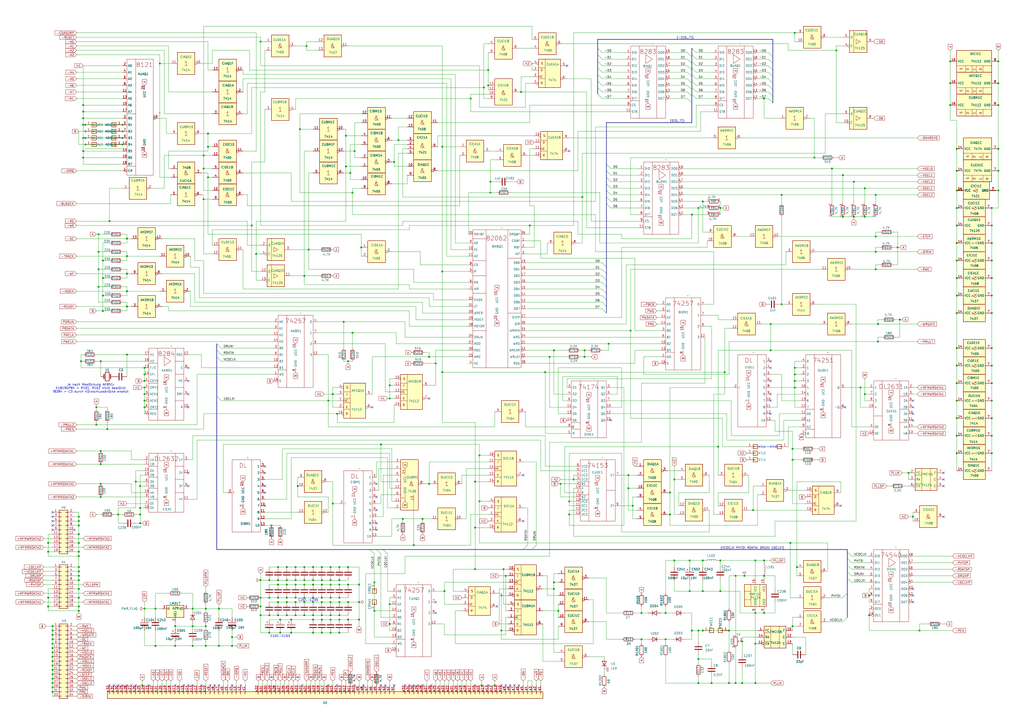
<source format=kicad_sch>
(kicad_sch (version 20231120) (generator "eeschema") (generator_version "8.0")
  (paper "A2")
  (title_block (title "AFP-K5172") (date "2025-03-30") (rev "1") (company "Robotron") (comment 1 "Revision 1, 30.03.2025, Stefan Berndt"))
  (lib_symbols
    (symbol "Connector_Generic:Conn_01x01" (pin_names (offset 1.016) hide)
      (property "Reference" "J" (at 0 2.54 0))
      (property "Value" "Conn_01x01" (at 0 -2.54 0))
      (symbol "Conn_01x01_1_1"
        (pin passive line (at -5.08 0 0) (length 3.81) (name "Pin_1") (number "1"))
      )
    )
    (symbol "Connector_Generic:Conn_02x10_Odd_Even" (pin_names (offset 1.016) hide)
      (property "Reference" "J" (at 1.27 12.7 0))
      (property "Value" "Conn_02x10_Odd_Even" (at 1.27 -15.24 0))
      (symbol "Conn_02x10_Odd_Even_1_1"
        (pin passive line (at -5.08 10.16 0) (length 3.81) (name "Pin_1") (number "1"))
        (pin passive line (at 7.62 0 180) (length 3.81) (name "Pin_10") (number "10"))
        (pin passive line (at -5.08 -2.54 0) (length 3.81) (name "Pin_11") (number "11"))
        (pin passive line (at 7.62 -2.54 180) (length 3.81) (name "Pin_12") (number "12"))
        (pin passive line (at -5.08 -5.08 0) (length 3.81) (name "Pin_13") (number "13"))
        (pin passive line (at 7.62 -5.08 180) (length 3.81) (name "Pin_14") (number "14"))
        (pin passive line (at -5.08 -7.62 0) (length 3.81) (name "Pin_15") (number "15"))
        (pin passive line (at 7.62 -7.62 180) (length 3.81) (name "Pin_16") (number "16"))
        (pin passive line (at -5.08 -10.16 0) (length 3.81) (name "Pin_17") (number "17"))
        (pin passive line (at 7.62 -10.16 180) (length 3.81) (name "Pin_18") (number "18"))
        (pin passive line (at -5.08 -12.7 0) (length 3.81) (name "Pin_19") (number "19"))
        (pin passive line (at 7.62 10.16 180) (length 3.81) (name "Pin_2") (number "2"))
        (pin passive line (at 7.62 -12.7 180) (length 3.81) (name "Pin_20") (number "20"))
        (pin passive line (at -5.08 7.62 0) (length 3.81) (name "Pin_3") (number "3"))
        (pin passive line (at 7.62 7.62 180) (length 3.81) (name "Pin_4") (number "4"))
        (pin passive line (at -5.08 5.08 0) (length 3.81) (name "Pin_5") (number "5"))
        (pin passive line (at 7.62 5.08 180) (length 3.81) (name "Pin_6") (number "6"))
        (pin passive line (at -5.08 2.54 0) (length 3.81) (name "Pin_7") (number "7"))
        (pin passive line (at 7.62 2.54 180) (length 3.81) (name "Pin_8") (number "8"))
        (pin passive line (at -5.08 0 0) (length 3.81) (name "Pin_9") (number "9"))
      )
    )
    (symbol "Connector_Generic:Conn_02x17_Odd_Even" (pin_names (offset 1.016) hide)
      (property "Reference" "J" (at 1.27 22.86 0))
      (property "Value" "Conn_02x17_Odd_Even" (at 1.27 -22.86 0))
      (symbol "Conn_02x17_Odd_Even_1_1"
        (pin passive line (at -5.08 20.32 0) (length 3.81) (name "Pin_1") (number "1"))
        (pin passive line (at 7.62 10.16 180) (length 3.81) (name "Pin_10") (number "10"))
        (pin passive line (at -5.08 7.62 0) (length 3.81) (name "Pin_11") (number "11"))
        (pin passive line (at 7.62 7.62 180) (length 3.81) (name "Pin_12") (number "12"))
        (pin passive line (at -5.08 5.08 0) (length 3.81) (name "Pin_13") (number "13"))
        (pin passive line (at 7.62 5.08 180) (length 3.81) (name "Pin_14") (number "14"))
        (pin passive line (at -5.08 2.54 0) (length 3.81) (name "Pin_15") (number "15"))
        (pin passive line (at 7.62 2.54 180) (length 3.81) (name "Pin_16") (number "16"))
        (pin passive line (at -5.08 0 0) (length 3.81) (name "Pin_17") (number "17"))
        (pin passive line (at 7.62 0 180) (length 3.81) (name "Pin_18") (number "18"))
        (pin passive line (at -5.08 -2.54 0) (length 3.81) (name "Pin_19") (number "19"))
        (pin passive line (at 7.62 20.32 180) (length 3.81) (name "Pin_2") (number "2"))
        (pin passive line (at 7.62 -2.54 180) (length 3.81) (name "Pin_20") (number "20"))
        (pin passive line (at -5.08 -5.08 0) (length 3.81) (name "Pin_21") (number "21"))
        (pin passive line (at 7.62 -5.08 180) (length 3.81) (name "Pin_22") (number "22"))
        (pin passive line (at -5.08 -7.62 0) (length 3.81) (name "Pin_23") (number "23"))
        (pin passive line (at 7.62 -7.62 180) (length 3.81) (name "Pin_24") (number "24"))
        (pin passive line (at -5.08 -10.16 0) (length 3.81) (name "Pin_25") (number "25"))
        (pin passive line (at 7.62 -10.16 180) (length 3.81) (name "Pin_26") (number "26"))
        (pin passive line (at -5.08 -12.7 0) (length 3.81) (name "Pin_27") (number "27"))
        (pin passive line (at 7.62 -12.7 180) (length 3.81) (name "Pin_28") (number "28"))
        (pin passive line (at -5.08 -15.24 0) (length 3.81) (name "Pin_29") (number "29"))
        (pin passive line (at -5.08 17.78 0) (length 3.81) (name "Pin_3") (number "3"))
        (pin passive line (at 7.62 -15.24 180) (length 3.81) (name "Pin_30") (number "30"))
        (pin passive line (at -5.08 -17.78 0) (length 3.81) (name "Pin_31") (number "31"))
        (pin passive line (at 7.62 -17.78 180) (length 3.81) (name "Pin_32") (number "32"))
        (pin passive line (at -5.08 -20.32 0) (length 3.81) (name "Pin_33") (number "33"))
        (pin passive line (at 7.62 -20.32 180) (length 3.81) (name "Pin_34") (number "34"))
        (pin passive line (at 7.62 17.78 180) (length 3.81) (name "Pin_4") (number "4"))
        (pin passive line (at -5.08 15.24 0) (length 3.81) (name "Pin_5") (number "5"))
        (pin passive line (at 7.62 15.24 180) (length 3.81) (name "Pin_6") (number "6"))
        (pin passive line (at -5.08 12.7 0) (length 3.81) (name "Pin_7") (number "7"))
        (pin passive line (at 7.62 12.7 180) (length 3.81) (name "Pin_8") (number "8"))
        (pin passive line (at -5.08 10.16 0) (length 3.81) (name "Pin_9") (number "9"))
      )
    )
    (symbol "Device:C" (pin_numbers hide) (pin_names (offset 0.254))
      (property "Reference" "C" (at 0.635 2.54 0))
      (property "Value" "C" (at 0.635 -2.54 0))
      (symbol "C_1_1"
        (pin passive line (at 0 3.81 270) (length 2.794) (name "~") (number "1"))
        (pin passive line (at 0 -3.81 90) (length 2.794) (name "~") (number "2"))
      )
    )
    (symbol "Device:C_Polarized" (pin_numbers hide) (pin_names (offset 0.254))
      (property "Reference" "C" (at 0.635 2.54 0))
      (property "Value" "C_Polarized" (at 0.635 -2.54 0))
      (symbol "C_Polarized_1_1"
        (pin passive line (at 0 3.81 270) (length 2.794) (name "~") (number "1"))
        (pin passive line (at 0 -3.81 90) (length 2.794) (name "~") (number "2"))
      )
    )
    (symbol "Device:Crystal" (pin_numbers hide) (pin_names (offset 1.016) hide)
      (property "Reference" "Y" (at 0 3.81 0))
      (property "Value" "Crystal" (at 0 -3.81 0))
      (symbol "Crystal_1_1"
        (pin passive line (at -3.81 0 0) (length 1.27) (name "1") (number "1"))
        (pin passive line (at 3.81 0 180) (length 1.27) (name "2") (number "2"))
      )
    )
    (symbol "Device:D" (pin_numbers hide) (pin_names (offset 1.016) hide)
      (property "Reference" "D" (at 0 2.54 0))
      (property "Value" "D" (at 0 -2.54 0))
      (symbol "D_1_1"
        (pin passive line (at -3.81 0 0) (length 2.54) (name "K") (number "1"))
        (pin passive line (at 3.81 0 180) (length 2.54) (name "A") (number "2"))
      )
    )
    (symbol "Device:L" (pin_numbers hide) (pin_names (offset 1.016) hide)
      (property "Reference" "L" (at -1.27 0 90))
      (property "Value" "L" (at 1.905 0 90))
      (symbol "L_1_1"
        (pin passive line (at 0 3.81 270) (length 1.27) (name "1") (number "1"))
        (pin passive line (at 0 -3.81 90) (length 1.27) (name "2") (number "2"))
      )
    )
    (symbol "Device:LED" (pin_numbers hide) (pin_names (offset 1.016) hide)
      (property "Reference" "D" (at 0 2.54 0))
      (property "Value" "LED" (at 0 -2.54 0))
      (symbol "LED_1_1"
        (pin passive line (at -3.81 0 0) (length 2.54) (name "K") (number "1"))
        (pin passive line (at 3.81 0 180) (length 2.54) (name "A") (number "2"))
      )
    )
    (symbol "Device:R" (pin_numbers hide) (pin_names (offset 0))
      (property "Reference" "R" (at 2.032 0 90))
      (property "Value" "R" (at 0 0 90))
      (symbol "R_1_1"
        (pin passive line (at 0 3.81 270) (length 1.27) (name "~") (number "1"))
        (pin passive line (at 0 -3.81 90) (length 1.27) (name "~") (number "2"))
      )
    )
    (symbol "Device:R_Network09_Split" (pin_names (offset 0) hide)
      (property "Reference" "RN" (at 2.032 0 90))
      (property "Value" "R_Network09_Split" (at 0 0 90))
      (symbol "R_Network09_Split_0_1"
        (pin passive line (at 0 3.81 270) (length 1.27) (name "R1") (number "1"))
      )
      (symbol "R_Network09_Split_1_1"
        (pin passive line (at 0 -3.81 90) (length 1.27) (name "R1.2") (number "2"))
      )
      (symbol "R_Network09_Split_2_1"
        (pin passive line (at 0 -3.81 90) (length 1.27) (name "R2.2") (number "3"))
      )
      (symbol "R_Network09_Split_3_1"
        (pin passive line (at 0 -3.81 90) (length 1.27) (name "R3.2") (number "4"))
      )
      (symbol "R_Network09_Split_4_1"
        (pin passive line (at 0 -3.81 90) (length 1.27) (name "R4.2") (number "5"))
      )
      (symbol "R_Network09_Split_5_1"
        (pin passive line (at 0 -3.81 90) (length 1.27) (name "R5.2") (number "6"))
      )
      (symbol "R_Network09_Split_6_1"
        (pin passive line (at 0 -3.81 90) (length 1.27) (name "R6.2") (number "7"))
      )
      (symbol "R_Network09_Split_7_1"
        (pin passive line (at 0 -3.81 90) (length 1.27) (name "R7.2") (number "8"))
      )
      (symbol "R_Network09_Split_8_1"
        (pin passive line (at 0 -3.81 90) (length 1.27) (name "R8.2") (number "9"))
      )
      (symbol "R_Network09_Split_9_1"
        (pin passive line (at 0 -3.81 90) (length 1.27) (name "R9.2") (number "10"))
      )
    )
    (symbol "Device:R_Potentiometer_Trim" (pin_names (offset 1.016) hide)
      (property "Reference" "RV" (at -4.445 0 90))
      (property "Value" "R_Potentiometer_Trim" (at -2.54 0 90))
      (symbol "R_Potentiometer_Trim_1_1"
        (pin passive line (at 0 3.81 270) (length 1.27) (name "1") (number "1"))
        (pin passive line (at 3.81 0 180) (length 1.27) (name "2") (number "2"))
        (pin passive line (at 0 -3.81 90) (length 1.27) (name "3") (number "3"))
      )
    )
    (symbol "Regulator_Linear:LM317_TO-220" (pin_names (offset 0.254))
      (property "Reference" "U" (at -3.81 3.175 0))
      (property "Value" "LM317_TO-220" (at 0 3.175 0))
      (symbol "LM317_TO-220_1_1"
        (pin input line (at 0 -7.62 90) (length 2.54) (name "ADJ") (number "1"))
        (pin power_out line (at 7.62 0 180) (length 2.54) (name "VO") (number "2"))
        (pin power_in line (at -7.62 0 0) (length 2.54) (name "VI") (number "3"))
      )
    )
    (symbol "Robotron_Symbole:2631"
      (property "Reference" "U" (at 0 2.54 0))
      (symbol "2631_1_1"
        (text "DL2631" (at 12.7 0.508 0) (effects (font (size 2.54 2.54))))
        (pin input line (at 0 0 0) (length 2.54) (name "1") (number "1"))
        (pin output line (at 25.4 -15.24 180) (length 2.54) (name "3A") (number "10"))
        (pin output line (at 25.4 -19.05 180) (length 2.54) (name "3B") (number "11"))
        (pin input inverted (at 0 -26.67 0) (length 2.54) (name "OE") (number "12"))
        (pin output line (at 25.4 -26.67 180) (length 2.54) (name "4B") (number "13"))
        (pin output line (at 25.4 -22.86 180) (length 2.54) (name "4A") (number "14"))
        (pin input line (at 0 -11.43 0) (length 2.54) (name "4") (number "15"))
        (pin power_in line (at 12.7 -5.08 270) (length 2.54) (name "UCC") (number "16"))
        (pin output line (at 25.4 0 180) (length 2.54) (name "1A") (number "2"))
        (pin output line (at 25.4 -3.81 180) (length 2.54) (name "1B") (number "3"))
        (pin input line (at 0 -22.86 0) (length 2.54) (name "OE") (number "4"))
        (pin output line (at 25.4 -11.43 180) (length 2.54) (name "2B") (number "5"))
        (pin output line (at 25.4 -7.62 180) (length 2.54) (name "2A") (number "6"))
        (pin input line (at 0 -3.81 0) (length 2.54) (name "2") (number "7"))
        (pin power_in line (at 12.7 -22.86 90) (length 2.54) (name "GND") (number "8"))
        (pin input line (at 0 -7.62 0) (length 2.54) (name "3") (number "9"))
      )
    )
    (symbol "Robotron_Symbole:2632"
      (property "Reference" "U" (at 0 2.54 0))
      (symbol "2632_1_1"
        (text "DL2632" (at 12.7 0.508 0) (effects (font (size 2.54 2.54))))
        (pin input line (at 0 -2.54 0) (length 2.54) (name "1B") (number "1"))
        (pin input line (at 0 -19.05 0) (length 2.54) (name "4A") (number "10"))
        (pin output line (at 25.4 -22.86 180) (length 2.54) (name "4Y") (number "11"))
        (pin input inverted (at 0 -27.94 0) (length 2.54) (name "OE") (number "12"))
        (pin output line (at 25.4 -7.62 180) (length 2.54) (name "2Y") (number "13"))
        (pin input line (at 0 -6.35 0) (length 2.54) (name "2A") (number "14"))
        (pin input line (at 0 -8.89 0) (length 2.54) (name "2B") (number "15"))
        (pin power_in line (at 12.7 -5.08 270) (length 2.54) (name "UCC") (number "16"))
        (pin input line (at 0 0 0) (length 2.54) (name "1A") (number "2"))
        (pin output line (at 25.4 0 180) (length 2.54) (name "1Y") (number "3"))
        (pin input line (at 0 -25.4 0) (length 2.54) (name "OE") (number "4"))
        (pin output line (at 25.4 -15.24 180) (length 2.54) (name "3Y") (number "5"))
        (pin input line (at 0 -12.7 0) (length 2.54) (name "3A") (number "6"))
        (pin input line (at 0 -15.24 0) (length 2.54) (name "3B") (number "7"))
        (pin power_in line (at 12.7 -22.86 90) (length 2.54) (name "GND") (number "8"))
        (pin input line (at 0 -21.59 0) (length 2.54) (name "4B") (number "9"))
      )
    )
    (symbol "Robotron_Symbole:7400"
      (property "Reference" "U" (at 6.35 7.62 0))
      (property "Value" "7400" (at 5.08 -7.62 0))
      (symbol "7400_0_0"
        (text "&" (at 0 0 0) (effects (font (size 2.54 2.54))))
      )
      (symbol "7400_1_1"
        (pin input line (at -8.89 2.54 0) (length 3.81) (name "~") (number "1"))
        (pin input line (at -8.89 -2.54 0) (length 3.81) (name "~") (number "2"))
        (pin output inverted (at 8.89 0 180) (length 3.81) (name "~") (number "3"))
      )
      (symbol "7400_2_1"
        (pin input line (at -8.89 2.54 0) (length 3.81) (name "~") (number "4"))
        (pin input line (at -8.89 -2.54 0) (length 3.81) (name "~") (number "5"))
        (pin output inverted (at 8.89 0 180) (length 3.81) (name "~") (number "6"))
      )
      (symbol "7400_3_1"
        (pin input line (at -8.89 -2.54 0) (length 3.81) (name "~") (number "10"))
        (pin output inverted (at 8.89 0 180) (length 3.81) (name "~") (number "8"))
        (pin input line (at -8.89 2.54 0) (length 3.81) (name "~") (number "9"))
      )
      (symbol "7400_4_1"
        (pin output inverted (at 8.89 0 180) (length 3.81) (name "~") (number "11"))
        (pin input line (at -8.89 2.54 0) (length 3.81) (name "~") (number "12"))
        (pin input line (at -8.89 -2.54 0) (length 3.81) (name "~") (number "13"))
      )
      (symbol "7400_5_1"
        (pin power_in line (at 0 10.16 270) (length 3.81) (name "VCC") (number "14"))
        (pin power_in line (at 0 -10.16 90) (length 3.81) (name "GND") (number "7"))
      )
    )
    (symbol "Robotron_Symbole:7404"
      (property "Reference" "U" (at -3.556 -4.318 0))
      (property "Value" "7404" (at -0.508 3.81 0))
      (symbol "7404_0_0"
        (text "1" (at 0 0 0) (effects (font (size 2.54 2.54))))
      )
      (symbol "7404_1_1"
        (pin input line (at -8.89 0 0) (length 3.81) (name "~") (number "1"))
        (pin output inverted (at 8.89 0 180) (length 3.81) (name "~") (number "2"))
      )
      (symbol "7404_2_1"
        (pin input line (at -8.89 0 0) (length 3.81) (name "~") (number "3"))
        (pin output inverted (at 8.89 0 180) (length 3.81) (name "~") (number "4"))
      )
      (symbol "7404_3_1"
        (pin input line (at -8.89 0 0) (length 3.81) (name "~") (number "5"))
        (pin output inverted (at 8.89 0 180) (length 3.81) (name "~") (number "6"))
      )
      (symbol "7404_4_1"
        (pin output inverted (at 8.89 0 180) (length 3.81) (name "~") (number "8"))
        (pin input line (at -8.89 0 0) (length 3.81) (name "~") (number "9"))
      )
      (symbol "7404_5_1"
        (pin output inverted (at 8.89 0 180) (length 3.81) (name "~") (number "10"))
        (pin input line (at -8.89 0 0) (length 3.81) (name "~") (number "11"))
      )
      (symbol "7404_6_1"
        (pin output inverted (at 8.89 0 180) (length 3.81) (name "~") (number "12"))
        (pin input line (at -8.89 0 0) (length 3.81) (name "~") (number "13"))
      )
      (symbol "7404_7_1"
        (pin power_in line (at 0 10.16 270) (length 3.81) (name "VCC") (number "14"))
        (pin power_in line (at 0 -10.16 90) (length 3.81) (name "GND") (number "7"))
      )
    )
    (symbol "Robotron_Symbole:7406"
      (property "Reference" "U" (at -3.556 -4.318 0))
      (property "Value" "7406" (at -0.508 3.81 0))
      (symbol "7406_0_0"
        (text "1" (at 0 0 0) (effects (font (size 2.54 2.54))))
      )
      (symbol "7406_1_1"
        (pin input line (at -8.89 0 0) (length 3.81) (name "~") (number "1"))
        (pin open_collector inverted (at 8.89 0 180) (length 3.81) (name "~") (number "2"))
      )
      (symbol "7406_2_1"
        (pin input line (at -8.89 0 0) (length 3.81) (name "~") (number "3"))
        (pin open_collector inverted (at 8.89 0 180) (length 3.81) (name "~") (number "4"))
      )
      (symbol "7406_3_1"
        (pin input line (at -8.89 0 0) (length 3.81) (name "~") (number "5"))
        (pin open_collector inverted (at 8.89 0 180) (length 3.81) (name "~") (number "6"))
      )
      (symbol "7406_4_1"
        (pin open_collector inverted (at 8.89 0 180) (length 3.81) (name "~") (number "8"))
        (pin input line (at -8.89 0 0) (length 3.81) (name "~") (number "9"))
      )
      (symbol "7406_5_1"
        (pin open_collector inverted (at 8.89 0 180) (length 3.81) (name "~") (number "10"))
        (pin input line (at -8.89 0 0) (length 3.81) (name "~") (number "11"))
      )
      (symbol "7406_6_1"
        (pin open_collector inverted (at 8.89 0 180) (length 3.81) (name "~") (number "12"))
        (pin input line (at -8.89 0 0) (length 3.81) (name "~") (number "13"))
      )
      (symbol "7406_7_1"
        (pin power_in line (at 0 10.16 270) (length 3.81) (name "VCC") (number "14"))
        (pin power_in line (at 0 -10.16 90) (length 3.81) (name "GND") (number "7"))
      )
    )
    (symbol "Robotron_Symbole:7408"
      (property "Reference" "U" (at 6.35 7.62 0))
      (property "Value" "7408" (at 5.08 -7.62 0))
      (symbol "7408_0_0"
        (text "&" (at 0 0 0) (effects (font (size 2.54 2.54))))
      )
      (symbol "7408_1_1"
        (pin input line (at -8.89 2.54 0) (length 3.81) (name "~") (number "1"))
        (pin input line (at -8.89 -2.54 0) (length 3.81) (name "~") (number "2"))
        (pin output line (at 8.89 0 180) (length 3.81) (name "~") (number "3"))
      )
      (symbol "7408_2_1"
        (pin input line (at -8.89 2.54 0) (length 3.81) (name "~") (number "4"))
        (pin input line (at -8.89 -2.54 0) (length 3.81) (name "~") (number "5"))
        (pin output line (at 8.89 0 180) (length 3.81) (name "~") (number "6"))
      )
      (symbol "7408_3_1"
        (pin input line (at -8.89 -2.54 0) (length 3.81) (name "~") (number "10"))
        (pin output line (at 8.89 0 180) (length 3.81) (name "~") (number "8"))
        (pin input line (at -8.89 2.54 0) (length 3.81) (name "~") (number "9"))
      )
      (symbol "7408_4_1"
        (pin output line (at 8.89 0 180) (length 3.81) (name "~") (number "11"))
        (pin input line (at -8.89 2.54 0) (length 3.81) (name "~") (number "12"))
        (pin input line (at -8.89 -2.54 0) (length 3.81) (name "~") (number "13"))
      )
      (symbol "7408_5_1"
        (pin power_in line (at 0 10.16 270) (length 3.81) (name "VCC") (number "14"))
        (pin power_in line (at 0 -10.16 90) (length 3.81) (name "GND") (number "7"))
      )
    )
    (symbol "Robotron_Symbole:74112"
      (property "Reference" "U" (at 6.35 7.62 0))
      (property "Value" "74112" (at 1.016 -15.748 0))
      (symbol "74112_1_1"
        (text "C" (at -3.302 -3.81 0) (effects (font (size 1.27 1.27))))
        (text "J" (at -3.302 0 0) (effects (font (size 1.27 1.27))))
        (text "K" (at -3.302 -7.62 0) (effects (font (size 1.27 1.27))))
        (text "R" (at -3.302 -11.43 0) (effects (font (size 1.27 1.27))))
        (text "S" (at -3.048 3.81 0) (effects (font (size 1.27 1.27))))
        (pin input clock (at -8.89 -3.81 0) (length 3.81) (name "~") (number "1"))
        (pin input inverted (at -8.89 -11.43 0) (length 3.81) (name "~") (number "15"))
        (pin input line (at -8.89 -7.62 0) (length 3.81) (name "~") (number "2"))
        (pin input line (at -8.89 0 0) (length 3.81) (name "~") (number "3"))
        (pin input inverted (at -8.89 3.81 0) (length 3.81) (name "~") (number "4"))
        (pin output line (at 11.43 0 180) (length 3.81) (name "~") (number "5"))
        (pin output inverted (at 11.43 -7.62 180) (length 3.81) (name "~") (number "6"))
      )
      (symbol "74112_2_1"
        (text "C" (at -3.302 -3.81 0) (effects (font (size 1.27 1.27))))
        (text "J" (at -3.302 0 0) (effects (font (size 1.27 1.27))))
        (text "K" (at -3.302 -7.62 0) (effects (font (size 1.27 1.27))))
        (text "R" (at -3.302 -11.43 0) (effects (font (size 1.27 1.27))))
        (text "S" (at -3.048 3.81 0) (effects (font (size 1.27 1.27))))
        (pin input inverted (at -8.89 3.81 0) (length 3.81) (name "~") (number "10"))
        (pin input line (at -8.89 0 0) (length 3.81) (name "~") (number "11"))
        (pin input line (at -8.89 -7.62 0) (length 3.81) (name "~") (number "12"))
        (pin input clock (at -8.89 -3.81 0) (length 3.81) (name "~") (number "13"))
        (pin input inverted (at -8.89 -11.43 0) (length 3.81) (name "~") (number "14"))
        (pin output inverted (at 11.43 -7.62 180) (length 3.81) (name "~") (number "7"))
        (pin output line (at 11.43 0 180) (length 3.81) (name "~") (number "9"))
      )
      (symbol "74112_3_1"
        (text "C" (at -3.302 -3.81 0) (effects (font (size 1.27 1.27))))
        (text "D" (at -3.302 0 0) (effects (font (size 1.27 1.27))))
        (text "R" (at -3.302 -7.62 0) (effects (font (size 1.27 1.27))))
        (text "S" (at -3.048 3.81 0) (effects (font (size 1.27 1.27))))
        (pin power_in line (at 1.27 10.16 270) (length 3.81) (name "VCC") (number "16"))
        (pin power_in line (at 1.27 -17.78 90) (length 3.81) (name "GND") (number "8"))
      )
    )
    (symbol "Robotron_Symbole:74124"
      (property "Reference" "U" (at 6.35 7.62 0))
      (property "Value" "74124" (at 1.27 0.254 0))
      (symbol "74124_1_1"
        (pin input line (at -8.89 3.81 0) (length 3.81) (name "FC") (number "2"))
        (pin input line (at -8.89 0 0) (length 3.81) (name "RA") (number "3"))
        (pin output line (at 11.43 0 180) (length 3.81) (name "C") (number "4"))
        (pin output line (at 11.43 -3.81 180) (length 3.81) (name "C") (number "5"))
        (pin input inverted (at -8.89 -3.81 0) (length 3.81) (name "EN") (number "6"))
        (pin output line (at 11.43 3.81 180) (length 3.81) (name "F") (number "7"))
      )
      (symbol "74124_2_1"
        (pin input line (at -8.89 3.81 0) (length 3.81) (name "FC") (number "1"))
        (pin output line (at 11.43 3.81 180) (length 3.81) (name "F") (number "10"))
        (pin input inverted (at -8.89 -3.81 0) (length 3.81) (name "EN") (number "11"))
        (pin output line (at 11.43 0 180) (length 3.81) (name "C") (number "12"))
        (pin output line (at 11.43 -3.81 180) (length 3.81) (name "C") (number "13"))
        (pin input line (at -8.89 0 0) (length 3.81) (name "RA") (number "14"))
      )
      (symbol "74124_3_1"
        (pin power_in line (at 6.35 10.16 270) (length 3.81) (name "VCC") (number "15"))
        (pin power_in line (at 1.27 10.16 270) (length 3.81) (name "VCC") (number "16"))
        (pin power_in line (at 1.27 -10.16 90) (length 3.81) (name "GND") (number "8"))
        (pin power_in line (at 6.35 -10.16 90) (length 3.81) (name "GND") (number "9"))
      )
    )
    (symbol "Robotron_Symbole:74125"
      (property "Reference" "U" (at 6.35 7.62 0))
      (property "Value" "74125" (at 5.08 -7.62 0))
      (symbol "74125_1_1"
        (pin input inverted (at -8.89 -2.54 0) (length 3.81) (name "E") (number "1"))
        (pin input line (at -8.89 2.54 0) (length 3.81) (name "D") (number "2"))
        (pin tri_state line (at 8.89 0 180) (length 3.81) (name "") (number "3"))
      )
      (symbol "74125_2_1"
        (pin input inverted (at -8.89 -2.54 0) (length 3.81) (name "E") (number "4"))
        (pin input line (at -8.89 2.54 0) (length 3.81) (name "D") (number "5"))
        (pin tri_state line (at 8.89 0 180) (length 3.81) (name "") (number "6"))
      )
      (symbol "74125_3_1"
        (pin input inverted (at -8.89 -2.54 0) (length 3.81) (name "E") (number "10"))
        (pin tri_state line (at 8.89 0 180) (length 3.81) (name "") (number "8"))
        (pin input line (at -8.89 2.54 0) (length 3.81) (name "D") (number "9"))
      )
      (symbol "74125_4_1"
        (pin tri_state line (at 8.89 0 180) (length 3.81) (name "") (number "11"))
        (pin input line (at -8.89 2.54 0) (length 3.81) (name "D") (number "12"))
        (pin input inverted (at -8.89 -2.54 0) (length 3.81) (name "E") (number "13"))
      )
      (symbol "74125_5_1"
        (pin power_in line (at 0 10.16 270) (length 3.81) (name "VCC") (number "14"))
        (pin power_in line (at 0 -10.16 90) (length 3.81) (name "GND") (number "7"))
      )
    )
    (symbol "Robotron_Symbole:7414"
      (property "Reference" "U" (at -3.556 -4.318 0))
      (property "Value" "7414" (at -0.508 3.81 0))
      (symbol "7414_0_0"
        (text "1" (at 0 0 0) (effects (font (size 2.54 2.54))))
      )
      (symbol "7414_1_1"
        (pin input line (at -8.89 0 0) (length 3.81) (name "~") (number "1"))
        (pin output inverted (at 8.89 0 180) (length 3.81) (name "~") (number "2"))
      )
      (symbol "7414_2_1"
        (pin input line (at -8.89 0 0) (length 3.81) (name "~") (number "3"))
        (pin output inverted (at 8.89 0 180) (length 3.81) (name "~") (number "4"))
      )
      (symbol "7414_3_1"
        (pin input line (at -8.89 0 0) (length 3.81) (name "~") (number "5"))
        (pin output inverted (at 8.89 0 180) (length 3.81) (name "~") (number "6"))
      )
      (symbol "7414_4_1"
        (pin output inverted (at 8.89 0 180) (length 3.81) (name "~") (number "8"))
        (pin input line (at -8.89 0 0) (length 3.81) (name "~") (number "9"))
      )
      (symbol "7414_5_1"
        (pin output inverted (at 8.89 0 180) (length 3.81) (name "~") (number "10"))
        (pin input line (at -8.89 0 0) (length 3.81) (name "~") (number "11"))
      )
      (symbol "7414_6_1"
        (pin output inverted (at 8.89 0 180) (length 3.81) (name "~") (number "12"))
        (pin input line (at -8.89 0 0) (length 3.81) (name "~") (number "13"))
      )
      (symbol "7414_7_1"
        (pin power_in line (at 0 10.16 270) (length 3.81) (name "VCC") (number "14"))
        (pin power_in line (at 0 -10.16 90) (length 3.81) (name "GND") (number "7"))
      )
    )
    (symbol "Robotron_Symbole:74153"
      (property "Reference" "U" (at 0 2.54 0))
      (symbol "74153_1_1"
        (text "74153" (at 12.7 0.508 0) (effects (font (size 2.54 2.54))))
        (pin input inverted (at 0 -10.16 0) (length 2.54) (name "W1") (number "1"))
        (pin input line (at 0 -20.32 0) (length 2.54) (name "2C0") (number "10"))
        (pin input line (at 0 -22.86 0) (length 2.54) (name "2C1") (number "11"))
        (pin input line (at 0 -25.4 0) (length 2.54) (name "2C2") (number "12"))
        (pin input line (at 0 -27.94 0) (length 2.54) (name "2C3") (number "13"))
        (pin input line (at 0 -12.7 0) (length 2.54) (name "A") (number "14"))
        (pin input line (at 0 -17.78 0) (length 2.54) (name "W2") (number "15"))
        (pin power_in line (at 12.7 -8.89 270) (length 2.54) (name "UCC") (number "16"))
        (pin input line (at 0 -15.24 0) (length 2.54) (name "B") (number "2"))
        (pin input line (at 0 -7.62 0) (length 2.54) (name "1C3") (number "3"))
        (pin input line (at 0 -5.08 0) (length 2.54) (name "1C2") (number "4"))
        (pin input line (at 0 -2.54 0) (length 2.54) (name "1C1") (number "5"))
        (pin input line (at 0 0 0) (length 2.54) (name "1C0") (number "6"))
        (pin output line (at 25.4 -5.08 180) (length 2.54) (name "1Y") (number "7"))
        (pin power_in line (at 12.7 -25.4 90) (length 2.54) (name "GND") (number "8"))
        (pin output line (at 25.4 -22.86 180) (length 2.54) (name "2Y") (number "9"))
      )
    )
    (symbol "Robotron_Symbole:74174"
      (property "Reference" "U" (at 0 2.54 0))
      (symbol "74174_1_1"
        (text "74174" (at 12.446 0.254 0) (effects (font (size 2.54 2.54))))
        (pin input line (at 0 -26.67 0) (length 2.54) (name "R") (number "1"))
        (pin output line (at 25.4 -11.43 180) (length 2.54) (name "Q4") (number "10"))
        (pin input line (at 0 -11.43 0) (length 2.54) (name "D4") (number "11"))
        (pin output line (at 25.4 -15.24 180) (length 2.54) (name "Q5") (number "12"))
        (pin input line (at 0 -15.24 0) (length 2.54) (name "D5") (number "13"))
        (pin input line (at 0 -19.05 0) (length 2.54) (name "D6") (number "14"))
        (pin output line (at 25.4 -19.05 180) (length 2.54) (name "Q5") (number "15"))
        (pin power_in line (at 12.7 -6.35 270) (length 2.54) (name "UCC") (number "16"))
        (pin output line (at 25.4 0 180) (length 2.54) (name "Q1") (number "2"))
        (pin input line (at 0 0 0) (length 2.54) (name "D1") (number "3"))
        (pin input line (at 0 -3.81 0) (length 2.54) (name "D2") (number "4"))
        (pin output line (at 25.4 -3.81 180) (length 2.54) (name "Q2") (number "5"))
        (pin input line (at 0 -7.62 0) (length 2.54) (name "D3") (number "6"))
        (pin output line (at 25.4 -7.62 180) (length 2.54) (name "Q3") (number "7"))
        (pin power_in line (at 12.7 -21.59 90) (length 2.54) (name "GND") (number "8"))
        (pin input clock (at 0 -22.86 0) (length 2.54) (name "C") (number "9"))
      )
    )
    (symbol "Robotron_Symbole:7421"
      (property "Reference" "U" (at 6.35 7.62 0))
      (property "Value" "7421" (at 3.302 -10.414 0))
      (symbol "7421_0_0"
        (text "&" (at 0 -0.762 0) (effects (font (size 2.54 2.54))))
      )
      (symbol "7421_1_1"
        (pin input line (at -8.89 2.54 0) (length 3.81) (name "~") (number "1"))
        (pin input line (at -8.89 2.54 0) (length 3.81) (name "~") (number "1"))
        (pin input line (at -8.89 0 0) (length 3.81) (name "~") (number "2"))
        (pin input line (at -8.89 0 0) (length 3.81) hide (name "~") (number "2"))
        (pin input line (at -8.89 -2.54 0) (length 3.81) (name "~") (number "4"))
        (pin input line (at -8.89 -5.08 0) (length 3.81) (name "~") (number "5"))
        (pin output line (at 8.89 -1.27 180) (length 3.81) (name "~") (number "6"))
      )
      (symbol "7421_2_1"
        (pin input line (at -8.89 0 0) (length 3.81) (name "~") (number "10"))
        (pin input line (at -8.89 -2.54 0) (length 3.81) (name "~") (number "12"))
        (pin input line (at -8.89 -5.08 0) (length 3.81) (name "~") (number "13"))
        (pin output line (at 8.89 -1.27 180) (length 3.81) (name "~") (number "8"))
        (pin input line (at -8.89 2.54 0) (length 3.81) (name "~") (number "9"))
      )
      (symbol "7421_3_1"
        (pin power_in line (at 0 10.16 270) (length 3.81) (name "VCC") (number "14"))
        (pin power_in line (at 0 10.16 270) (length 3.81) (name "VCC") (number "14"))
        (pin power_in line (at 0 10.16 270) (length 3.81) (name "VCC") (number "14"))
        (pin power_in line (at 0 -12.7 90) (length 3.81) (name "GND") (number "7"))
        (pin power_in line (at 0 -12.7 90) (length 3.81) (name "GND") (number "7"))
        (pin power_in line (at 0 -12.7 90) (length 3.81) (name "GND") (number "7"))
      )
    )
    (symbol "Robotron_Symbole:74251"
      (property "Reference" "U" (at 0 2.54 0))
      (symbol "74251_1_1"
        (text "74251" (at 12.7 0.508 0) (effects (font (size 2.54 2.54))))
        (pin input line (at 0 -11.43 0) (length 2.54) (name "3") (number "1"))
        (pin input line (at 0 -34.29 0) (length 2.54) (name "A1") (number "10"))
        (pin input line (at 0 -30.48 0) (length 2.54) (name "A0") (number "11"))
        (pin input line (at 0 -26.67 0) (length 2.54) (name "7") (number "12"))
        (pin input line (at 0 -22.86 0) (length 2.54) (name "6") (number "13"))
        (pin input line (at 0 -19.05 0) (length 2.54) (name "5") (number "14"))
        (pin input line (at 0 -15.24 0) (length 2.54) (name "4") (number "15"))
        (pin power_in line (at 12.7 -12.7 270) (length 2.54) (name "UCC") (number "16"))
        (pin input line (at 0 -7.62 0) (length 2.54) (name "2") (number "2"))
        (pin input line (at 0 -3.81 0) (length 2.54) (name "1") (number "3"))
        (pin input line (at 0 0 0) (length 2.54) (name "0") (number "4"))
        (pin output line (at 25.4 -15.24 180) (length 2.54) (name "Q") (number "5"))
        (pin output inverted (at 25.4 -26.67 180) (length 2.54) (name "-Q") (number "6"))
        (pin input inverted (at 0 -41.91 0) (length 2.54) (name "W") (number "7"))
        (pin power_in line (at 12.7 -29.21 90) (length 2.54) (name "GND") (number "8"))
        (pin input line (at 0 -38.1 0) (length 2.54) (name "A2") (number "9"))
      )
    )
    (symbol "Robotron_Symbole:74257"
      (property "Reference" "U" (at 0 2.54 0))
      (symbol "74257_1_1"
        (text "74257" (at 12.7 0.508 0) (effects (font (size 2.54 2.54))))
        (pin input line (at 0 -30.48 0) (length 2.54) (name "WS") (number "1"))
        (pin input line (at 0 -22.86 0) (length 2.54) (name "B2") (number "10"))
        (pin input line (at 0 -7.62 0) (length 2.54) (name "A2") (number "11"))
        (pin output line (at 25.4 -19.05 180) (length 2.54) (name "3") (number "12"))
        (pin input line (at 0 -26.67 0) (length 2.54) (name "B3") (number "13"))
        (pin input line (at 0 -11.43 0) (length 2.54) (name "A3") (number "14"))
        (pin input inverted (at 0 -34.29 0) (length 2.54) (name "S") (number "15"))
        (pin power_in line (at 12.7 -12.7 270) (length 2.54) (name "UCC") (number "16"))
        (pin input line (at 0 0 0) (length 2.54) (name "A0") (number "2"))
        (pin input line (at 0 -15.24 0) (length 2.54) (name "B0") (number "3"))
        (pin output line (at 25.4 0 180) (length 2.54) (name "0") (number "4"))
        (pin input line (at 0 -3.81 0) (length 2.54) (name "A1") (number "5"))
        (pin input line (at 0 -19.05 0) (length 2.54) (name "B1") (number "6"))
        (pin output line (at 25.4 -6.35 180) (length 2.54) (name "1") (number "7"))
        (pin power_in line (at 12.7 -29.21 90) (length 2.54) (name "GND") (number "8"))
        (pin output line (at 25.4 -12.7 180) (length 2.54) (name "2") (number "9"))
      )
    )
    (symbol "Robotron_Symbole:7430"
      (property "Reference" "U" (at -0.254 -15.494 0))
      (property "Value" "7430" (at 1.524 -1.016 0))
      (symbol "7430_0_0"
        (text "&" (at 1.27 -7.62 0) (effects (font (size 2.54 2.54))))
      )
      (symbol "7430_1_1"
        (pin input line (at -8.89 -6.35 0) (length 3.81) (name "~") (number "1"))
        (pin input line (at -8.89 -17.78 0) (length 3.81) (name "~") (number "11"))
        (pin input line (at -8.89 -10.16 0) (length 3.81) (name "~") (number "12"))
        (pin free line (at 2.54 -17.78 90) (length 3.81) (name "~") (number "13"))
        (pin power_in line (at -2.54 1.27 270) (length 3.81) (name "UCC") (number "14"))
        (pin input line (at -8.89 -21.59 0) (length 3.81) (name "~") (number "2"))
        (pin input line (at -8.89 5.08 0) (length 3.81) (name "~") (number "3"))
        (pin input line (at -8.89 1.27 0) (length 3.81) (name "~") (number "4"))
        (pin input line (at -8.89 -2.54 0) (length 3.81) (name "~") (number "5"))
        (pin input line (at -8.89 -13.97 0) (length 3.81) (name "~") (number "6"))
        (pin power_in line (at -2.54 -17.78 90) (length 3.81) (name "GND") (number "7"))
        (pin output inverted (at 8.89 -7.62 180) (length 3.81) (name "~") (number "8"))
      )
    )
    (symbol "Robotron_Symbole:7437"
      (property "Reference" "U" (at 6.35 7.62 0))
      (property "Value" "7437" (at 5.08 -7.62 0))
      (symbol "7437_0_0"
        (text "&" (at 0 0 0) (effects (font (size 2.54 2.54))))
      )
      (symbol "7437_1_1"
        (pin input line (at -8.89 2.54 0) (length 3.81) (name "~") (number "1"))
        (pin input line (at -8.89 -2.54 0) (length 3.81) (name "~") (number "2"))
        (pin output inverted (at 8.89 0 180) (length 3.81) (name "~") (number "3"))
      )
      (symbol "7437_2_1"
        (pin input line (at -8.89 2.54 0) (length 3.81) (name "~") (number "4"))
        (pin input line (at -8.89 -2.54 0) (length 3.81) (name "~") (number "5"))
        (pin output inverted (at 8.89 0 180) (length 3.81) (name "~") (number "6"))
      )
      (symbol "7437_3_1"
        (pin input line (at -8.89 -2.54 0) (length 3.81) (name "~") (number "10"))
        (pin output inverted (at 8.89 0 180) (length 3.81) (name "~") (number "8"))
        (pin input line (at -8.89 2.54 0) (length 3.81) (name "~") (number "9"))
      )
      (symbol "7437_4_1"
        (pin output inverted (at 8.89 0 180) (length 3.81) (name "~") (number "11"))
        (pin input line (at -8.89 2.54 0) (length 3.81) (name "~") (number "12"))
        (pin input line (at -8.89 -2.54 0) (length 3.81) (name "~") (number "13"))
      )
      (symbol "7437_5_1"
        (pin power_in line (at 0 10.16 270) (length 3.81) (name "VCC") (number "14"))
        (pin power_in line (at 0 -10.16 90) (length 3.81) (name "GND") (number "7"))
      )
    )
    (symbol "Robotron_Symbole:74540"
      (property "Reference" "U" (at 0 2.54 0))
      (symbol "74540_1_1"
        (text "74540" (at 12.7 0.508 0) (effects (font (size 2.54 2.54))))
        (pin input inverted (at 0 -30.48 0) (length 2.54) (name "OE0") (number "1"))
        (pin power_in line (at 12.7 -29.21 90) (length 2.54) (name "GND") (number "10"))
        (pin tri_state inverted (at 25.4 -26.67 180) (length 2.54) (name "DO7") (number "11"))
        (pin tri_state inverted (at 25.4 -22.86 180) (length 2.54) (name "DO6") (number "12"))
        (pin tri_state inverted (at 25.4 -19.05 180) (length 2.54) (name "DO5") (number "13"))
        (pin tri_state inverted (at 25.4 -15.24 180) (length 2.54) (name "DO4") (number "14"))
        (pin tri_state inverted (at 25.4 -11.43 180) (length 2.54) (name "DO3") (number "15"))
        (pin tri_state inverted (at 25.4 -7.62 180) (length 2.54) (name "DO2") (number "16"))
        (pin tri_state inverted (at 25.4 -3.81 180) (length 2.54) (name "DO1") (number "17"))
        (pin tri_state inverted (at 25.4 0 180) (length 2.54) (name "DO0") (number "18"))
        (pin input inverted (at 0 -34.29 0) (length 2.54) (name "OE1") (number "19"))
        (pin input line (at 0 0 0) (length 2.54) (name "DI0") (number "2"))
        (pin power_in line (at 12.7 -12.7 270) (length 2.54) (name "UCC") (number "20"))
        (pin input line (at 0 -3.81 0) (length 2.54) (name "DI1") (number "3"))
        (pin input line (at 0 -7.62 0) (length 2.54) (name "DI2") (number "4"))
        (pin input line (at 0 -11.43 0) (length 2.54) (name "DI3") (number "5"))
        (pin input line (at 0 -15.24 0) (length 2.54) (name "DI4") (number "6"))
        (pin input line (at 0 -19.05 0) (length 2.54) (name "DI5") (number "7"))
        (pin input line (at 0 -22.86 0) (length 2.54) (name "DI6") (number "8"))
        (pin input line (at 0 -26.67 0) (length 2.54) (name "DI7") (number "9"))
      )
    )
    (symbol "Robotron_Symbole:7474"
      (property "Reference" "U" (at 6.35 7.62 0))
      (property "Value" "7474" (at 5.588 -11.938 0))
      (symbol "7474_1_1"
        (text "C" (at -3.302 -3.81 0) (effects (font (size 1.27 1.27))))
        (text "D" (at -3.302 0 0) (effects (font (size 1.27 1.27))))
        (text "R" (at -3.302 -7.62 0) (effects (font (size 1.27 1.27))))
        (text "S" (at -3.048 3.81 0) (effects (font (size 1.27 1.27))))
        (pin input inverted (at -8.89 -7.62 0) (length 3.81) (name "~") (number "1"))
        (pin input line (at -8.89 0 0) (length 3.81) (name "~") (number "2"))
        (pin input clock (at -8.89 -3.81 0) (length 3.81) (name "~") (number "3"))
        (pin input inverted (at -8.89 3.81 0) (length 3.81) (name "~") (number "4"))
        (pin output line (at 11.43 2.54 180) (length 3.81) (name "~") (number "5"))
        (pin output inverted (at 11.43 -5.08 180) (length 3.81) (name "~") (number "6"))
      )
      (symbol "7474_2_1"
        (text "C" (at -3.302 -3.81 0) (effects (font (size 1.27 1.27))))
        (text "D" (at -3.302 0 0) (effects (font (size 1.27 1.27))))
        (text "R" (at -3.302 -7.62 0) (effects (font (size 1.27 1.27))))
        (text "S" (at -3.048 3.81 0) (effects (font (size 1.27 1.27))))
        (pin input inverted (at -8.89 3.81 0) (length 3.81) (name "~") (number "10"))
        (pin input clock (at -8.89 -3.81 0) (length 3.81) (name "~") (number "11"))
        (pin input line (at -8.89 0 0) (length 3.81) (name "~") (number "12"))
        (pin input inverted (at -8.89 -7.62 0) (length 3.81) (name "~") (number "13"))
        (pin output inverted (at 11.43 -5.08 180) (length 3.81) (name "~") (number "8"))
        (pin output line (at 11.43 2.54 180) (length 3.81) (name "~") (number "9"))
      )
      (symbol "7474_3_1"
        (text "C" (at -3.302 -3.81 0) (effects (font (size 1.27 1.27))))
        (text "D" (at -3.302 0 0) (effects (font (size 1.27 1.27))))
        (text "R" (at -3.302 -7.62 0) (effects (font (size 1.27 1.27))))
        (text "S" (at -3.048 3.81 0) (effects (font (size 1.27 1.27))))
        (pin power_in line (at 1.27 10.16 270) (length 3.81) (name "VCC") (number "14"))
        (pin power_in line (at 1.27 -13.97 90) (length 3.81) (name "GND") (number "7"))
      )
    )
    (symbol "Robotron_Symbole:8121"
      (property "Reference" "U" (at 0 2.54 0))
      (symbol "8121_1_1"
        (text "8121" (at 12.7 0.508 0) (effects (font (size 2.54 2.54))))
        (pin input inverted (at 0 -60.96 0) (length 2.54) (name "CR") (number "1"))
        (pin power_in line (at 12.7 -49.53 90) (length 2.54) (name "GND") (number "10"))
        (pin input line (at 0 -15.24 0) (length 2.54) (name "A4") (number "11"))
        (pin input line (at 0 -45.72 0) (length 2.54) (name "B4") (number "12"))
        (pin input line (at 0 -19.05 0) (length 2.54) (name "A5") (number "13"))
        (pin input line (at 0 -49.53 0) (length 2.54) (name "B5") (number "14"))
        (pin input line (at 0 -22.86 0) (length 2.54) (name "A6") (number "15"))
        (pin input line (at 0 -53.34 0) (length 2.54) (name "B6") (number "16"))
        (pin input line (at 0 -26.67 0) (length 2.54) (name "A7") (number "17"))
        (pin input line (at 0 -57.15 0) (length 2.54) (name "B7") (number "18"))
        (pin output inverted (at 20.32 -30.48 180) (length 2.54) (name "") (number "19"))
        (pin input line (at 0 0 0) (length 2.54) (name "A0") (number "2"))
        (pin power_in line (at 12.7 -11.43 270) (length 2.54) (name "UCC") (number "20"))
        (pin input line (at 0 -30.48 0) (length 2.54) (name "B0") (number "3"))
        (pin input line (at 0 -3.81 0) (length 2.54) (name "A1") (number "4"))
        (pin input line (at 0 -34.29 0) (length 2.54) (name "B1") (number "5"))
        (pin input line (at 0 -7.62 0) (length 2.54) (name "A2") (number "6"))
        (pin input line (at 0 -38.1 0) (length 2.54) (name "B2") (number "7"))
        (pin input line (at 0 -11.43 0) (length 2.54) (name "A3") (number "8"))
        (pin input line (at 0 -41.91 0) (length 2.54) (name "B3") (number "9"))
      )
    )
    (symbol "Robotron_Symbole:82062"
      (property "Reference" "U" (at 11.176 8.128 0))
      (symbol "82062_1_1"
        (text "82062" (at 16.256 -1.016 0) (effects (font (size 2.54 2.54))))
        (pin output line (at 33.02 -2.54 180) (length 2.54) (name "CSBF") (number "1"))
        (pin input line (at 0 -7.62 0) (length 2.54) (name "A1") (number "10"))
        (pin input line (at 0 -11.43 0) (length 2.54) (name "A2") (number "11"))
        (pin bidirectional line (at 33.02 -41.91 180) (length 2.54) (name "DB7") (number "12"))
        (pin bidirectional line (at 33.02 -38.1 180) (length 2.54) (name "DB6") (number "13"))
        (pin bidirectional line (at 33.02 -34.29 180) (length 2.54) (name "DB5") (number "14"))
        (pin bidirectional line (at 33.02 -30.48 180) (length 2.54) (name "DB4") (number "15"))
        (pin bidirectional line (at 33.02 -26.67 180) (length 2.54) (name "DB3") (number "16"))
        (pin bidirectional line (at 33.02 -22.86 180) (length 2.54) (name "DB2") (number "17"))
        (pin bidirectional line (at 33.02 -19.05 180) (length 2.54) (name "DB1") (number "18"))
        (pin bidirectional line (at 33.02 -15.24 180) (length 2.54) (name "DB0") (number "19"))
        (pin output line (at 33.02 -6.35 180) (length 2.54) (name "RBF") (number "2"))
        (pin power_in line (at 16.51 -48.26 90) (length 2.54) (name "GND") (number "20"))
        (pin output line (at 33.02 -62.23 180) (length 2.54) (name "WRD") (number "21"))
        (pin output inverted (at 33.02 -69.85 180) (length 2.54) (name "WRLAT") (number "22"))
        (pin output inverted (at 33.02 -66.04 180) (length 2.54) (name "WREAR") (number "23"))
        (pin output line (at 33.02 -58.42 180) (length 2.54) (name "WRG") (number "24"))
        (pin input line (at 0 -69.85 0) (length 2.54) (name "WRC") (number "25"))
        (pin output line (at 33.02 -50.8 180) (length 2.54) (name "DIR") (number "26"))
        (pin output line (at 33.02 -46.99 180) (length 2.54) (name "STEP") (number "27"))
        (pin input line (at 0 -52.07 0) (length 2.54) (name "RDYDR") (number "28"))
        (pin input line (at 0 -48.26 0) (length 2.54) (name "INDEX") (number "29"))
        (pin output line (at 33.02 -10.16 180) (length 2.54) (name "INT") (number "3"))
        (pin input line (at 0 -44.45 0) (length 2.54) (name "WRER") (number "30"))
        (pin input line (at 0 -40.64 0) (length 2.54) (name "ZT") (number "31"))
        (pin input line (at 0 -36.83 0) (length 2.54) (name "ENDS") (number "32"))
        (pin output line (at 33.02 -54.61 180) (length 2.54) (name "WRMIN") (number "33"))
        (pin input line (at 0 -58.42 0) (length 2.54) (name "DRUN") (number "34"))
        (pin input line (at 0 1.27 0) (length 2.54) (name "RDYBF") (number "35"))
        (pin output line (at 33.02 1.27 180) (length 2.54) (name "DRQBF") (number "36"))
        (pin input line (at 0 -62.23 0) (length 2.54) (name "RDD") (number "37"))
        (pin output line (at 33.02 -73.66 180) (length 2.54) (name "RDG") (number "38"))
        (pin input line (at 0 -66.04 0) (length 2.54) (name "RDC") (number "39"))
        (pin free line (at 0 -73.66 0) (length 2.54) (name "NC") (number "4"))
        (pin power_in line (at 16.51 -31.75 270) (length 2.54) (name "UCC") (number "40"))
        (pin input inverted (at 0 -20.32 0) (length 2.54) (name "R") (number "5"))
        (pin bidirectional inverted (at 0 -26.67 0) (length 2.54) (name "RD") (number "6"))
        (pin bidirectional inverted (at 0 -30.48 0) (length 2.54) (name "WR") (number "7"))
        (pin input inverted (at 0 -16.51 0) (length 2.54) (name "CS") (number "8"))
        (pin input line (at 0 -3.81 0) (length 2.54) (name "A0") (number "9"))
      )
    )
    (symbol "Robotron_Symbole:8283"
      (property "Reference" "U" (at 0 2.54 0))
      (symbol "8283_1_1"
        (text "8283" (at 12.7 0.508 0) (effects (font (size 2.54 2.54))))
        (pin input line (at 0 0 0) (length 2.54) (name "DI0") (number "1"))
        (pin power_in line (at 12.7 -29.21 90) (length 2.54) (name "GND") (number "10"))
        (pin input line (at 0 -34.29 0) (length 2.54) (name "STB") (number "11"))
        (pin tri_state inverted (at 25.4 -26.67 180) (length 2.54) (name "DO7") (number "12"))
        (pin tri_state inverted (at 25.4 -22.86 180) (length 2.54) (name "DO6") (number "13"))
        (pin tri_state inverted (at 25.4 -19.05 180) (length 2.54) (name "DO5") (number "14"))
        (pin tri_state inverted (at 25.4 -15.24 180) (length 2.54) (name "DO4") (number "15"))
        (pin tri_state inverted (at 25.4 -11.43 180) (length 2.54) (name "DO3") (number "16"))
        (pin tri_state inverted (at 25.4 -7.62 180) (length 2.54) (name "DO2") (number "17"))
        (pin tri_state inverted (at 25.4 -3.81 180) (length 2.54) (name "DO1") (number "18"))
        (pin tri_state inverted (at 25.4 0 180) (length 2.54) (name "DO0") (number "19"))
        (pin input line (at 0 -3.81 0) (length 2.54) (name "DI1") (number "2"))
        (pin power_in line (at 12.7 -12.7 270) (length 2.54) (name "UCC") (number "20"))
        (pin input line (at 0 -7.62 0) (length 2.54) (name "DI2") (number "3"))
        (pin input line (at 0 -11.43 0) (length 2.54) (name "DI3") (number "4"))
        (pin input line (at 0 -15.24 0) (length 2.54) (name "DI4") (number "5"))
        (pin input line (at 0 -19.05 0) (length 2.54) (name "DI5") (number "6"))
        (pin input line (at 0 -22.86 0) (length 2.54) (name "DI6") (number "7"))
        (pin input line (at 0 -26.67 0) (length 2.54) (name "DI7") (number "8"))
        (pin input inverted (at 0 -30.48 0) (length 2.54) (name "CS") (number "9"))
      )
    )
    (symbol "Robotron_Symbole:8284"
      (property "Reference" "U" (at 0 2.54 0))
      (symbol "8284_1_1"
        (text "8284" (at 12.7 0.508 0) (effects (font (size 2.54 2.54))))
        (pin input line (at 0 -15.24 0) (length 2.54) (name "CSYN") (number "1"))
        (pin output line (at 25.4 -30.48 180) (length 2.54) (name "R") (number "10"))
        (pin input inverted (at 0 -34.29 0) (length 2.54) (name "RES") (number "11"))
        (pin output line (at 25.4 0 180) (length 2.54) (name "OSC") (number "12"))
        (pin input line (at 0 -7.62 0) (length 2.54) (name "F/C") (number "13"))
        (pin input line (at 0 -11.43 0) (length 2.54) (name "EFI") (number "14"))
        (pin input line (at 0 -3.81 0) (length 2.54) (name "X2") (number "16"))
        (pin input line (at 0 0 0) (length 2.54) (name "X1") (number "17"))
        (pin power_in line (at 12.7 -15.24 270) (length 2.54) (name "UCC") (number "18"))
        (pin output line (at 25.4 -15.24 180) (length 2.54) (name "PC") (number "2"))
        (pin input inverted (at 0 -22.86 0) (length 2.54) (name "AEN1") (number "3"))
        (pin input line (at 0 -19.05 0) (length 2.54) (name "DRY1") (number "4"))
        (pin output line (at 25.4 -22.86 180) (length 2.54) (name "DRY") (number "5"))
        (pin input line (at 0 -30.48 0) (length 2.54) (name "DRY2") (number "6"))
        (pin input inverted (at 0 -26.67 0) (length 2.54) (name "AEN2") (number "7"))
        (pin output line (at 25.4 -7.62 180) (length 2.54) (name "C") (number "8"))
        (pin power_in line (at 12.7 -31.75 90) (length 2.54) (name "GND") (number "9"))
      )
    )
    (symbol "Robotron_Symbole:DIN41612_ABC" (pin_names (offset 1.016) hide)
      (property "Reference" "X1" (at 5.08 -86.995 90))
      (property "Value" "DIN41612_03x32_ABC" (at 7.62 -86.995 90))
      (symbol "DIN41612_ABC_1_1"
        (pin passive line (at -5.08 38.1 0) (length 3.81) (name "Pin_a1") (number "a1"))
        (pin passive line (at -5.08 15.24 0) (length 3.81) (name "Pin_a10") (number "a10"))
        (pin passive line (at -5.08 12.7 0) (length 3.81) (name "Pin_a11") (number "a11"))
        (pin passive line (at -5.08 10.16 0) (length 3.81) (name "Pin_a12") (number "a12"))
        (pin passive line (at -5.08 7.62 0) (length 3.81) (name "Pin_a13") (number "a13"))
        (pin passive line (at -5.08 5.08 0) (length 3.81) (name "Pin_a14") (number "a14"))
        (pin passive line (at -5.08 2.54 0) (length 3.81) (name "Pin_a15") (number "a15"))
        (pin passive line (at -5.08 0 0) (length 3.81) (name "Pin_a16") (number "a16"))
        (pin passive line (at -5.08 -2.54 0) (length 3.81) (name "Pin_a17") (number "a17"))
        (pin passive line (at -5.08 -5.08 0) (length 3.81) (name "Pin_a18") (number "a18"))
        (pin passive line (at -5.08 -7.62 0) (length 3.81) (name "Pin_a19") (number "a19"))
        (pin passive line (at -5.08 35.56 0) (length 3.81) (name "Pin_a2") (number "a2"))
        (pin passive line (at -5.08 -10.16 0) (length 3.81) (name "Pin_a20") (number "a20"))
        (pin passive line (at -5.08 -12.7 0) (length 3.81) (name "Pin_a21") (number "a21"))
        (pin passive line (at -5.08 -15.24 0) (length 3.81) (name "Pin_a22") (number "a22"))
        (pin passive line (at -5.08 -17.78 0) (length 3.81) (name "Pin_a23") (number "a23"))
        (pin passive line (at -5.08 -20.32 0) (length 3.81) (name "Pin_a24") (number "a24"))
        (pin passive line (at -5.08 -22.86 0) (length 3.81) (name "Pin_a25") (number "a25"))
        (pin passive line (at -5.08 -25.4 0) (length 3.81) (name "Pin_a26") (number "a26"))
        (pin passive line (at -5.08 -27.94 0) (length 3.81) (name "Pin_a27") (number "a27"))
        (pin passive line (at -5.08 -30.48 0) (length 3.81) (name "Pin_a28") (number "a28"))
        (pin passive line (at -5.08 -33.02 0) (length 3.81) (name "Pin_a29") (number "a29"))
        (pin passive line (at -5.08 33.02 0) (length 3.81) (name "Pin_a3") (number "a3"))
        (pin passive line (at -5.08 -35.56 0) (length 3.81) (name "Pin_a30") (number "a30"))
        (pin passive line (at -5.08 -38.1 0) (length 3.81) (name "Pin_a31") (number "a31"))
        (pin passive line (at -5.08 -40.64 0) (length 3.81) (name "Pin_a32") (number "a32"))
        (pin passive line (at -5.08 30.48 0) (length 3.81) (name "Pin_a4") (number "a4"))
        (pin passive line (at -5.08 27.94 0) (length 3.81) (name "Pin_a5") (number "a5"))
        (pin passive line (at -5.08 25.4 0) (length 3.81) (name "Pin_a6") (number "a6"))
        (pin passive line (at -5.08 22.86 0) (length 3.81) (name "Pin_a7") (number "a7"))
        (pin passive line (at -5.08 20.32 0) (length 3.81) (name "Pin_a8") (number "a8"))
        (pin passive line (at -5.08 17.78 0) (length 3.81) (name "Pin_a9") (number "a9"))
        (pin passive line (at -5.08 -46.99 0) (length 3.81) (name "Pin_b1") (number "b1"))
        (pin passive line (at -5.08 -69.85 0) (length 3.81) (name "Pin_b10") (number "b10"))
        (pin passive line (at -5.08 -72.39 0) (length 3.81) (name "Pin_b11") (number "b11"))
        (pin passive line (at -5.08 -74.93 0) (length 3.81) (name "Pin_b12") (number "b12"))
        (pin passive line (at -5.08 -77.47 0) (length 3.81) (name "Pin_b13") (number "b13"))
        (pin passive line (at -5.08 -80.01 0) (length 3.81) (name "Pin_b14") (number "b14"))
        (pin passive line (at -5.08 -82.55 0) (length 3.81) (name "Pin_b15") (number "b15"))
        (pin passive line (at -5.08 -85.09 0) (length 3.81) (name "Pin_b16") (number "b16"))
        (pin passive line (at -5.08 -87.63 0) (length 3.81) (name "Pin_b17") (number "b17"))
        (pin passive line (at -5.08 -90.17 0) (length 3.81) (name "Pin_b18") (number "b18"))
        (pin passive line (at -5.08 -92.71 0) (length 3.81) (name "Pin_b19") (number "b19"))
        (pin passive line (at -5.08 -49.53 0) (length 3.81) (name "Pin_b2") (number "b2"))
        (pin passive line (at -5.08 -95.25 0) (length 3.81) (name "Pin_b20") (number "b20"))
        (pin passive line (at -5.08 -97.79 0) (length 3.81) (name "Pin_b21") (number "b21"))
        (pin passive line (at -5.08 -100.33 0) (length 3.81) (name "Pin_b22") (number "b22"))
        (pin passive line (at -5.08 -102.87 0) (length 3.81) (name "Pin_b23") (number "b23"))
        (pin passive line (at -5.08 -105.41 0) (length 3.81) (name "Pin_b24") (number "b24"))
        (pin passive line (at -5.08 -107.95 0) (length 3.81) (name "Pin_b25") (number "b25"))
        (pin passive line (at -5.08 -110.49 0) (length 3.81) (name "Pin_b26") (number "b26"))
        (pin passive line (at -5.08 -113.03 0) (length 3.81) (name "Pin_b27") (number "b27"))
        (pin passive line (at -5.08 -115.57 0) (length 3.81) (name "Pin_b28") (number "b28"))
        (pin passive line (at -5.08 -118.11 0) (length 3.81) (name "Pin_b29") (number "b29"))
        (pin passive line (at -5.08 -52.07 0) (length 3.81) (name "Pin_b3") (number "b3"))
        (pin passive line (at -5.08 -120.65 0) (length 3.81) (name "Pin_b30") (number "b30"))
        (pin passive line (at -5.08 -123.19 0) (length 3.81) (name "Pin_b31") (number "b31"))
        (pin passive line (at -5.08 -125.73 0) (length 3.81) (name "Pin_b32") (number "b32"))
        (pin passive line (at -5.08 -54.61 0) (length 3.81) (name "Pin_b4") (number "b4"))
        (pin passive line (at -5.08 -57.15 0) (length 3.81) (name "Pin_b5") (number "b5"))
        (pin passive line (at -5.08 -59.69 0) (length 3.81) (name "Pin_b6") (number "b6"))
        (pin passive line (at -5.08 -62.23 0) (length 3.81) (name "Pin_b7") (number "b7"))
        (pin passive line (at -5.08 -64.77 0) (length 3.81) (name "Pin_b8") (number "b8"))
        (pin passive line (at -5.08 -67.31 0) (length 3.81) (name "Pin_b9") (number "b9"))
        (pin passive line (at -5.08 -133.35 0) (length 3.81) (name "Pin_c1") (number "c1"))
        (pin passive line (at -5.08 -156.21 0) (length 3.81) (name "Pin_c10") (number "c10"))
        (pin passive line (at -5.08 -158.75 0) (length 3.81) (name "Pin_c11") (number "c11"))
        (pin passive line (at -5.08 -161.29 0) (length 3.81) (name "Pin_c12") (number "c12"))
        (pin passive line (at -5.08 -163.83 0) (length 3.81) (name "Pin_c13") (number "c13"))
        (pin passive line (at -5.08 -166.37 0) (length 3.81) (name "Pin_c14") (number "c14"))
        (pin passive line (at -5.08 -168.91 0) (length 3.81) (name "Pin_c15") (number "c15"))
        (pin passive line (at -5.08 -171.45 0) (length 3.81) (name "Pin_c16") (number "c16"))
        (pin passive line (at -5.08 -173.99 0) (length 3.81) (name "Pin_c17") (number "c17"))
        (pin passive line (at -5.08 -176.53 0) (length 3.81) (name "Pin_c18") (number "c18"))
        (pin passive line (at -5.08 -179.07 0) (length 3.81) (name "Pin_c19") (number "c19"))
        (pin passive line (at -5.08 -135.89 0) (length 3.81) (name "Pin_c2") (number "c2"))
        (pin passive line (at -5.08 -181.61 0) (length 3.81) (name "Pin_c20") (number "c20"))
        (pin passive line (at -5.08 -184.15 0) (length 3.81) (name "Pin_c21") (number "c21"))
        (pin passive line (at -5.08 -186.69 0) (length 3.81) (name "Pin_c22") (number "c22"))
        (pin passive line (at -5.08 -189.23 0) (length 3.81) (name "Pin_c23") (number "c23"))
        (pin passive line (at -5.08 -191.77 0) (length 3.81) (name "Pin_c24") (number "c24"))
        (pin passive line (at -5.08 -194.31 0) (length 3.81) (name "Pin_c25") (number "c25"))
        (pin passive line (at -5.08 -196.85 0) (length 3.81) (name "Pin_c26") (number "c26"))
        (pin passive line (at -5.08 -199.39 0) (length 3.81) (name "Pin_c27") (number "c27"))
        (pin passive line (at -5.08 -201.93 0) (length 3.81) (name "Pin_c28") (number "c28"))
        (pin passive line (at -5.08 -204.47 0) (length 3.81) (name "Pin_c29") (number "c29"))
        (pin passive line (at -5.08 -138.43 0) (length 3.81) (name "Pin_c3") (number "c3"))
        (pin passive line (at -5.08 -207.01 0) (length 3.81) (name "Pin_c30") (number "c30"))
        (pin passive line (at -5.08 -209.55 0) (length 3.81) (name "Pin_c31") (number "c31"))
        (pin passive line (at -5.08 -212.09 0) (length 3.81) (name "Pin_c32") (number "c32"))
        (pin passive line (at -5.08 -140.97 0) (length 3.81) (name "Pin_c4") (number "c4"))
        (pin passive line (at -5.08 -143.51 0) (length 3.81) (name "Pin_c5") (number "c5"))
        (pin passive line (at -5.08 -146.05 0) (length 3.81) (name "Pin_c6") (number "c6"))
        (pin passive line (at -5.08 -148.59 0) (length 3.81) (name "Pin_c7") (number "c7"))
        (pin passive line (at -5.08 -151.13 0) (length 3.81) (name "Pin_c8") (number "c8"))
        (pin passive line (at -5.08 -153.67 0) (length 3.81) (name "Pin_c9") (number "c9"))
      )
    )
    (symbol "Robotron_Symbole:Delayline"
      (property "Reference" "U" (at 0 2.54 0))
      (symbol "Delayline_1_1"
        (text "DL\n" (at 12.7 0.508 0) (effects (font (size 2.54 2.54))))
        (pin no_connect line (at 3.81 -19.05 0) (length 2.54) hide (name "I") (number "1"))
        (pin output line (at 25.4 -22.86 180) (length 2.54) (name "7") (number "10"))
        (pin output line (at 25.4 -26.67 180) (length 2.54) (name "8") (number "11"))
        (pin output line (at 25.4 -30.48 180) (length 2.54) (name "9") (number "12"))
        (pin output line (at 25.4 -34.29 180) (length 2.54) (name "10") (number "13"))
        (pin power_in line (at 12.7 -8.89 270) (length 2.54) (name "UCC") (number "14"))
        (pin input line (at 3.81 -15.24 0) (length 2.54) (name "I") (number "2"))
        (pin output line (at 25.4 0 180) (length 2.54) (name "1") (number "3"))
        (pin output line (at 25.4 -3.81 180) (length 2.54) (name "2") (number "4"))
        (pin output line (at 25.4 -7.62 180) (length 2.54) (name "3") (number "5"))
        (pin output line (at 25.4 -11.43 180) (length 2.54) (name "4") (number "6"))
        (pin power_in line (at 12.7 -24.13 90) (length 2.54) (name "GND") (number "7"))
        (pin output line (at 25.4 -15.24 180) (length 2.54) (name "5") (number "8"))
        (pin output line (at 25.4 -19.05 180) (length 2.54) (name "6") (number "9"))
      )
    )
    (symbol "power:PWR_FLAG" (power) (pin_numbers hide) (pin_names (offset 0) hide)
      (property "Value" "PWR_FLAG" (at 0 3.81 0))
      (symbol "PWR_FLAG_0_0"
        (pin power_out line (at 0 0 90) (length 0) (name "~") (number "1"))
      )
    )
  )
  (junction (at 83.82 213.36))
  (junction (at 256.54 157.48))
  (junction (at 196.85 356.87))
  (junction (at 81.28 294.64))
  (junction (at 57.15 146.05))
  (junction (at 68.58 298.45))
  (junction (at 508 137.16))
  (junction (at 45.72 334.01))
  (junction (at 426.72 334.01))
  (junction (at 118.11 97.79))
  (junction (at 151.13 351.79))
  (junction (at 228.6 93.98))
  (junction (at 508 156.21))
  (junction (at 71.12 80.01))
  (junction (at 407.67 342.9))
  (junction (at 30.48 378.46))
  (junction (at 200.66 78.74))
  (junction (at 554.99 262.89))
  (junction (at 226.06 350.52))
  (junction (at 45.72 322.58))
  (junction (at 278.13 264.16))
  (junction (at 438.15 396.24))
  (junction (at 284.48 105.41))
  (junction (at 190.5 232.41))
  (junction (at 401.32 365.76))
  (junction (at 173.99 74.93))
  (junction (at 30.48 368.3))
  (junction (at 157.48 304.8))
  (junction (at 176.53 346.71))
  (junction (at 73.66 148.59))
  (junction (at 101.6 363.22))
  (junction (at 554.99 151.13))
  (junction (at 27.94 314.96))
  (junction (at 59.69 171.45))
  (junction (at 485.14 29.21))
  (junction (at 90.17 353.06))
  (junction (at 443.23 57.15))
  (junction (at 58.42 288.29))
  (junction (at 172.72 281.94))
  (junction (at 529.59 299.72))
  (junction (at 196.85 339.09))
  (junction (at 575.31 171.45))
  (junction (at 83.82 217.17))
  (junction (at 30.48 393.7))
  (junction (at 554.99 130.81))
  (junction (at 321.31 341.63))
  (junction (at 462.28 328.93))
  (junction (at 256.54 85.09))
  (junction (at 58.42 261.62))
  (junction (at 83.82 228.6))
  (junction (at 226.06 361.95))
  (junction (at 181.61 336.55))
  (junction (at 273.05 57.15))
  (junction (at 127 374.65))
  (junction (at 161.29 356.87))
  (junction (at 63.5 128.27))
  (junction (at 59.69 151.13))
  (junction (at 321.31 337.82))
  (junction (at 49.53 83.82))
  (junction (at 290.83 345.44))
  (junction (at 30.48 373.38))
  (junction (at 83.82 232.41))
  (junction (at 504.19 356.87))
  (junction (at 245.11 300.99))
  (junction (at 48.26 68.58))
  (junction (at 422.91 365.76))
  (junction (at 248.92 207.01))
  (junction (at 420.37 215.9))
  (junction (at 438.15 373.38))
  (junction (at 120.65 85.09))
  (junction (at 171.45 339.09))
  (junction (at 166.37 339.09))
  (junction (at 45.72 320.04))
  (junction (at 186.69 328.93))
  (junction (at 171.45 346.71))
  (junction (at 83.82 220.98))
  (junction (at 48.26 87.63))
  (junction (at 325.12 280.67))
  (junction (at 166.37 346.71))
  (junction (at 330.2 290.83))
  (junction (at 551.18 35.56))
  (junction (at 575.31 140.97))
  (junction (at 400.05 325.12))
  (junction (at 208.28 339.09))
  (junction (at 146.05 130.81))
  (junction (at 45.72 351.79))
  (junction (at 520.7 143.51))
  (junction (at 45.72 304.8))
  (junction (at 127 353.06))
  (junction (at 501.65 125.73))
  (junction (at 181.61 339.09))
  (junction (at 388.62 298.45))
  (junction (at 554.99 86.36))
  (junction (at 73.66 158.75))
  (junction (at 575.31 222.25))
  (junction (at 412.75 396.24))
  (junction (at 386.08 355.6))
  (junction (at 488.95 125.73))
  (junction (at 284.48 111.76))
  (junction (at 186.69 336.55))
  (junction (at 443.23 325.12))
  (junction (at 495.3 125.73))
  (junction (at 49.53 76.2))
  (junction (at 226.06 223.52))
  (junction (at 575.31 262.89))
  (junction (at 209.55 143.51))
  (junction (at 166.37 336.55))
  (junction (at 196.85 349.25))
  (junction (at 201.93 359.41))
  (junction (at 208.28 349.25))
  (junction (at 71.12 83.82))
  (junction (at 191.77 339.09))
  (junction (at 533.4 365.76))
  (junction (at 401.32 124.46))
  (junction (at 364.49 283.21))
  (junction (at 461.01 224.79))
  (junction (at 293.37 334.01))
  (junction (at 575.31 242.57))
  (junction (at 283.21 49.53))
  (junction (at 458.47 314.96))
  (junction (at 551.18 60.96))
  (junction (at 179.07 144.78))
  (junction (at 161.29 349.25))
  (junction (at 118.11 115.57))
  (junction (at 508 146.05))
  (junction (at 176.53 356.87))
  (junction (at 364.49 275.59))
  (junction (at 73.66 205.74))
  (junction (at 57.15 166.37))
  (junction (at 400.05 342.9))
  (junction (at 509.27 187.96))
  (junction (at 30.48 381))
  (junction (at 195.58 240.03))
  (junction (at 367.03 293.37))
  (junction (at 447.04 187.96))
  (junction (at 488.95 101.6))
  (junction (at 176.53 336.55))
  (junction (at 48.26 64.77))
  (junction (at 83.82 353.06))
  (junction (at 166.37 328.93))
  (junction (at 71.12 76.2))
  (junction (at 59.69 161.29))
  (junction (at 199.39 186.69))
  (junction (at 181.61 328.93))
  (junction (at 120.65 102.87))
  (junction (at 416.56 259.08))
  (junction (at 575.31 212.09))
  (junction (at 407.67 116.84))
  (junction (at 81.28 281.94))
  (junction (at 156.21 346.71))
  (junction (at 372.11 355.6))
  (junction (at 134.62 374.65))
  (junction (at 71.12 72.39))
  (junction (at 554.99 161.29))
  (junction (at 417.83 342.9))
  (junction (at 30.48 388.62))
  (junction (at 287.02 397.51))
  (junction (at 58.42 209.55))
  (junction (at 405.13 396.24))
  (junction (at 111.76 374.65))
  (junction (at 579.12 86.36))
  (junction (at 318.77 207.01))
  (junction (at 181.61 356.87))
  (junction (at 447.04 203.2))
  (junction (at 461.01 220.98))
  (junction (at 257.81 342.9))
  (junction (at 162.56 367.03))
  (junction (at 181.61 349.25))
  (junction (at 405.13 120.65))
  (junction (at 82.55 397.51))
  (junction (at 27.94 320.04))
  (junction (at 386.08 370.84))
  (junction (at 339.09 207.01))
  (junction (at 339.09 203.2))
  (junction (at 430.53 372.11))
  (junction (at 156.21 336.55))
  (junction (at 177.8 26.67))
  (junction (at 73.66 168.91))
  (junction (at 472.44 91.44))
  (junction (at 554.99 171.45))
  (junction (at 119.38 374.65))
  (junction (at 554.99 232.41))
  (junction (at 45.72 302.26))
  (junction (at 196.85 346.71))
  (junction (at 554.99 181.61))
  (junction (at 193.04 292.1))
  (junction (at 58.42 269.24))
  (junction (at 168.91 359.41))
  (junction (at 118.11 90.17))
  (junction (at 181.61 346.71))
  (junction (at 438.15 325.12))
  (junction (at 30.48 386.08))
  (junction (at 30.48 396.24))
  (junction (at 461.01 213.36))
  (junction (at 365.76 191.77))
  (junction (at 119.38 363.22))
  (junction (at 186.69 349.25))
  (junction (at 575.31 161.29))
  (junction (at 307.34 130.81))
  (junction (at 55.88 236.22))
  (junction (at 111.76 353.06))
  (junction (at 171.45 349.25))
  (junction (at 45.72 314.96))
  (junction (at 579.12 99.06))
  (junction (at 30.48 401.32))
  (junction (at 30.48 363.22))
  (junction (at 426.72 396.24))
  (junction (at 191.77 336.55))
  (junction (at 78.74 279.4))
  (junction (at 453.39 113.03))
  (junction (at 120.65 77.47))
  (junction (at 162.56 359.41))
  (junction (at 191.77 367.03))
  (junction (at 391.16 325.12))
  (junction (at 176.53 160.02))
  (junction (at 186.69 356.87))
  (junction (at 62.23 248.92))
  (junction (at 554.99 212.09))
  (junction (at 45.72 328.93))
  (junction (at 30.48 365.76))
  (junction (at 575.31 232.41))
  (junction (at 186.69 367.03))
  (junction (at 191.77 346.71))
  (junction (at 279.4 397.51))
  (junction (at 151.13 24.13))
  (junction (at 58.42 280.67))
  (junction (at 459.74 363.22))
  (junction (at 579.12 48.26))
  (junction (at 575.31 120.65))
  (junction (at 330.2 298.45))
  (junction (at 48.26 91.44))
  (junction (at 191.77 349.25))
  (junction (at 45.72 331.47))
  (junction (at 205.74 87.63))
  (junction (at 193.04 228.6))
  (junction (at 217.17 354.33))
  (junction (at 323.85 354.33))
  (junction (at 499.11 224.79))
  (junction (at 196.85 359.41))
  (junction (at 220.98 257.81))
  (junction (at 45.72 346.71))
  (junction (at 521.97 185.42))
  (junction (at 151.13 346.71))
  (junction (at 45.72 299.72))
  (junction (at 171.45 328.93))
  (junction (at 30.48 370.84))
  (junction (at 148.59 147.32))
  (junction (at 49.53 72.39))
  (junction (at 176.53 328.93))
  (junction (at 45.72 336.55))
  (junction (at 45.72 309.88))
  (junction (at 554.99 140.97))
  (junction (at 171.45 336.55))
  (junction (at 196.85 336.55))
  (junction (at 30.48 375.92))
  (junction (at 45.72 354.33))
  (junction (at 186.69 359.41))
  (junction (at 575.31 201.93))
  (junction (at 83.82 236.22))
  (junction (at 579.12 110.49))
  (junction (at 495.3 105.41))
  (junction (at 527.05 274.32))
  (junction (at 191.77 359.41))
  (junction (at 166.37 356.87))
  (junction (at 252.73 210.82))
  (junction (at 302.26 53.34))
  (junction (at 201.93 328.93))
  (junction (at 575.31 181.61))
  (junction (at 59.69 180.34))
  (junction (at 57.15 135.89))
  (junction (at 201.93 209.55))
  (junction (at 443.23 355.6))
  (junction (at 278.13 290.83))
  (junction (at 46.99 209.55))
  (junction (at 191.77 356.87))
  (junction (at 575.31 151.13))
  (junction (at 554.99 252.73))
  (junction (at 73.66 138.43))
  (junction (at 504.19 345.44))
  (junction (at 353.06 199.39))
  (junction (at 407.67 365.76))
  (junction (at 372.11 370.84))
  (junction (at 204.47 111.76))
  (junction (at 208.28 359.41))
  (junction (at 81.28 298.45))
  (junction (at 226.06 231.14))
  (junction (at 417.83 120.65))
  (junction (at 579.12 60.96))
  (junction (at 73.66 177.8))
  (junction (at 554.99 120.65))
  (junction (at 30.48 391.16))
  (junction (at 431.8 334.01))
  (junction (at 201.93 349.25))
  (junction (at 438.15 355.6))
  (junction (at 509.27 198.12))
  (junction (at 186.69 339.09))
  (junction (at 48.26 72.39))
  (junction (at 191.77 328.93))
  (junction (at 275.59 279.4))
  (junction (at 332.74 278.13))
  (junction (at 217.17 337.82))
  (junction (at 201.93 339.09))
  (junction (at 579.12 35.56))
  (junction (at 501.65 228.6))
  (junction (at 508 113.03))
  (junction (at 275.59 306.07))
  (junction (at 280.67 50.8))
  (junction (at 27.94 351.79))
  (junction (at 101.6 374.65))
  (junction (at 290.83 365.76))
  (junction (at 459.74 260.35))
  (junction (at 554.99 110.49))
  (junction (at 461.01 19.05))
  (junction (at 233.68 300.99))
  (junction (at 554.99 222.25))
  (junction (at 161.29 336.55))
  (junction (at 240.03 316.23))
  (junction (at 405.13 365.76))
  (junction (at 176.53 339.09))
  (junction (at 90.17 374.65))
  (junction (at 49.53 80.01))
  (junction (at 575.31 252.73))
  (junction (at 231.14 81.28))
  (junction (at 554.99 201.93))
  (junction (at 30.48 383.54))
  (junction (at 181.61 367.03))
  (junction (at 186.69 346.71))
  (junction (at 292.1 330.2))
  (junction (at 554.99 99.06))
  (junction (at 436.88 295.91))
  (junction (at 111.76 363.22))
  (junction (at 134.62 369.57))
  (junction (at 203.2 100.33))
  (junction (at 48.26 80.01))
  (junction (at 196.85 328.93))
  (junction (at 171.45 356.87))
  (junction (at 321.31 203.2))
  (junction (at 405.13 382.27))
  (junction (at 156.21 356.87))
  (junction (at 55.88 246.38))
  (junction (at 275.59 330.2))
  (junction (at 156.21 367.03))
  (junction (at 57.15 156.21))
  (junction (at 430.53 396.24))
  (junction (at 92.71 36.83))
  (junction (at 316.23 215.9))
  (junction (at 482.6 97.79))
  (junction (at 575.31 130.81))
  (junction (at 27.94 346.71))
  (junction (at 283.21 40.64))
  (junction (at 166.37 349.25))
  (junction (at 181.61 359.41))
  (junction (at 151.13 356.87))
  (junction (at 200.66 96.52))
  (junction (at 176.53 349.25))
  (junction (at 196.85 367.03))
  (junction (at 119.38 353.06))
  (junction (at 83.82 224.79))
  (junction (at 168.91 367.03))
  (junction (at 461.01 217.17))
  (junction (at 459.74 266.7))
  (junction (at 81.28 303.53))
  (junction (at 443.23 334.01))
  (junction (at 161.29 328.93))
  (junction (at 453.39 176.53))
  (junction (at 422.91 396.24))
  (junction (at 30.48 398.78))
  (junction (at 45.72 341.63))
  (junction (at 554.99 242.57))
  (junction (at 501.65 109.22))
  (junction (at 391.16 278.13))
  (junction (at 48.26 60.96))
  (junction (at 551.18 48.26))
  (junction (at 337.82 114.3))
  (junction (at 161.29 339.09))
  (junction (at 256.54 215.9))
  (junction (at 388.62 285.75))
  (junction (at 248.92 280.67))
  (junction (at 161.29 346.71))
  (junction (at 151.13 336.55))
  (junction (at 407.67 325.12))
  (junction (at 417.83 325.12))
  (junction (at 204.47 193.04))
  (no_connect (at 290.83 397.51))
  (no_connect (at 303.53 275.59))
  (no_connect (at 240.03 397.51))
  (no_connect (at 300.99 397.51))
  (no_connect (at 134.62 397.51))
  (no_connect (at 30.48 297.18))
  (no_connect (at 210.82 397.51))
  (no_connect (at 153.67 285.75))
  (no_connect (at 73.66 397.51))
  (no_connect (at 215.9 236.22))
  (no_connect (at 529.59 345.44))
  (no_connect (at 30.48 304.8))
  (no_connect (at 121.92 397.51))
  (no_connect (at 30.48 299.72))
  (no_connect (at 529.59 349.25))
  (no_connect (at 275.59 397.51))
  (no_connect (at 195.58 397.51))
  (no_connect (at 153.67 281.94))
  (no_connect (at 529.59 240.03))
  (no_connect (at 218.44 295.91))
  (no_connect (at 153.67 274.32))
  (no_connect (at 293.37 397.51))
  (no_connect (at 234.95 397.51))
  (no_connect (at 288.29 351.79))
  (no_connect (at 447.04 220.98))
  (no_connect (at 139.7 397.51))
  (no_connect (at 245.11 397.51))
  (no_connect (at 330.2 87.63))
  (no_connect (at 218.44 288.29))
  (no_connect (at 447.04 213.36))
  (no_connect (at 303.53 302.26))
  (no_connect (at 298.45 397.51))
  (no_connect (at 447.04 209.55))
  (no_connect (at 127 397.51))
  (no_connect (at 63.5 397.51))
  (no_connect (at 66.04 397.51))
  (no_connect (at 447.04 228.6))
  (no_connect (at 30.48 307.34))
  (no_connect (at 106.68 397.51))
  (no_connect (at 101.6 397.51))
  (no_connect (at 218.44 303.53))
  (no_connect (at 111.76 397.51))
  (no_connect (at 109.22 228.6))
  (no_connect (at 295.91 397.51))
  (no_connect (at 547.37 274.32))
  (no_connect (at 487.68 293.37))
  (no_connect (at 71.12 397.51))
  (no_connect (at 237.49 397.51))
  (no_connect (at 328.93 38.1))
  (no_connect (at 242.57 397.51))
  (no_connect (at 109.22 236.22))
  (no_connect (at 116.84 397.51))
  (no_connect (at 490.22 236.22))
  (no_connect (at 223.52 397.51))
  (no_connect (at 252.73 355.6))
  (no_connect (at 30.48 302.26))
  (no_connect (at 76.2 397.51))
  (no_connect (at 447.04 240.03))
  (no_connect (at 218.44 307.34))
  (no_connect (at 248.92 231.14))
  (no_connect (at 175.26 397.51))
  (no_connect (at 68.58 397.51))
  (no_connect (at 86.36 397.51))
  (no_connect (at 205.74 397.51))
  (no_connect (at 109.22 397.51))
  (no_connect (at 547.37 281.94))
  (no_connect (at 190.5 397.51))
  (no_connect (at 252.73 349.25))
  (no_connect (at 109.22 213.36))
  (no_connect (at 109.22 274.32))
  (no_connect (at 78.74 397.51))
  (no_connect (at 43.18 307.34))
  (no_connect (at 218.44 280.67))
  (no_connect (at 354.33 243.84))
  (no_connect (at 529.59 341.63))
  (no_connect (at 109.22 220.98))
  (no_connect (at 220.98 397.51))
  (no_connect (at 153.67 270.51))
  (no_connect (at 529.59 243.84))
  (no_connect (at 228.6 397.51))
  (no_connect (at 250.19 397.51))
  (no_connect (at 547.37 299.72))
  (no_connect (at 153.67 293.37))
  (no_connect (at 109.22 281.94))
  (no_connect (at 529.59 236.22))
  (no_connect (at 447.04 232.41))
  (no_connect (at 124.46 397.51))
  (no_connect (at 283.21 397.51))
  (no_connect (at 529.59 232.41))
  (no_connect (at 547.37 278.13))
  (bus_entry (at 346.71 27.94) (size 2.54 2.54))
  (bus_entry (at 401.32 54.61) (size 2.54 2.54))
  (bus_entry (at 349.25 156.21) (size 2.54 2.54))
  (bus_entry (at 351.79 114.3) (size 2.54 2.54))
  (bus_entry (at 214.63 318.77) (size 2.54 2.54))
  (bus_entry (at 351.79 95.25) (size 2.54 2.54))
  (bus_entry (at 398.78 34.29) (size 2.54 2.54))
  (bus_entry (at 491.49 344.17) (size -2.54 2.54))
  (bus_entry (at 125.73 203.2) (size 2.54 2.54))
  (bus_entry (at 445.77 57.15) (size 2.54 2.54))
  (bus_entry (at 398.78 41.91) (size 2.54 2.54))
  (bus_entry (at 351.79 106.68) (size 2.54 2.54))
  (bus_entry (at 346.71 43.18) (size 2.54 2.54))
  (bus_entry (at 346.71 54.61) (size 2.54 2.54))
  (bus_entry (at 218.44 318.77) (size 2.54 2.54))
  (bus_entry (at 445.77 49.53) (size 2.54 2.54))
  (bus_entry (at 398.78 57.15) (size 2.54 2.54))
  (bus_entry (at 401.32 35.56) (size 2.54 2.54))
  (bus_entry (at 398.78 49.53) (size 2.54 2.54))
  (bus_entry (at 445.77 53.34) (size 2.54 2.54))
  (bus_entry (at 445.77 30.48) (size 2.54 2.54))
  (bus_entry (at 445.77 38.1) (size 2.54 2.54))
  (bus_entry (at 491.49 335.28) (size 2.54 2.54))
  (bus_entry (at 349.25 179.07) (size 2.54 2.54))
  (bus_entry (at 398.78 53.34) (size 2.54 2.54))
  (bus_entry (at 491.49 358.14) (size -2.54 2.54))
  (bus_entry (at 349.25 171.45) (size 2.54 2.54))
  (bus_entry (at 491.49 320.04) (size 2.54 2.54))
  (bus_entry (at 401.32 31.75) (size 2.54 2.54))
  (bus_entry (at 222.25 318.77) (size 2.54 2.54))
  (bus_entry (at 491.49 331.47) (size 2.54 2.54))
  (bus_entry (at 445.77 45.72) (size 2.54 2.54))
  (bus_entry (at 349.25 160.02) (size 2.54 2.54))
  (bus_entry (at 303.53 318.77) (size 2.54 -2.54))
  (bus_entry (at 351.79 118.11) (size 2.54 2.54))
  (bus_entry (at 349.25 163.83) (size 2.54 2.54))
  (bus_entry (at 401.32 46.99) (size 2.54 2.54))
  (bus_entry (at 125.73 207.01) (size 2.54 2.54))
  (bus_entry (at 491.49 327.66) (size 2.54 2.54))
  (bus_entry (at 351.79 102.87) (size 2.54 2.54))
  (bus_entry (at 346.71 46.99) (size 2.54 2.54))
  (bus_entry (at 349.25 152.4) (size 2.54 2.54))
  (bus_entry (at 398.78 45.72) (size 2.54 2.54))
  (bus_entry (at 125.73 229.87) (size 2.54 2.54))
  (bus_entry (at 346.71 50.8) (size 2.54 2.54))
  (bus_entry (at 398.78 38.1) (size 2.54 2.54))
  (bus_entry (at 349.25 175.26) (size 2.54 2.54))
  (bus_entry (at 346.71 31.75) (size 2.54 2.54))
  (bus_entry (at 308.61 318.77) (size 2.54 -2.54))
  (bus_entry (at 491.49 323.85) (size 2.54 2.54))
  (bus_entry (at 401.32 50.8) (size 2.54 2.54))
  (bus_entry (at 349.25 167.64) (size 2.54 2.54))
  (bus_entry (at 351.79 99.06) (size 2.54 2.54))
  (bus_entry (at 445.77 41.91) (size 2.54 2.54))
  (bus_entry (at 398.78 30.48) (size 2.54 2.54))
  (bus_entry (at 351.79 110.49) (size 2.54 2.54))
  (bus_entry (at 125.73 199.39) (size 2.54 2.54))
  (bus_entry (at 346.71 39.37) (size 2.54 2.54))
  (bus_entry (at 445.77 34.29) (size 2.54 2.54))
  (bus_entry (at 401.32 43.18) (size 2.54 2.54))
  (bus_entry (at 401.32 27.94) (size 2.54 2.54))
  (bus_entry (at 346.71 35.56) (size 2.54 2.54))
  (bus_entry (at 401.32 39.37) (size 2.54 2.54))
  (wire (pts (xy 248.92 177.8) (xy 271.78 177.8)))
  (wire (pts (xy 73.66 135.89) (xy 73.66 138.43)))
  (wire (pts (xy 251.46 170.18) (xy 251.46 173.99)))
  (wire (pts (xy 461.01 217.17) (xy 461.01 220.98)))
  (wire (pts (xy 462.28 328.93) (xy 462.28 279.4)))
  (wire (pts (xy 575.31 130.81) (xy 575.31 120.65)))
  (wire (pts (xy 321.31 332.74) (xy 321.31 337.82)))
  (wire (pts (xy 304.8 210.82) (xy 368.3 210.82)))
  (wire (pts (xy 118.11 97.79) (xy 123.19 97.79)))
  (wire (pts (xy 171.45 57.15) (xy 171.45 63.5)))
  (bus (pts (xy 222.25 318.77) (xy 303.53 318.77)))
  (wire (pts (xy 494.03 247.65) (xy 494.03 203.2)))
  (wire (pts (xy 27.94 351.79) (xy 27.94 346.71)))
  (wire (pts (xy 417.83 116.84) (xy 417.83 120.65)))
  (wire (pts (xy 222.25 299.72) (xy 222.25 275.59)))
  (wire (pts (xy 151.13 351.79) (xy 151.13 346.71)))
  (wire (pts (xy 116.84 113.03) (xy 118.11 113.03)))
  (wire (pts (xy 127 350.52) (xy 127 353.06)))
  (wire (pts (xy 387.35 285.75) (xy 388.62 285.75)))
  (bus (pts (xy 346.71 35.56) (xy 346.71 31.75)))
  (wire (pts (xy 166.37 289.56) (xy 153.67 289.56)))
  (wire (pts (xy 323.85 213.36) (xy 360.68 213.36)))
  (wire (pts (xy 45.72 328.93) (xy 43.18 328.93)))
  (wire (pts (xy 83.82 285.75) (xy 76.2 285.75)))
  (wire (pts (xy 453.39 113.03) (xy 508 113.03)))
  (wire (pts (xy 405.13 379.73) (xy 405.13 382.27)))
  (wire (pts (xy 146.05 77.47) (xy 146.05 50.8)))
  (wire (pts (xy 227.33 346.71) (xy 226.06 346.71)))
  (wire (pts (xy 71.12 166.37) (xy 73.66 166.37)))
  (wire (pts (xy 63.5 151.13) (xy 59.69 151.13)))
  (wire (pts (xy 290.83 344.17) (xy 290.83 345.44)))
  (wire (pts (xy 250.19 300.99) (xy 245.11 300.99)))
  (wire (pts (xy 193.04 236.22) (xy 195.58 236.22)))
  (wire (pts (xy 414.02 176.53) (xy 414.02 146.05)))
  (wire (pts (xy 199.39 87.63) (xy 205.74 87.63)))
  (wire (pts (xy 129.54 394.97) (xy 129.54 397.51)))
  (wire (pts (xy 449.58 302.26) (xy 449.58 311.15)))
  (wire (pts (xy 82.55 220.98) (xy 83.82 220.98)))
  (wire (pts (xy 426.72 396.24) (xy 430.53 396.24)))
  (wire (pts (xy 287.02 397.51) (xy 288.29 397.51)))
  (wire (pts (xy 311.15 394.97) (xy 311.15 397.51)))
  (wire (pts (xy 317.5 147.32) (xy 317.5 140.97)))
  (wire (pts (xy 49.53 72.39) (xy 48.26 72.39)))
  (wire (pts (xy 388.62 285.75) (xy 388.62 298.45)))
  (wire (pts (xy 391.16 325.12) (xy 400.05 325.12)))
  (wire (pts (xy 137.16 394.97) (xy 137.16 397.51)))
  (wire (pts (xy 304.8 160.02) (xy 349.25 160.02)))
  (wire (pts (xy 430.53 396.24) (xy 438.15 396.24)))
  (wire (pts (xy 218.44 284.48) (xy 219.71 284.48)))
  (wire (pts (xy 227.33 260.35) (xy 163.83 260.35)))
  (wire (pts (xy 554.99 252.73) (xy 554.99 242.57)))
  (wire (pts (xy 55.88 246.38) (xy 114.3 246.38)))
  (wire (pts (xy 44.45 99.06) (xy 71.12 99.06)))
  (wire (pts (xy 508 113.03) (xy 532.13 113.03)))
  (wire (pts (xy 411.48 275.59) (xy 411.48 285.75)))
  (wire (pts (xy 49.53 72.39) (xy 71.12 72.39)))
  (wire (pts (xy 30.48 375.92) (xy 30.48 378.46)))
  (wire (pts (xy 193.04 279.4) (xy 193.04 292.1)))
  (wire (pts (xy 162.56 359.41) (xy 168.91 359.41)))
  (wire (pts (xy 191.77 356.87) (xy 186.69 356.87)))
  (wire (pts (xy 204.47 111.76) (xy 173.99 111.76)))
  (wire (pts (xy 82.55 224.79) (xy 83.82 224.79)))
  (wire (pts (xy 181.61 339.09) (xy 186.69 339.09)))
  (wire (pts (xy 105.41 344.17) (xy 111.76 344.17)))
  (wire (pts (xy 144.78 40.64) (xy 283.21 40.64)))
  (wire (pts (xy 205.74 71.12) (xy 205.74 87.63)))
  (wire (pts (xy 403.86 57.15) (xy 414.02 57.15)))
  (wire (pts (xy 426.72 334.01) (xy 431.8 334.01)))
  (wire (pts (xy 482.6 97.79) (xy 482.6 118.11)))
  (wire (pts (xy 417.83 336.55) (xy 417.83 342.9)))
  (wire (pts (xy 424.18 190.5) (xy 420.37 190.5)))
  (wire (pts (xy 73.66 175.26) (xy 73.66 177.8)))
  (wire (pts (xy 99.06 394.97) (xy 99.06 397.51)))
  (wire (pts (xy 156.21 328.93) (xy 161.29 328.93)))
  (wire (pts (xy 81.28 281.94) (xy 81.28 294.64)))
  (wire (pts (xy 364.49 275.59) (xy 369.57 275.59)))
  (wire (pts (xy 44.45 198.12) (xy 158.75 198.12)))
  (wire (pts (xy 227.33 146.05) (xy 243.84 146.05)))
  (wire (pts (xy 267.97 342.9) (xy 262.89 342.9)))
  (wire (pts (xy 504.19 356.87) (xy 504.19 365.76)))
  (wire (pts (xy 203.2 100.33) (xy 199.39 100.33)))
  (wire (pts (xy 118.11 240.03) (xy 118.11 248.92)))
  (wire (pts (xy 140.97 100.33) (xy 168.91 100.33)))
  (wire (pts (xy 461.01 236.22) (xy 461.01 224.79)))
  (wire (pts (xy 416.56 325.12) (xy 417.83 325.12)))
  (wire (pts (xy 510.54 143.51) (xy 508 143.51)))
  (bus (pts (xy 351.79 118.11) (xy 351.79 154.94)))
  (wire (pts (xy 231.14 88.9) (xy 231.14 167.64)))
  (wire (pts (xy 511.81 195.58) (xy 509.27 195.58)))
  (wire (pts (xy 422.91 365.76) (xy 422.91 377.19)))
  (wire (pts (xy 438.15 373.38) (xy 438.15 396.24)))
  (wire (pts (xy 224.79 321.31) (xy 224.79 342.9)))
  (wire (pts (xy 30.48 351.79) (xy 27.94 351.79)))
  (wire (pts (xy 369.57 300.99) (xy 367.03 300.99)))
  (wire (pts (xy 160.02 394.97) (xy 160.02 397.51)))
  (wire (pts (xy 397.51 370.84) (xy 401.32 370.84)))
  (wire (pts (xy 71.12 38.1) (xy 48.26 38.1)))
  (wire (pts (xy 73.66 148.59) (xy 92.71 148.59)))
  (wire (pts (xy 231.14 88.9) (xy 236.22 88.9)))
  (wire (pts (xy 294.64 341.63) (xy 289.56 341.63)))
  (wire (pts (xy 193.04 224.79) (xy 193.04 228.6)))
  (wire (pts (xy 83.82 232.41) (xy 83.82 236.22)))
  (wire (pts (xy 118.11 151.13) (xy 118.11 170.18)))
  (wire (pts (xy 323.85 363.22) (xy 323.85 370.84)))
  (wire (pts (xy 426.72 368.3) (xy 426.72 334.01)))
  (wire (pts (xy 226.06 365.76) (xy 227.33 365.76)))
  (wire (pts (xy 373.38 217.17) (xy 422.91 217.17)))
  (bus (pts (xy 448.31 55.88) (xy 448.31 59.69)))
  (wire (pts (xy 494.03 322.58) (xy 504.19 322.58)))
  (wire (pts (xy 248.92 204.47) (xy 248.92 207.01)))
  (wire (pts (xy 383.54 370.84) (xy 386.08 370.84)))
  (wire (pts (xy 203.2 104.14) (xy 203.2 100.33)))
  (wire (pts (xy 452.12 252.73) (xy 452.12 240.03)))
  (wire (pts (xy 408.94 189.23) (xy 412.75 189.23)))
  (wire (pts (xy 495.3 127) (xy 495.3 125.73)))
  (wire (pts (xy 25.4 317.5) (xy 30.48 317.5)))
  (wire (pts (xy 306.07 394.97) (xy 306.07 397.51)))
  (wire (pts (xy 529.59 297.18) (xy 529.59 299.72)))
  (wire (pts (xy 208.28 359.41) (xy 208.28 363.22)))
  (wire (pts (xy 73.66 158.75) (xy 76.2 158.75)))
  (wire (pts (xy 25.4 349.25) (xy 30.48 349.25)))
  (wire (pts (xy 365.76 91.44) (xy 472.44 91.44)))
  (wire (pts (xy 227.33 290.83) (xy 227.33 260.35)))
  (wire (pts (xy 449.58 355.6) (xy 443.23 355.6)))
  (wire (pts (xy 196.85 349.25) (xy 201.93 349.25)))
  (bus (pts (xy 214.63 318.77) (xy 218.44 318.77)))
  (wire (pts (xy 260.35 394.97) (xy 260.35 397.51)))
  (wire (pts (xy 287.02 394.97) (xy 287.02 397.51)))
  (wire (pts (xy 55.88 236.22) (xy 62.23 236.22)))
  (wire (pts (xy 278.13 257.81) (xy 278.13 264.16)))
  (wire (pts (xy 464.82 236.22) (xy 461.01 236.22)))
  (wire (pts (xy 532.13 251.46) (xy 529.59 251.46)))
  (wire (pts (xy 368.3 149.86) (xy 368.3 191.77)))
  (wire (pts (xy 464.82 209.55) (xy 461.01 209.55)))
  (wire (pts (xy 168.91 367.03) (xy 162.56 367.03)))
  (wire (pts (xy 316.23 270.51) (xy 316.23 252.73)))
  (wire (pts (xy 27.94 320.04) (xy 27.94 314.96)))
  (wire (pts (xy 360.68 143.51) (xy 410.21 143.51)))
  (wire (pts (xy 177.8 394.97) (xy 177.8 397.51)))
  (wire (pts (xy 90.17 374.65) (xy 90.17 365.76)))
  (wire (pts (xy 212.09 373.38) (xy 212.09 332.74)))
  (wire (pts (xy 461.01 220.98) (xy 464.82 220.98)))
  (wire (pts (xy 551.18 35.56) (xy 551.18 29.21)))
  (wire (pts (xy 514.35 281.94) (xy 516.89 281.94)))
  (wire (pts (xy 185.42 394.97) (xy 185.42 397.51)))
  (wire (pts (xy 143.51 119.38) (xy 266.7 119.38)))
  (wire (pts (xy 554.99 232.41) (xy 554.99 222.25)))
  (wire (pts (xy 443.23 326.39) (xy 443.23 325.12)))
  (bus (pts (xy 401.32 55.88) (xy 401.32 59.69)))
  (wire (pts (xy 455.93 153.67) (xy 455.93 146.05)))
  (wire (pts (xy 499.11 236.22) (xy 499.11 224.79)))
  (wire (pts (xy 43.18 299.72) (xy 45.72 299.72)))
  (wire (pts (xy 478.79 66.04) (xy 488.95 66.04)))
  (wire (pts (xy 25.4 328.93) (xy 30.48 328.93)))
  (wire (pts (xy 524.51 281.94) (xy 527.05 281.94)))
  (wire (pts (xy 430.53 372.11) (xy 430.53 369.57)))
  (wire (pts (xy 233.68 128.27) (xy 335.28 128.27)))
  (wire (pts (xy 279.4 397.51) (xy 280.67 397.51)))
  (wire (pts (xy 264.16 140.97) (xy 271.78 140.97)))
  (wire (pts (xy 323.85 354.33) (xy 323.85 358.14)))
  (wire (pts (xy 405.13 382.27) (xy 412.75 382.27)))
  (wire (pts (xy 27.94 341.63) (xy 27.94 346.71)))
  (wire (pts (xy 191.77 339.09) (xy 196.85 339.09)))
  (wire (pts (xy 59.69 171.45) (xy 59.69 180.34)))
  (wire (pts (xy 149.86 394.97) (xy 149.86 397.51)))
  (wire (pts (xy 510.54 134.62) (xy 508 134.62)))
  (wire (pts (xy 151.13 53.34) (xy 151.13 130.81)))
  (wire (pts (xy 509.27 198.12) (xy 532.13 198.12)))
  (wire (pts (xy 148.59 147.32) (xy 151.13 147.32)))
  (wire (pts (xy 439.42 304.8) (xy 388.62 304.8)))
  (wire (pts (xy 116.84 100.33) (xy 120.65 100.33)))
  (wire (pts (xy 403.86 30.48) (xy 414.02 30.48)))
  (wire (pts (xy 27.94 346.71) (xy 30.48 346.71)))
  (wire (pts (xy 256.54 157.48) (xy 271.78 157.48)))
  (wire (pts (xy 419.1 120.65) (xy 417.83 120.65)))
  (wire (pts (xy 228.6 96.52) (xy 236.22 96.52)))
  (wire (pts (xy 302.26 44.45) (xy 302.26 53.34)))
  (wire (pts (xy 287.02 238.76) (xy 287.02 247.65)))
  (wire (pts (xy 171.45 339.09) (xy 176.53 339.09)))
  (wire (pts (xy 71.12 180.34) (xy 73.66 180.34)))
  (wire (pts (xy 508 143.51) (xy 508 146.05)))
  (wire (pts (xy 43.18 393.7) (xy 44.45 393.7)))
  (wire (pts (xy 43.18 344.17) (xy 48.26 344.17)))
  (wire (pts (xy 156.21 346.71) (xy 151.13 346.71)))
  (wire (pts (xy 151.13 142.24) (xy 143.51 142.24)))
  (wire (pts (xy 501.65 219.71) (xy 501.65 228.6)))
  (wire (pts (xy 438.15 396.24) (xy 447.04 396.24)))
  (wire (pts (xy 227.33 358.14) (xy 220.98 358.14)))
  (wire (pts (xy 204.47 193.04) (xy 229.87 193.04)))
  (wire (pts (xy 118.11 115.57) (xy 118.11 147.32)))
  (wire (pts (xy 158.75 213.36) (xy 116.84 213.36)))
  (bus (pts (xy 401.32 35.56) (xy 401.32 36.83)))
  (wire (pts (xy 323.85 280.67) (xy 325.12 280.67)))
  (wire (pts (xy 81.28 294.64) (xy 81.28 298.45)))
  (wire (pts (xy 209.55 83.82) (xy 203.2 83.82)))
  (wire (pts (xy 353.06 199.39) (xy 383.54 199.39)))
  (wire (pts (xy 410.21 134.62) (xy 407.67 134.62)))
  (wire (pts (xy 62.23 245.11) (xy 62.23 248.92)))
  (wire (pts (xy 487.68 279.4) (xy 487.68 285.75)))
  (wire (pts (xy 323.85 332.74) (xy 321.31 332.74)))
  (wire (pts (xy 579.12 86.36) (xy 579.12 99.06)))
  (wire (pts (xy 278.13 314.96) (xy 278.13 290.83)))
  (wire (pts (xy 401.32 138.43) (xy 401.32 124.46)))
  (wire (pts (xy 226.06 350.52) (xy 227.33 350.52)))
  (wire (pts (xy 144.78 29.21) (xy 144.78 40.64)))
  (wire (pts (xy 27.94 314.96) (xy 30.48 314.96)))
  (wire (pts (xy 30.48 386.08) (xy 30.48 388.62)))
  (wire (pts (xy 401.32 124.46) (xy 410.21 124.46)))
  (wire (pts (xy 43.18 398.78) (xy 44.45 398.78)))
  (wire (pts (xy 118.11 90.17) (xy 118.11 97.79)))
  (wire (pts (xy 494.03 334.01) (xy 504.19 334.01)))
  (wire (pts (xy 200.66 128.27) (xy 148.59 128.27)))
  (wire (pts (xy 48.26 64.77) (xy 48.26 68.58)))
  (wire (pts (xy 95.25 66.04) (xy 95.25 29.21)))
  (wire (pts (xy 321.31 341.63) (xy 314.96 341.63)))
  (wire (pts (xy 254 78.74) (xy 309.88 78.74)))
  (wire (pts (xy 554.99 69.85) (xy 554.99 86.36)))
  (wire (pts (xy 46.99 209.55) (xy 48.26 209.55)))
  (wire (pts (xy 363.22 64.77) (xy 273.05 64.77)))
  (wire (pts (xy 452.12 240.03) (xy 464.82 240.03)))
  (wire (pts (xy 236.22 106.68) (xy 236.22 101.6)))
  (wire (pts (xy 359.41 293.37) (xy 367.03 293.37)))
  (wire (pts (xy 49.53 76.2) (xy 71.12 76.2)))
  (wire (pts (xy 201.93 328.93) (xy 208.28 328.93)))
  (wire (pts (xy 78.74 279.4) (xy 83.82 279.4)))
  (wire (pts (xy 405.13 140.97) (xy 405.13 120.65)))
  (wire (pts (xy 405.13 365.76) (xy 407.67 365.76)))
  (wire (pts (xy 45.72 355.6) (xy 45.72 354.33)))
  (wire (pts (xy 163.83 278.13) (xy 153.67 278.13)))
  (wire (pts (xy 111.76 361.95) (xy 111.76 363.22)))
  (bus (pts (xy 401.32 33.02) (xy 401.32 35.56)))
  (wire (pts (xy 45.72 354.33) (xy 45.72 351.79)))
  (wire (pts (xy 340.36 132.08) (xy 370.84 132.08)))
  (wire (pts (xy 43.18 346.71) (xy 45.72 346.71)))
  (wire (pts (xy 140.97 43.18) (xy 264.16 43.18)))
  (wire (pts (xy 157.48 394.97) (xy 157.48 397.51)))
  (wire (pts (xy 123.19 85.09) (xy 120.65 85.09)))
  (wire (pts (xy 494.03 337.82) (xy 504.19 337.82)))
  (wire (pts (xy 313.69 139.7) (xy 313.69 149.86)))
  (wire (pts (xy 434.34 295.91) (xy 436.88 295.91)))
  (bus (pts (xy 351.79 106.68) (xy 351.79 110.49)))
  (wire (pts (xy 459.74 250.19) (xy 449.58 250.19)))
  (wire (pts (xy 168.91 265.43) (xy 168.91 300.99)))
  (wire (pts (xy 454.66 243.84) (xy 464.82 243.84)))
  (wire (pts (xy 575.31 120.65) (xy 579.12 120.65)))
  (wire (pts (xy 171.45 349.25) (xy 176.53 349.25)))
  (wire (pts (xy 318.77 207.01) (xy 328.93 207.01)))
  (wire (pts (xy 201.93 210.82) (xy 201.93 209.55)))
  (wire (pts (xy 391.16 336.55) (xy 391.16 342.9)))
  (wire (pts (xy 488.95 71.12) (xy 485.14 71.12)))
  (wire (pts (xy 83.82 353.06) (xy 90.17 353.06)))
  (wire (pts (xy 575.31 181.61) (xy 575.31 201.93)))
  (wire (pts (xy 372.11 351.79) (xy 372.11 355.6)))
  (wire (pts (xy 336.55 203.2) (xy 339.09 203.2)))
  (wire (pts (xy 43.18 368.3) (xy 44.45 368.3)))
  (wire (pts (xy 132.08 394.97) (xy 132.08 397.51)))
  (wire (pts (xy 111.76 372.11) (xy 111.76 374.65)))
  (wire (pts (xy 190.5 279.4) (xy 193.04 279.4)))
  (wire (pts (xy 419.1 259.08) (xy 433.07 259.08)))
  (wire (pts (xy 494.03 156.21) (xy 508 156.21)))
  (wire (pts (xy 166.37 328.93) (xy 171.45 328.93)))
  (wire (pts (xy 388.62 45.72) (xy 398.78 45.72)))
  (wire (pts (xy 109.22 289.56) (xy 114.3 289.56)))
  (wire (pts (xy 443.23 57.15) (xy 445.77 57.15)))
  (wire (pts (xy 443.23 325.12) (xy 447.04 325.12)))
  (wire (pts (xy 439.42 34.29) (xy 445.77 34.29)))
  (wire (pts (xy 548.64 361.95) (xy 546.1 361.95)))
  (bus (pts (xy 448.31 22.86) (xy 448.31 33.02)))
  (wire (pts (xy 438.15 325.12) (xy 438.15 335.28)))
  (wire (pts (xy 387.35 298.45) (xy 388.62 298.45)))
  (wire (pts (xy 441.96 187.96) (xy 447.04 187.96)))
  (bus (pts (xy 351.79 102.87) (xy 351.79 106.68)))
  (wire (pts (xy 82.55 394.97) (xy 82.55 397.51)))
  (wire (pts (xy 372.11 370.84) (xy 372.11 373.38)))
  (wire (pts (xy 321.31 203.2) (xy 304.8 203.2)))
  (wire (pts (xy 204.47 109.22) (xy 204.47 111.76)))
  (wire (pts (xy 134.62 369.57) (xy 137.16 369.57)))
  (wire (pts (xy 407.67 342.9) (xy 417.83 342.9)))
  (wire (pts (xy 412.75 189.23) (xy 412.75 219.71)))
  (wire (pts (xy 341.63 381) (xy 350.52 381)))
  (wire (pts (xy 317.5 345.44) (xy 317.5 334.01)))
  (wire (pts (xy 171.45 336.55) (xy 176.53 336.55)))
  (wire (pts (xy 233.68 86.36) (xy 233.68 114.3)))
  (bus (pts (xy 125.73 207.01) (xy 125.73 229.87)))
  (wire (pts (xy 245.11 300.99) (xy 245.11 302.26)))
  (wire (pts (xy 334.01 283.21) (xy 332.74 283.21)))
  (wire (pts (xy 275.59 330.2) (xy 275.59 306.07)))
  (wire (pts (xy 92.71 36.83) (xy 92.71 31.75)))
  (wire (pts (xy 59.69 140.97) (xy 59.69 151.13)))
  (wire (pts (xy 368.3 355.6) (xy 372.11 355.6)))
  (wire (pts (xy 337.82 114.3) (xy 337.82 88.9)))
  (wire (pts (xy 575.31 161.29) (xy 575.31 151.13)))
  (wire (pts (xy 113.03 175.26) (xy 245.11 175.26)))
  (wire (pts (xy 179.07 144.78) (xy 185.42 144.78)))
  (wire (pts (xy 257.81 394.97) (xy 257.81 397.51)))
  (wire (pts (xy 511.81 185.42) (xy 509.27 185.42)))
  (wire (pts (xy 323.85 350.52) (xy 323.85 354.33)))
  (wire (pts (xy 156.21 349.25) (xy 161.29 349.25)))
  (wire (pts (xy 44.45 288.29) (xy 58.42 288.29)))
  (wire (pts (xy 318.77 256.54) (xy 318.77 322.58)))
  (wire (pts (xy 44.45 261.62) (xy 58.42 261.62)))
  (wire (pts (xy 480.06 314.96) (xy 458.47 314.96)))
  (wire (pts (xy 176.53 328.93) (xy 181.61 328.93)))
  (wire (pts (xy 25.4 336.55) (xy 30.48 336.55)))
  (wire (pts (xy 227.33 369.57) (xy 217.17 369.57)))
  (wire (pts (xy 182.88 394.97) (xy 182.88 397.51)))
  (wire (pts (xy 46.99 209.55) (xy 46.99 213.36)))
  (wire (pts (xy 494.03 203.2) (xy 447.04 203.2)))
  (wire (pts (xy 529.59 334.01) (xy 552.45 334.01)))
  (wire (pts (xy 488.95 125.73) (xy 495.3 125.73)))
  (wire (pts (xy 45.72 331.47) (xy 45.72 334.01)))
  (wire (pts (xy 439.42 45.72) (xy 445.77 45.72)))
  (wire (pts (xy 321.31 337.82) (xy 321.31 341.63)))
  (wire (pts (xy 196.85 346.71) (xy 191.77 346.71)))
  (wire (pts (xy 257.81 368.3) (xy 293.37 368.3)))
  (wire (pts (xy 278.13 397.51) (xy 279.4 397.51)))
  (wire (pts (xy 190.5 205.74) (xy 190.5 232.41)))
  (wire (pts (xy 44.45 45.72) (xy 71.12 45.72)))
  (wire (pts (xy 306.07 90.17) (xy 309.88 90.17)))
  (wire (pts (xy 236.22 86.36) (xy 233.68 86.36)))
  (wire (pts (xy 529.59 299.72) (xy 529.59 302.26)))
  (bus (pts (xy 351.79 173.99) (xy 351.79 177.8)))
  (wire (pts (xy 186.69 346.71) (xy 181.61 346.71)))
  (wire (pts (xy 273.05 64.77) (xy 273.05 57.15)))
  (wire (pts (xy 504.19 353.06) (xy 504.19 356.87)))
  (wire (pts (xy 161.29 356.87) (xy 156.21 356.87)))
  (wire (pts (xy 405.13 392.43) (xy 405.13 396.24)))
  (wire (pts (xy 44.45 57.15) (xy 71.12 57.15)))
  (wire (pts (xy 226.06 350.52) (xy 226.06 361.95)))
  (wire (pts (xy 405.13 120.65) (xy 410.21 120.65)))
  (wire (pts (xy 509.27 187.96) (xy 532.13 187.96)))
  (wire (pts (xy 143.51 66.04) (xy 143.51 48.26)))
  (wire (pts (xy 44.45 246.38) (xy 55.88 246.38)))
  (wire (pts (xy 354.33 105.41) (xy 370.84 105.41)))
  (wire (pts (xy 388.62 57.15) (xy 398.78 57.15)))
  (wire (pts (xy 234.95 322.58) (xy 318.77 322.58)))
  (wire (pts (xy 196.85 339.09) (xy 201.93 339.09)))
  (wire (pts (xy 181.61 349.25) (xy 186.69 349.25)))
  (wire (pts (xy 354.33 120.65) (xy 370.84 120.65)))
  (wire (pts (xy 256.54 26.67) (xy 201.93 26.67)))
  (bus (pts (xy 125.73 318.77) (xy 214.63 318.77)))
  (bus (pts (xy 401.32 39.37) (xy 401.32 40.64)))
  (wire (pts (xy 168.91 100.33) (xy 168.91 116.84)))
  (wire (pts (xy 407.67 325.12) (xy 407.67 328.93)))
  (wire (pts (xy 439.42 53.34) (xy 445.77 53.34)))
  (wire (pts (xy 83.82 273.05) (xy 78.74 273.05)))
  (wire (pts (xy 308.61 48.26) (xy 304.8 48.26)))
  (wire (pts (xy 44.45 248.92) (xy 62.23 248.92)))
  (wire (pts (xy 181.61 87.63) (xy 176.53 87.63)))
  (wire (pts (xy 261.62 144.78) (xy 271.78 144.78)))
  (wire (pts (xy 459.74 250.19) (xy 459.74 260.35)))
  (wire (pts (xy 57.15 175.26) (xy 57.15 166.37)))
  (wire (pts (xy 373.38 207.01) (xy 373.38 217.17)))
  (wire (pts (xy 73.66 138.43) (xy 76.2 138.43)))
  (wire (pts (xy 30.48 396.24) (xy 30.48 398.78)))
  (wire (pts (xy 201.93 359.41) (xy 208.28 359.41)))
  (wire (pts (xy 283.21 54.61) (xy 273.05 54.61)))
  (wire (pts (xy 360.68 213.36) (xy 360.68 236.22)))
  (wire (pts (xy 43.18 383.54) (xy 44.45 383.54)))
  (wire (pts (xy 529.59 322.58) (xy 552.45 322.58)))
  (wire (pts (xy 170.18 394.97) (xy 170.18 397.51)))
  (wire (pts (xy 43.18 331.47) (xy 45.72 331.47)))
  (wire (pts (xy 554.99 252.73) (xy 554.99 262.89)))
  (wire (pts (xy 30.48 391.16) (xy 30.48 393.7)))
  (wire (pts (xy 405.13 396.24) (xy 412.75 396.24)))
  (wire (pts (xy 382.27 210.82) (xy 383.54 210.82)))
  (wire (pts (xy 193.04 228.6) (xy 195.58 228.6)))
  (wire (pts (xy 520.7 143.51) (xy 520.7 153.67)))
  (wire (pts (xy 63.5 109.22) (xy 63.5 128.27)))
  (wire (pts (xy 449.58 349.25) (xy 449.58 355.6)))
  (wire (pts (xy 81.28 281.94) (xy 83.82 281.94)))
  (wire (pts (xy 391.16 325.12) (xy 391.16 328.93)))
  (wire (pts (xy 45.72 314.96) (xy 45.72 309.88)))
  (wire (pts (xy 151.13 356.87) (xy 151.13 351.79)))
  (wire (pts (xy 410.21 143.51) (xy 410.21 139.7)))
  (wire (pts (xy 111.76 344.17) (xy 111.76 353.06)))
  (wire (pts (xy 387.35 273.05) (xy 393.7 273.05)))
  (wire (pts (xy 83.82 266.7) (xy 76.2 266.7)))
  (wire (pts (xy 227.33 81.28) (xy 231.14 81.28)))
  (wire (pts (xy 90.17 344.17) (xy 90.17 353.06)))
  (wire (pts (xy 256.54 26.67) (xy 256.54 85.09)))
  (wire (pts (xy 83.82 220.98) (xy 83.82 217.17)))
  (wire (pts (xy 325.12 278.13) (xy 332.74 278.13)))
  (wire (pts (xy 93.98 158.75) (xy 113.03 158.75)))
  (wire (pts (xy 388.62 53.34) (xy 398.78 53.34)))
  (wire (pts (xy 73.66 151.13) (xy 73.66 148.59)))
  (wire (pts (xy 195.58 245.11) (xy 228.6 245.11)))
  (wire (pts (xy 45.72 299.72) (xy 45.72 297.18)))
  (wire (pts (xy 167.64 394.97) (xy 167.64 397.51)))
  (wire (pts (xy 97.79 87.63) (xy 120.65 87.63)))
  (wire (pts (xy 191.77 346.71) (xy 186.69 346.71)))
  (wire (pts (xy 245.11 175.26) (xy 245.11 181.61)))
  (wire (pts (xy 575.31 232.41) (xy 575.31 222.25)))
  (wire (pts (xy 173.99 111.76) (xy 173.99 74.93)))
  (wire (pts (xy 393.7 298.45) (xy 391.16 298.45)))
  (wire (pts (xy 360.68 138.43) (xy 401.32 138.43)))
  (wire (pts (xy 114.3 255.27) (xy 313.69 255.27)))
  (wire (pts (xy 30.48 381) (xy 30.48 383.54)))
  (bus (pts (xy 401.32 40.64) (xy 401.32 43.18)))
  (wire (pts (xy 30.48 370.84) (xy 30.48 373.38)))
  (wire (pts (xy 153.67 304.8) (xy 157.48 304.8)))
  (wire (pts (xy 181.61 336.55) (xy 186.69 336.55)))
  (wire (pts (xy 411.48 295.91) (xy 411.48 308.61)))
  (wire (pts (xy 447.04 187.96) (xy 476.25 187.96)))
  (wire (pts (xy 44.45 53.34) (xy 71.12 53.34)))
  (wire (pts (xy 119.38 340.36) (xy 119.38 342.9)))
  (wire (pts (xy 176.53 349.25) (xy 181.61 349.25)))
  (wire (pts (xy 334.01 288.29) (xy 325.12 288.29)))
  (wire (pts (xy 257.81 342.9) (xy 257.81 350.52)))
  (wire (pts (xy 196.85 336.55) (xy 201.93 336.55)))
  (wire (pts (xy 400.05 325.12) (xy 407.67 325.12)))
  (wire (pts (xy 335.28 76.2) (xy 406.4 76.2)))
  (wire (pts (xy 328.93 219.71) (xy 412.75 219.71)))
  (wire (pts (xy 396.24 109.22) (xy 501.65 109.22)))
  (wire (pts (xy 271.78 207.01) (xy 248.92 207.01)))
  (wire (pts (xy 459.74 373.38) (xy 459.74 379.73)))
  (wire (pts (xy 215.9 394.97) (xy 215.9 397.51)))
  (wire (pts (xy 447.04 217.17) (xy 453.39 217.17)))
  (wire (pts (xy 360.68 184.15) (xy 360.68 143.51)))
  (wire (pts (xy 162.56 367.03) (xy 156.21 367.03)))
  (wire (pts (xy 388.62 224.79) (xy 388.62 285.75)))
  (wire (pts (xy 429.26 355.6) (xy 438.15 355.6)))
  (wire (pts (xy 151.13 367.03) (xy 151.13 356.87)))
  (wire (pts (xy 83.82 374.65) (xy 90.17 374.65)))
  (wire (pts (xy 486.41 91.44) (xy 483.87 91.44)))
  (wire (pts (xy 44.45 26.67) (xy 97.79 26.67)))
  (wire (pts (xy 217.17 369.57) (xy 217.17 354.33)))
  (wire (pts (xy 241.3 185.42) (xy 271.78 185.42)))
  (wire (pts (xy 191.77 336.55) (xy 196.85 336.55)))
  (bus (pts (xy 351.79 95.25) (xy 351.79 99.06)))
  (wire (pts (xy 252.73 394.97) (xy 252.73 397.51)))
  (wire (pts (xy 218.44 267.97) (xy 228.6 267.97)))
  (wire (pts (xy 119.38 364.49) (xy 119.38 363.22)))
  (wire (pts (xy 220.98 257.81) (xy 220.98 279.4)))
  (wire (pts (xy 88.9 109.22) (xy 95.25 109.22)))
  (wire (pts (xy 365.76 191.77) (xy 365.76 156.21)))
  (wire (pts (xy 273.05 316.23) (xy 273.05 298.45)))
  (wire (pts (xy 217.17 321.31) (xy 217.17 337.82)))
  (wire (pts (xy 55.88 135.89) (xy 57.15 135.89)))
  (wire (pts (xy 267.97 394.97) (xy 267.97 397.51)))
  (wire (pts (xy 204.47 124.46) (xy 204.47 111.76)))
  (wire (pts (xy 252.73 203.2) (xy 271.78 203.2)))
  (wire (pts (xy 186.69 356.87) (xy 181.61 356.87)))
  (wire (pts (xy 110.49 177.8) (xy 241.3 177.8)))
  (wire (pts (xy 328.93 236.22) (xy 318.77 236.22)))
  (wire (pts (xy 273.05 298.45) (xy 283.21 298.45)))
  (wire (pts (xy 304.8 167.64) (xy 349.25 167.64)))
  (wire (pts (xy 220.98 321.31) (xy 220.98 358.14)))
  (wire (pts (xy 440.69 281.94) (xy 436.88 281.94)))
  (wire (pts (xy 44.45 190.5) (xy 158.75 190.5)))
  (wire (pts (xy 283.21 290.83) (xy 278.13 290.83)))
  (wire (pts (xy 191.77 359.41) (xy 196.85 359.41)))
  (wire (pts (xy 44.45 49.53) (xy 71.12 49.53)))
  (wire (pts (xy 43.18 375.92) (xy 44.45 375.92)))
  (wire (pts (xy 55.88 236.22) (xy 55.88 237.49)))
  (wire (pts (xy 44.45 118.11) (xy 99.06 118.11)))
  (wire (pts (xy 575.31 181.61) (xy 575.31 171.45)))
  (wire (pts (xy 95.25 90.17) (xy 118.11 90.17)))
  (wire (pts (xy 403.86 41.91) (xy 414.02 41.91)))
  (wire (pts (xy 43.18 317.5) (xy 48.26 317.5)))
  (wire (pts (xy 193.04 292.1) (xy 196.85 292.1)))
  (wire (pts (xy 351.79 335.28) (xy 341.63 335.28)))
  (wire (pts (xy 58.42 209.55) (xy 83.82 209.55)))
  (wire (pts (xy 294.64 358.14) (xy 293.37 358.14)))
  (wire (pts (xy 328.93 240.03) (xy 323.85 240.03)))
  (wire (pts (xy 209.55 143.51) (xy 209.55 135.89)))
  (wire (pts (xy 252.73 223.52) (xy 252.73 210.82)))
  (wire (pts (xy 82.55 397.51) (xy 83.82 397.51)))
  (wire (pts (xy 417.83 325.12) (xy 417.83 328.93)))
  (wire (pts (xy 403.86 34.29) (xy 414.02 34.29)))
  (wire (pts (xy 166.37 346.71) (xy 161.29 346.71)))
  (wire (pts (xy 111.76 374.65) (xy 101.6 374.65)))
  (bus (pts (xy 346.71 22.86) (xy 448.31 22.86)))
  (bus (pts (xy 491.49 320.04) (xy 491.49 318.77)))
  (wire (pts (xy 223.52 199.39) (xy 184.15 199.39)))
  (wire (pts (xy 171.45 328.93) (xy 176.53 328.93)))
  (wire (pts (xy 166.37 339.09) (xy 171.45 339.09)))
  (wire (pts (xy 140.97 53.34) (xy 140.97 45.72)))
  (wire (pts (xy 332.74 19.05) (xy 461.01 19.05)))
  (wire (pts (xy 199.39 74.93) (xy 200.66 74.93)))
  (wire (pts (xy 431.8 334.01) (xy 443.23 334.01)))
  (wire (pts (xy 90.17 353.06) (xy 93.98 353.06)))
  (wire (pts (xy 422.91 198.12) (xy 509.27 198.12)))
  (wire (pts (xy 181.61 328.93) (xy 186.69 328.93)))
  (wire (pts (xy 405.13 382.27) (xy 405.13 384.81)))
  (wire (pts (xy 284.48 105.41) (xy 288.29 105.41)))
  (wire (pts (xy 173.99 66.04) (xy 173.99 74.93)))
  (wire (pts (xy 453.39 113.03) (xy 453.39 118.11)))
  (wire (pts (xy 304.8 199.39) (xy 353.06 199.39)))
  (wire (pts (xy 307.34 119.38) (xy 307.34 86.36)))
  (wire (pts (xy 332.74 275.59) (xy 332.74 278.13)))
  (wire (pts (xy 518.16 143.51) (xy 520.7 143.51)))
  (wire (pts (xy 328.93 232.41) (xy 326.39 232.41)))
  (wire (pts (xy 120.65 87.63) (xy 120.65 85.09)))
  (wire (pts (xy 461.01 24.13) (xy 462.28 24.13)))
  (wire (pts (xy 153.67 29.21) (xy 153.67 53.34)))
  (wire (pts (xy 485.14 29.21) (xy 485.14 71.12)))
  (wire (pts (xy 201.93 356.87) (xy 196.85 356.87)))
  (wire (pts (xy 134.62 369.57) (xy 134.62 374.65)))
  (wire (pts (xy 575.31 212.09) (xy 575.31 201.93)))
  (wire (pts (xy 439.42 49.53) (xy 445.77 49.53)))
  (wire (pts (xy 407.67 365.76) (xy 422.91 365.76)))
  (wire (pts (xy 83.82 228.6) (xy 83.82 232.41)))
  (wire (pts (xy 95.25 109.22) (xy 95.25 90.17)))
  (wire (pts (xy 43.18 341.63) (xy 45.72 341.63)))
  (wire (pts (xy 151.13 332.74) (xy 151.13 336.55)))
  (wire (pts (xy 26.67 363.22) (xy 30.48 363.22)))
  (wire (pts (xy 499.11 224.79) (xy 504.19 224.79)))
  (wire (pts (xy 176.53 165.1) (xy 176.53 160.02)))
  (wire (pts (xy 96.52 394.97) (xy 96.52 397.51)))
  (wire (pts (xy 190.5 297.18) (xy 190.5 288.29)))
  (wire (pts (xy 332.74 130.81) (xy 332.74 19.05)))
  (wire (pts (xy 43.18 320.04) (xy 45.72 320.04)))
  (wire (pts (xy 59.69 161.29) (xy 59.69 171.45)))
  (wire (pts (xy 430.53 369.57) (xy 439.42 369.57)))
  (wire (pts (xy 227.33 106.68) (xy 236.22 106.68)))
  (wire (pts (xy 99.06 113.03) (xy 99.06 118.11)))
  (wire (pts (xy 119.38 361.95) (xy 119.38 363.22)))
  (wire (pts (xy 367.03 293.37) (xy 367.03 288.29)))
  (wire (pts (xy 358.14 218.44) (xy 358.14 228.6)))
  (wire (pts (xy 521.97 143.51) (xy 520.7 143.51)))
  (wire (pts (xy 367.03 300.99) (xy 367.03 293.37)))
  (wire (pts (xy 44.45 24.13) (xy 120.65 24.13)))
  (wire (pts (xy 284.48 105.41) (xy 284.48 92.71)))
  (wire (pts (xy 325.12 288.29) (xy 325.12 280.67)))
  (wire (pts (xy 151.13 336.55) (xy 156.21 336.55)))
  (wire (pts (xy 101.6 360.68) (xy 101.6 363.22)))
  (wire (pts (xy 449.58 243.84) (xy 447.04 243.84)))
  (wire (pts (xy 83.82 349.25) (xy 83.82 353.06)))
  (wire (pts (xy 190.5 247.65) (xy 190.5 232.41)))
  (wire (pts (xy 579.12 110.49) (xy 577.85 110.49)))
  (wire (pts (xy 208.28 359.41) (xy 208.28 349.25)))
  (wire (pts (xy 129.54 257.81) (xy 129.54 285.75)))
  (wire (pts (xy 473.71 176.53) (xy 496.57 176.53)))
  (wire (pts (xy 372.11 222.25) (xy 408.94 222.25)))
  (wire (pts (xy 57.15 156.21) (xy 57.15 146.05)))
  (wire (pts (xy 408.94 176.53) (xy 414.02 176.53)))
  (wire (pts (xy 458.47 314.96) (xy 458.47 346.71)))
  (wire (pts (xy 302.26 53.34) (xy 340.36 53.34)))
  (wire (pts (xy 123.19 36.83) (xy 123.19 29.21)))
  (wire (pts (xy 45.72 83.82) (xy 49.53 83.82)))
  (wire (pts (xy 490.22 224.79) (xy 499.11 224.79)))
  (bus (pts (xy 351.79 71.12) (xy 351.79 95.25)))
  (wire (pts (xy 388.62 30.48) (xy 398.78 30.48)))
  (wire (pts (xy 44.45 19.05) (xy 148.59 19.05)))
  (wire (pts (xy 579.12 120.65) (xy 579.12 110.49)))
  (wire (pts (xy 401.32 370.84) (xy 401.32 365.76)))
  (wire (pts (xy 554.99 181.61) (xy 554.99 171.45)))
  (wire (pts (xy 115.57 172.72) (xy 248.92 172.72)))
  (wire (pts (xy 73.66 205.74) (xy 73.66 218.44)))
  (wire (pts (xy 350.52 388.62) (xy 350.52 391.16)))
  (bus (pts (xy 401.32 31.75) (xy 401.32 33.02)))
  (wire (pts (xy 137.16 374.65) (xy 134.62 374.65)))
  (wire (pts (xy 62.23 248.92) (xy 118.11 248.92)))
  (wire (pts (xy 328.93 45.72) (xy 342.9 45.72)))
  (wire (pts (xy 193.04 394.97) (xy 193.04 397.51)))
  (wire (pts (xy 554.99 99.06) (xy 554.99 86.36)))
  (wire (pts (xy 123.19 142.24) (xy 123.19 133.35)))
  (wire (pts (xy 226.06 394.97) (xy 226.06 397.51)))
  (wire (pts (xy 44.45 168.91) (xy 73.66 168.91)))
  (wire (pts (xy 58.42 261.62) (xy 76.2 261.62)))
  (wire (pts (xy 347.98 140.97) (xy 405.13 140.97)))
  (wire (pts (xy 275.59 279.4) (xy 275.59 245.11)))
  (wire (pts (xy 220.98 257.81) (xy 129.54 257.81)))
  (wire (pts (xy 354.33 116.84) (xy 370.84 116.84)))
  (wire (pts (xy 303.53 394.97) (xy 303.53 397.51)))
  (wire (pts (xy 265.43 394.97) (xy 265.43 397.51)))
  (bus (pts (xy 346.71 27.94) (xy 346.71 22.86)))
  (wire (pts (xy 393.7 293.37) (xy 393.7 285.75)))
  (wire (pts (xy 120.65 100.33) (xy 120.65 102.87)))
  (wire (pts (xy 201.93 209.55) (xy 204.47 209.55)))
  (wire (pts (xy 48.26 72.39) (xy 48.26 80.01)))
  (wire (pts (xy 321.31 203.2) (xy 328.93 203.2)))
  (wire (pts (xy 396.24 101.6) (xy 488.95 101.6)))
  (wire (pts (xy 45.72 322.58) (xy 45.72 320.04)))
  (wire (pts (xy 308.61 15.24) (xy 118.11 15.24)))
  (wire (pts (xy 114.3 289.56) (xy 114.3 255.27)))
  (wire (pts (xy 73.66 292.1) (xy 83.82 292.1)))
  (wire (pts (xy 509.27 195.58) (xy 509.27 198.12)))
  (wire (pts (xy 508 137.16) (xy 532.13 137.16)))
  (wire (pts (xy 212.09 332.74) (xy 234.95 332.74)))
  (wire (pts (xy 233.68 114.3) (xy 337.82 114.3)))
  (wire (pts (xy 311.15 267.97) (xy 311.15 316.23)))
  (wire (pts (xy 279.4 394.97) (xy 279.4 397.51)))
  (wire (pts (xy 44.45 128.27) (xy 63.5 128.27)))
  (wire (pts (xy 218.44 299.72) (xy 222.25 299.72)))
  (wire (pts (xy 58.42 269.24) (xy 83.82 269.24)))
  (wire (pts (xy 575.31 252.73) (xy 575.31 242.57)))
  (wire (pts (xy 179.07 156.21) (xy 179.07 144.78)))
  (wire (pts (xy 396.24 113.03) (xy 453.39 113.03)))
  (wire (pts (xy 73.66 177.8) (xy 76.2 177.8)))
  (wire (pts (xy 396.24 97.79) (xy 482.6 97.79)))
  (wire (pts (xy 129.54 285.75) (xy 132.08 285.75)))
  (wire (pts (xy 63.5 175.26) (xy 57.15 175.26)))
  (bus (pts (xy 351.79 158.75) (xy 351.79 162.56)))
  (wire (pts (xy 208.28 349.25) (xy 208.28 339.09)))
  (wire (pts (xy 300.99 53.34) (xy 302.26 53.34)))
  (wire (pts (xy 43.18 351.79) (xy 45.72 351.79)))
  (wire (pts (xy 270.51 300.99) (xy 270.51 271.78)))
  (wire (pts (xy 450.85 236.22) (xy 447.04 236.22)))
  (wire (pts (xy 25.4 331.47) (xy 30.48 331.47)))
  (wire (pts (xy 383.54 355.6) (xy 386.08 355.6)))
  (wire (pts (xy 412.75 392.43) (xy 412.75 396.24)))
  (wire (pts (xy 452.12 137.16) (xy 508 137.16)))
  (wire (pts (xy 166.37 262.89) (xy 166.37 289.56)))
  (wire (pts (xy 111.76 252.73) (xy 111.76 266.7)))
  (wire (pts (xy 416.56 259.08) (xy 416.56 275.59)))
  (wire (pts (xy 292.1 330.2) (xy 275.59 330.2)))
  (wire (pts (xy 304.8 152.4) (xy 349.25 152.4)))
  (wire (pts (xy 184.15 29.21) (xy 177.8 29.21)))
  (wire (pts (xy 186.69 328.93) (xy 191.77 328.93)))
  (wire (pts (xy 190.5 288.29) (xy 172.72 288.29)))
  (wire (pts (xy 283.21 25.4) (xy 280.67 25.4)))
  (wire (pts (xy 96.52 77.47) (xy 99.06 77.47)))
  (bus (pts (xy 351.79 166.37) (xy 351.79 170.18)))
  (wire (pts (xy 354.33 240.03) (xy 421.64 240.03)))
  (wire (pts (xy 458.47 314.96) (xy 278.13 314.96)))
  (wire (pts (xy 450.85 228.6) (xy 450.85 236.22)))
  (wire (pts (xy 97.79 180.34) (xy 237.49 180.34)))
  (wire (pts (xy 119.38 354.33) (xy 119.38 353.06)))
  (wire (pts (xy 134.62 365.76) (xy 134.62 369.57)))
  (wire (pts (xy 27.94 322.58) (xy 45.72 322.58)))
  (wire (pts (xy 318.77 236.22) (xy 318.77 207.01)))
  (wire (pts (xy 295.91 105.41) (xy 299.72 105.41)))
  (wire (pts (xy 198.12 394.97) (xy 198.12 397.51)))
  (wire (pts (xy 228.6 245.11) (xy 228.6 234.95)))
  (wire (pts (xy 332.74 278.13) (xy 334.01 278.13)))
  (wire (pts (xy 326.39 25.4) (xy 457.2 25.4)))
  (wire (pts (xy 63.5 161.29) (xy 59.69 161.29)))
  (wire (pts (xy 388.62 224.79) (xy 425.45 224.79)))
  (wire (pts (xy 360.68 236.22) (xy 354.33 236.22)))
  (wire (pts (xy 551.18 69.85) (xy 551.18 60.96)))
  (wire (pts (xy 48.26 91.44) (xy 71.12 91.44)))
  (wire (pts (xy 186.69 339.09) (xy 191.77 339.09)))
  (wire (pts (xy 257.81 350.52) (xy 267.97 350.52)))
  (wire (pts (xy 349.25 30.48) (xy 363.22 30.48)))
  (wire (pts (xy 421.64 255.27) (xy 454.66 255.27)))
  (wire (pts (xy 48.26 64.77) (xy 71.12 64.77)))
  (wire (pts (xy 44.45 177.8) (xy 73.66 177.8)))
  (wire (pts (xy 127 365.76) (xy 127 374.65)))
  (wire (pts (xy 71.12 109.22) (xy 63.5 109.22)))
  (wire (pts (xy 44.45 269.24) (xy 58.42 269.24)))
  (wire (pts (xy 372.11 256.54) (xy 372.11 222.25)))
  (wire (pts (xy 261.62 45.72) (xy 261.62 144.78)))
  (wire (pts (xy 49.53 86.36) (xy 71.12 86.36)))
  (wire (pts (xy 360.68 135.89) (xy 360.68 138.43)))
  (wire (pts (xy 304.8 135.89) (xy 307.34 135.89)))
  (wire (pts (xy 120.65 135.89) (xy 209.55 135.89)))
  (wire (pts (xy 229.87 199.39) (xy 271.78 199.39)))
  (wire (pts (xy 554.99 181.61) (xy 554.99 201.93)))
  (wire (pts (xy 248.92 267.97) (xy 248.92 280.67)))
  (wire (pts (xy 81.28 275.59) (xy 81.28 281.94)))
  (wire (pts (xy 44.45 29.21) (xy 95.25 29.21)))
  (wire (pts (xy 459.74 266.7) (xy 464.82 266.7)))
  (wire (pts (xy 304.8 191.77) (xy 365.76 191.77)))
  (wire (pts (xy 416.56 293.37) (xy 416.56 285.75)))
  (wire (pts (xy 474.98 260.35) (xy 472.44 260.35)))
  (wire (pts (xy 443.23 325.12) (xy 438.15 325.12)))
  (wire (pts (xy 231.14 73.66) (xy 231.14 81.28)))
  (wire (pts (xy 510.54 153.67) (xy 508 153.67)))
  (wire (pts (xy 344.17 373.38) (xy 344.17 347.98)))
  (bus (pts (xy 346.71 54.61) (xy 346.71 50.8)))
  (wire (pts (xy 386.08 370.84) (xy 386.08 373.38)))
  (wire (pts (xy 386.08 396.24) (xy 405.13 396.24)))
  (wire (pts (xy 48.26 60.96) (xy 71.12 60.96)))
  (wire (pts (xy 195.58 224.79) (xy 193.04 224.79)))
  (wire (pts (xy 551.18 60.96) (xy 551.18 48.26)))
  (wire (pts (xy 273.05 394.97) (xy 273.05 397.51)))
  (wire (pts (xy 116.84 213.36) (xy 116.84 205.74)))
  (wire (pts (xy 330.2 304.8) (xy 361.95 304.8)))
  (wire (pts (xy 163.83 260.35) (xy 163.83 278.13)))
  (wire (pts (xy 237.49 189.23) (xy 271.78 189.23)))
  (wire (pts (xy 307.34 130.81) (xy 307.34 135.89)))
  (wire (pts (xy 508 153.67) (xy 508 156.21)))
  (wire (pts (xy 383.54 203.2) (xy 368.3 203.2)))
  (wire (pts (xy 78.74 279.4) (xy 78.74 294.64)))
  (wire (pts (xy 119.38 353.06) (xy 127 353.06)))
  (wire (pts (xy 457.2 247.65) (xy 464.82 247.65)))
  (bus (pts (xy 401.32 50.8) (xy 401.32 52.07)))
  (wire (pts (xy 233.68 300.99) (xy 245.11 300.99)))
  (wire (pts (xy 554.99 212.09) (xy 554.99 201.93)))
  (wire (pts (xy 209.55 109.22) (xy 204.47 109.22)))
  (wire (pts (xy 123.19 133.35) (xy 237.49 133.35)))
  (wire (pts (xy 422.91 360.68) (xy 422.91 365.76)))
  (wire (pts (xy 430.53 80.01) (xy 532.13 80.01)))
  (wire (pts (xy 30.48 363.22) (xy 30.48 365.76)))
  (wire (pts (xy 63.5 140.97) (xy 59.69 140.97)))
  (wire (pts (xy 339.09 203.2) (xy 341.63 203.2)))
  (wire (pts (xy 289.56 341.63) (xy 289.56 361.95)))
  (wire (pts (xy 234.95 195.58) (xy 271.78 195.58)))
  (wire (pts (xy 422.91 217.17) (xy 422.91 198.12)))
  (wire (pts (xy 424.18 252.73) (xy 452.12 252.73)))
  (wire (pts (xy 151.13 38.1) (xy 278.13 38.1)))
  (wire (pts (xy 228.6 93.98) (xy 228.6 96.52)))
  (wire (pts (xy 219.71 271.78) (xy 228.6 271.78)))
  (wire (pts (xy 337.82 140.97) (xy 337.82 114.3)))
  (wire (pts (xy 196.85 367.03) (xy 191.77 367.03)))
  (wire (pts (xy 45.72 76.2) (xy 45.72 83.82)))
  (wire (pts (xy 439.42 365.76) (xy 422.91 365.76)))
  (wire (pts (xy 278.13 62.23) (xy 278.13 38.1)))
  (wire (pts (xy 241.3 177.8) (xy 241.3 185.42)))
  (wire (pts (xy 488.95 101.6) (xy 488.95 118.11)))
  (wire (pts (xy 554.99 130.81) (xy 554.99 120.65)))
  (wire (pts (xy 43.18 403.86) (xy 44.45 403.86)))
  (wire (pts (xy 351.79 355.6) (xy 351.79 335.28)))
  (wire (pts (xy 46.99 205.74) (xy 46.99 209.55)))
  (wire (pts (xy 391.16 278.13) (xy 393.7 278.13)))
  (wire (pts (xy 231.14 81.28) (xy 236.22 81.28)))
  (wire (pts (xy 118.11 113.03) (xy 118.11 115.57)))
  (wire (pts (xy 330.2 293.37) (xy 330.2 290.83)))
  (wire (pts (xy 196.85 328.93) (xy 201.93 328.93)))
  (wire (pts (xy 529.59 228.6) (xy 532.13 228.6)))
  (wire (pts (xy 27.94 351.79) (xy 27.94 354.33)))
  (wire (pts (xy 208.28 394.97) (xy 208.28 397.51)))
  (wire (pts (xy 43.18 365.76) (xy 44.45 365.76)))
  (wire (pts (xy 358.14 228.6) (xy 354.33 228.6)))
  (wire (pts (xy 284.48 111.76) (xy 288.29 111.76)))
  (wire (pts (xy 83.82 224.79) (xy 83.82 228.6)))
  (wire (pts (xy 396.24 105.41) (xy 495.3 105.41)))
  (wire (pts (xy 73.66 180.34) (xy 73.66 177.8)))
  (wire (pts (xy 523.24 274.32) (xy 527.05 274.32)))
  (wire (pts (xy 248.92 172.72) (xy 248.92 177.8)))
  (wire (pts (xy 508 146.05) (xy 532.13 146.05)))
  (wire (pts (xy 119.38 363.22) (xy 111.76 363.22)))
  (wire (pts (xy 110.49 154.94) (xy 110.49 148.59)))
  (wire (pts (xy 237.49 165.1) (xy 176.53 165.1)))
  (wire (pts (xy 45.72 309.88) (xy 45.72 304.8)))
  (wire (pts (xy 386.08 344.17) (xy 386.08 325.12)))
  (wire (pts (xy 177.8 24.13) (xy 177.8 26.67)))
  (bus (pts (xy 346.71 50.8) (xy 346.71 46.99)))
  (wire (pts (xy 63.5 128.27) (xy 143.51 128.27)))
  (wire (pts (xy 529.59 337.82) (xy 552.45 337.82)))
  (wire (pts (xy 551.18 48.26) (xy 551.18 35.56)))
  (wire (pts (xy 256.54 215.9) (xy 256.54 157.48)))
  (wire (pts (xy 161.29 328.93) (xy 166.37 328.93)))
  (wire (pts (xy 63.5 156.21) (xy 57.15 156.21)))
  (wire (pts (xy 416.56 185.42) (xy 416.56 182.88)))
  (wire (pts (xy 359.41 275.59) (xy 364.49 275.59)))
  (wire (pts (xy 196.85 356.87) (xy 191.77 356.87)))
  (wire (pts (xy 113.03 151.13) (xy 118.11 151.13)))
  (wire (pts (xy 254 85.09) (xy 254 78.74)))
  (wire (pts (xy 414.02 228.6) (xy 420.37 228.6)))
  (wire (pts (xy 419.1 242.57) (xy 419.1 259.08)))
  (wire (pts (xy 172.72 288.29) (xy 172.72 281.94)))
  (wire (pts (xy 237.49 130.81) (xy 307.34 130.81)))
  (wire (pts (xy 339.09 207.01) (xy 342.9 207.01)))
  (wire (pts (xy 48.26 60.96) (xy 48.26 64.77)))
  (wire (pts (xy 508 156.21) (xy 532.13 156.21)))
  (wire (pts (xy 473.71 146.05) (xy 508 146.05)))
  (wire (pts (xy 284.48 87.63) (xy 288.29 87.63)))
  (wire (pts (xy 308.61 44.45) (xy 302.26 44.45)))
  (wire (pts (xy 162.56 394.97) (xy 162.56 397.51)))
  (wire (pts (xy 412.75 382.27) (xy 412.75 384.81)))
  (wire (pts (xy 236.22 83.82) (xy 228.6 83.82)))
  (wire (pts (xy 363.22 187.96) (xy 363.22 153.67)))
  (wire (pts (xy 339.09 207.01) (xy 339.09 203.2)))
  (wire (pts (xy 472.44 68.58) (xy 472.44 91.44)))
  (wire (pts (xy 186.69 359.41) (xy 191.77 359.41)))
  (wire (pts (xy 293.37 358.14) (xy 293.37 368.3)))
  (wire (pts (xy 504.19 365.76) (xy 533.4 365.76)))
  (wire (pts (xy 229.87 193.04) (xy 229.87 199.39)))
  (wire (pts (xy 187.96 228.6) (xy 193.04 228.6)))
  (wire (pts (xy 146.05 157.48) (xy 151.13 157.48)))
  (wire (pts (xy 388.62 41.91) (xy 398.78 41.91)))
  (wire (pts (xy 246.38 280.67) (xy 248.92 280.67)))
  (wire (pts (xy 335.28 76.2) (xy 335.28 99.06)))
  (wire (pts (xy 101.6 363.22) (xy 101.6 364.49)))
  (wire (pts (xy 234.95 186.69) (xy 234.95 195.58)))
  (wire (pts (xy 370.84 124.46) (xy 365.76 124.46)))
  (wire (pts (xy 236.22 73.66) (xy 231.14 73.66)))
  (wire (pts (xy 504.19 232.41) (xy 501.65 232.41)))
  (wire (pts (xy 57.15 135.89) (xy 63.5 135.89)))
  (wire (pts (xy 275.59 279.4) (xy 283.21 279.4)))
  (wire (pts (xy 422.91 353.06) (xy 422.91 334.01)))
  (wire (pts (xy 304.8 247.65) (xy 328.93 247.65)))
  (wire (pts (xy 462.28 279.4) (xy 487.68 279.4)))
  (wire (pts (xy 199.39 186.69) (xy 234.95 186.69)))
  (wire (pts (xy 321.31 228.6) (xy 321.31 203.2)))
  (wire (pts (xy 118.11 170.18) (xy 251.46 170.18)))
  (wire (pts (xy 127 353.06) (xy 127 358.14)))
  (wire (pts (xy 190.5 232.41) (xy 195.58 232.41)))
  (wire (pts (xy 401.32 355.6) (xy 401.32 365.76)))
  (wire (pts (xy 554.99 151.13) (xy 554.99 140.97)))
  (wire (pts (xy 217.17 337.82) (xy 217.17 354.33)))
  (wire (pts (xy 501.65 109.22) (xy 532.13 109.22)))
  (wire (pts (xy 461.01 213.36) (xy 464.82 213.36)))
  (wire (pts (xy 304.8 62.23) (xy 278.13 62.23)))
  (wire (pts (xy 200.66 394.97) (xy 200.66 397.51)))
  (wire (pts (xy 123.19 66.04) (xy 95.25 66.04)))
  (wire (pts (xy 575.31 262.89) (xy 575.31 273.05)))
  (wire (pts (xy 43.18 363.22) (xy 44.45 363.22)))
  (wire (pts (xy 262.89 342.9) (xy 262.89 330.2)))
  (wire (pts (xy 294.64 330.2) (xy 292.1 330.2)))
  (wire (pts (xy 48.26 87.63) (xy 48.26 91.44)))
  (wire (pts (xy 151.13 24.13) (xy 151.13 38.1)))
  (wire (pts (xy 403.86 53.34) (xy 414.02 53.34)))
  (wire (pts (xy 501.65 125.73) (xy 508 125.73)))
  (wire (pts (xy 111.76 266.7) (xy 109.22 266.7)))
  (wire (pts (xy 168.91 144.78) (xy 179.07 144.78)))
  (wire (pts (xy 48.26 80.01) (xy 49.53 80.01)))
  (wire (pts (xy 271.78 111.76) (xy 284.48 111.76)))
  (wire (pts (xy 478.79 88.9) (xy 478.79 66.04)))
  (wire (pts (xy 172.72 394.97) (xy 172.72 397.51)))
  (wire (pts (xy 246.38 210.82) (xy 252.73 210.82)))
  (wire (pts (xy 25.4 334.01) (xy 30.48 334.01)))
  (wire (pts (xy 227.33 342.9) (xy 224.79 342.9)))
  (wire (pts (xy 449.58 334.01) (xy 443.23 334.01)))
  (wire (pts (xy 63.5 166.37) (xy 57.15 166.37)))
  (wire (pts (xy 332.74 283.21) (xy 332.74 311.15)))
  (bus (pts (xy 491.49 327.66) (xy 491.49 323.85)))
  (wire (pts (xy 424.18 185.42) (xy 416.56 185.42)))
  (wire (pts (xy 416.56 182.88) (xy 408.94 182.88)))
  (wire (pts (xy 313.69 273.05) (xy 334.01 273.05)))
  (wire (pts (xy 360.68 370.84) (xy 351.79 370.84)))
  (wire (pts (xy 25.4 339.09) (xy 30.48 339.09)))
  (wire (pts (xy 474.98 266.7) (xy 472.44 266.7)))
  (wire (pts (xy 171.45 57.15) (xy 273.05 57.15)))
  (wire (pts (xy 228.6 219.71) (xy 226.06 219.71)))
  (wire (pts (xy 168.91 300.99) (xy 153.67 300.99)))
  (bus (pts (xy 125.73 199.39) (xy 125.73 203.2)))
  (wire (pts (xy 519.43 185.42) (xy 521.97 185.42)))
  (wire (pts (xy 27.94 322.58) (xy 27.94 320.04)))
  (wire (pts (xy 307.34 130.81) (xy 332.74 130.81)))
  (wire (pts (xy 278.13 290.83) (xy 278.13 264.16)))
  (wire (pts (xy 365.76 156.21) (xy 476.25 156.21)))
  (wire (pts (xy 30.48 388.62) (xy 30.48 391.16)))
  (bus (pts (xy 351.79 162.56) (xy 351.79 166.37)))
  (wire (pts (xy 323.85 370.84) (xy 290.83 370.84)))
  (wire (pts (xy 111.76 363.22) (xy 111.76 364.49)))
  (wire (pts (xy 462.28 334.01) (xy 462.28 328.93)))
  (wire (pts (xy 82.55 303.53) (xy 81.28 303.53)))
  (wire (pts (xy 278.13 264.16) (xy 283.21 264.16)))
  (wire (pts (xy 179.07 100.33) (xy 179.07 144.78)))
  (wire (pts (xy 213.36 394.97) (xy 213.36 397.51)))
  (wire (pts (xy 420.37 190.5) (xy 420.37 215.9)))
  (wire (pts (xy 127 374.65) (xy 119.38 374.65)))
  (wire (pts (xy 304.8 187.96) (xy 363.22 187.96)))
  (wire (pts (xy 406.4 64.77) (xy 414.02 64.77)))
  (wire (pts (xy 97.79 177.8) (xy 97.79 180.34)))
  (wire (pts (xy 449.58 250.19) (xy 449.58 243.84)))
  (wire (pts (xy 73.66 205.74) (xy 83.82 205.74)))
  (wire (pts (xy 283.21 40.64) (xy 283.21 49.53)))
  (wire (pts (xy 349.25 45.72) (xy 363.22 45.72)))
  (wire (pts (xy 403.86 49.53) (xy 414.02 49.53)))
  (wire (pts (xy 134.62 353.06) (xy 127 353.06)))
  (wire (pts (xy 439.42 30.48) (xy 445.77 30.48)))
  (wire (pts (xy 73.66 146.05) (xy 73.66 148.59)))
  (bus (pts (xy 448.31 48.26) (xy 448.31 52.07)))
  (wire (pts (xy 533.4 365.76) (xy 552.45 365.76)))
  (wire (pts (xy 391.16 270.51) (xy 391.16 278.13)))
  (wire (pts (xy 438.15 355.6) (xy 443.23 355.6)))
  (wire (pts (xy 294.64 350.52) (xy 292.1 350.52)))
  (wire (pts (xy 383.54 207.01) (xy 373.38 207.01)))
  (wire (pts (xy 234.95 332.74) (xy 234.95 322.58)))
  (wire (pts (xy 405.13 372.11) (xy 405.13 365.76)))
  (wire (pts (xy 68.58 303.53) (xy 68.58 298.45)))
  (wire (pts (xy 422.91 334.01) (xy 426.72 334.01)))
  (wire (pts (xy 494.03 187.96) (xy 509.27 187.96)))
  (wire (pts (xy 114.3 394.97) (xy 114.3 397.51)))
  (wire (pts (xy 226.06 219.71) (xy 226.06 223.52)))
  (wire (pts (xy 275.59 306.07) (xy 275.59 279.4)))
  (wire (pts (xy 73.66 166.37) (xy 73.66 168.91)))
  (wire (pts (xy 240.03 163.83) (xy 271.78 163.83)))
  (wire (pts (xy 184.15 205.74) (xy 190.5 205.74)))
  (wire (pts (xy 196.85 359.41) (xy 201.93 359.41)))
  (wire (pts (xy 304.8 184.15) (xy 360.68 184.15)))
  (wire (pts (xy 267.97 280.67) (xy 267.97 275.59)))
  (wire (pts (xy 321.31 378.46) (xy 321.31 341.63)))
  (wire (pts (xy 306.07 294.64) (xy 303.53 294.64)))
  (wire (pts (xy 271.78 167.64) (xy 237.49 167.64)))
  (wire (pts (xy 62.23 237.49) (xy 62.23 236.22)))
  (wire (pts (xy 280.67 50.8) (xy 280.67 57.15)))
  (wire (pts (xy 43.18 391.16) (xy 44.45 391.16)))
  (wire (pts (xy 523.24 185.42) (xy 521.97 185.42)))
  (wire (pts (xy 527.05 299.72) (xy 529.59 299.72)))
  (wire (pts (xy 334.01 295.91) (xy 330.2 295.91)))
  (wire (pts (xy 453.39 217.17) (xy 453.39 232.41)))
  (wire (pts (xy 349.25 41.91) (xy 363.22 41.91)))
  (wire (pts (xy 186.69 336.55) (xy 191.77 336.55)))
  (bus (pts (xy 346.71 39.37) (xy 346.71 35.56)))
  (wire (pts (xy 434.34 275.59) (xy 434.34 285.75)))
  (wire (pts (xy 345.44 116.84) (xy 345.44 73.66)))
  (wire (pts (xy 495.3 125.73) (xy 501.65 125.73)))
  (wire (pts (xy 48.26 205.74) (xy 46.99 205.74)))
  (wire (pts (xy 184.15 193.04) (xy 204.47 193.04)))
  (wire (pts (xy 224.79 231.14) (xy 226.06 231.14)))
  (wire (pts (xy 360.68 355.6) (xy 351.79 355.6)))
  (wire (pts (xy 123.19 29.21) (xy 144.78 29.21)))
  (wire (pts (xy 109.22 353.06) (xy 111.76 353.06)))
  (wire (pts (xy 43.18 386.08) (xy 44.45 386.08)))
  (wire (pts (xy 43.18 349.25) (xy 48.26 349.25)))
  (wire (pts (xy 280.67 25.4) (xy 280.67 50.8)))
  (wire (pts (xy 364.49 275.59) (xy 364.49 283.21)))
  (wire (pts (xy 449.58 341.63) (xy 449.58 334.01)))
  (wire (pts (xy 575.31 151.13) (xy 575.31 140.97)))
  (wire (pts (xy 92.71 36.83) (xy 92.71 102.87)))
  (wire (pts (xy 386.08 325.12) (xy 391.16 325.12)))
  (bus (pts (xy 401.32 27.94) (xy 401.32 31.75)))
  (wire (pts (xy 128.27 205.74) (xy 158.75 205.74)))
  (bus (pts (xy 346.71 43.18) (xy 346.71 39.37)))
  (wire (pts (xy 290.83 370.84) (xy 290.83 365.76)))
  (wire (pts (xy 283.21 30.48) (xy 283.21 40.64)))
  (wire (pts (xy 71.12 140.97) (xy 73.66 140.97)))
  (wire (pts (xy 227.33 68.58) (xy 236.22 68.58)))
  (wire (pts (xy 208.28 328.93) (xy 208.28 339.09)))
  (wire (pts (xy 153.67 297.18) (xy 172.72 297.18)))
  (wire (pts (xy 111.76 363.22) (xy 101.6 363.22)))
  (wire (pts (xy 290.83 345.44) (xy 294.64 345.44)))
  (wire (pts (xy 114.3 217.17) (xy 114.3 246.38)))
  (wire (pts (xy 252.73 210.82) (xy 252.73 203.2)))
  (wire (pts (xy 266.7 90.17) (xy 266.7 119.38)))
  (wire (pts (xy 314.96 383.54) (xy 323.85 383.54)))
  (wire (pts (xy 228.6 283.21) (xy 226.06 283.21)))
  (wire (pts (xy 264.16 43.18) (xy 264.16 140.97)))
  (wire (pts (xy 116.84 77.47) (xy 120.65 77.47)))
  (wire (pts (xy 400.05 342.9) (xy 407.67 342.9)))
  (wire (pts (xy 318.77 207.01) (xy 304.8 207.01)))
  (wire (pts (xy 57.15 166.37) (xy 57.15 156.21)))
  (wire (pts (xy 171.45 346.71) (xy 166.37 346.71)))
  (wire (pts (xy 257.81 368.3) (xy 257.81 361.95)))
  (wire (pts (xy 123.19 40.64) (xy 120.65 40.64)))
  (wire (pts (xy 417.83 120.65) (xy 417.83 124.46)))
  (wire (pts (xy 93.98 177.8) (xy 97.79 177.8)))
  (wire (pts (xy 304.8 179.07) (xy 349.25 179.07)))
  (wire (pts (xy 30.48 365.76) (xy 30.48 368.3)))
  (wire (pts (xy 199.39 186.69) (xy 199.39 201.93)))
  (wire (pts (xy 504.19 236.22) (xy 499.11 236.22)))
  (wire (pts (xy 508 134.62) (xy 508 137.16)))
  (wire (pts (xy 501.65 232.41) (xy 501.65 228.6)))
  (wire (pts (xy 579.12 35.56) (xy 579.12 29.21)))
  (wire (pts (xy 334.01 293.37) (xy 330.2 293.37)))
  (wire (pts (xy 256.54 157.48) (xy 256.54 85.09)))
  (wire (pts (xy 200.66 78.74) (xy 209.55 78.74)))
  (wire (pts (xy 45.72 351.79) (xy 45.72 346.71)))
  (wire (pts (xy 327.66 259.08) (xy 416.56 259.08)))
  (wire (pts (xy 400.05 336.55) (xy 400.05 342.9)))
  (wire (pts (xy 304.8 139.7) (xy 313.69 139.7)))
  (wire (pts (xy 154.94 394.97) (xy 154.94 397.51)))
  (wire (pts (xy 228.6 83.82) (xy 228.6 93.98)))
  (wire (pts (xy 332.74 311.15) (xy 449.58 311.15)))
  (wire (pts (xy 43.18 309.88) (xy 45.72 309.88)))
  (wire (pts (xy 579.12 99.06) (xy 579.12 110.49)))
  (wire (pts (xy 554.99 262.89) (xy 554.99 273.05)))
  (wire (pts (xy 439.42 38.1) (xy 445.77 38.1)))
  (wire (pts (xy 283.21 306.07) (xy 275.59 306.07)))
  (wire (pts (xy 257.81 337.82) (xy 257.81 342.9)))
  (wire (pts (xy 439.42 41.91) (xy 445.77 41.91)))
  (wire (pts (xy 59.69 180.34) (xy 63.5 180.34)))
  (wire (pts (xy 403.86 60.96) (xy 414.02 60.96)))
  (wire (pts (xy 443.23 68.58) (xy 443.23 57.15)))
  (wire (pts (xy 472.44 91.44) (xy 476.25 91.44)))
  (wire (pts (xy 97.79 97.79) (xy 97.79 87.63)))
  (wire (pts (xy 354.33 113.03) (xy 370.84 113.03)))
  (bus (pts (xy 218.44 318.77) (xy 222.25 318.77)))
  (wire (pts (xy 313.69 149.86) (xy 368.3 149.86)))
  (wire (pts (xy 323.85 345.44) (xy 317.5 345.44)))
  (wire (pts (xy 248.92 207.01) (xy 215.9 207.01)))
  (wire (pts (xy 321.31 337.82) (xy 323.85 337.82)))
  (wire (pts (xy 480.06 21.59) (xy 488.95 21.59)))
  (wire (pts (xy 328.93 224.79) (xy 328.93 219.71)))
  (wire (pts (xy 326.39 232.41) (xy 326.39 218.44)))
  (wire (pts (xy 119.38 350.52) (xy 119.38 353.06)))
  (wire (pts (xy 30.48 368.3) (xy 30.48 370.84)))
  (wire (pts (xy 240.03 316.23) (xy 273.05 316.23)))
  (wire (pts (xy 554.99 242.57) (xy 554.99 232.41)))
  (wire (pts (xy 226.06 231.14) (xy 226.06 223.52)))
  (wire (pts (xy 325.12 280.67) (xy 334.01 280.67)))
  (wire (pts (xy 181.61 356.87) (xy 176.53 356.87)))
  (wire (pts (xy 78.74 273.05) (xy 78.74 279.4)))
  (wire (pts (xy 209.55 104.14) (xy 203.2 104.14)))
  (wire (pts (xy 455.93 176.53) (xy 453.39 176.53)))
  (wire (pts (xy 48.26 68.58) (xy 48.26 72.39)))
  (wire (pts (xy 349.25 203.2) (xy 353.06 203.2)))
  (wire (pts (xy 158.75 217.17) (xy 114.3 217.17)))
  (wire (pts (xy 267.97 354.33) (xy 264.16 354.33)))
  (wire (pts (xy 459.74 365.76) (xy 459.74 363.22)))
  (wire (pts (xy 430.53 379.73) (xy 430.53 372.11)))
  (wire (pts (xy 579.12 48.26) (xy 579.12 35.56)))
  (wire (pts (xy 368.3 370.84) (xy 372.11 370.84)))
  (wire (pts (xy 529.59 326.39) (xy 552.45 326.39)))
  (wire (pts (xy 44.45 130.81) (xy 146.05 130.81)))
  (wire (pts (xy 148.59 19.05) (xy 148.59 87.63)))
  (wire (pts (xy 439.42 373.38) (xy 438.15 373.38)))
  (wire (pts (xy 457.2 29.21) (xy 485.14 29.21)))
  (wire (pts (xy 245.11 181.61) (xy 271.78 181.61)))
  (wire (pts (xy 45.72 341.63) (xy 45.72 336.55)))
  (wire (pts (xy 349.25 53.34) (xy 363.22 53.34)))
  (wire (pts (xy 408.94 195.58) (xy 408.94 222.25)))
  (wire (pts (xy 215.9 207.01) (xy 215.9 228.6)))
  (wire (pts (xy 287.02 247.65) (xy 190.5 247.65)))
  (wire (pts (xy 337.82 88.9) (xy 478.79 88.9)))
  (wire (pts (xy 43.18 396.24) (xy 44.45 396.24)))
  (bus (pts (xy 448.31 33.02) (xy 448.31 36.83)))
  (wire (pts (xy 143.51 113.03) (xy 143.51 119.38)))
  (bus (pts (xy 401.32 43.18) (xy 401.32 44.45)))
  (wire (pts (xy 480.06 331.47) (xy 480.06 314.96)))
  (wire (pts (xy 391.16 342.9) (xy 400.05 342.9)))
  (wire (pts (xy 123.19 147.32) (xy 118.11 147.32)))
  (wire (pts (xy 168.91 359.41) (xy 181.61 359.41)))
  (wire (pts (xy 360.68 262.89) (xy 330.2 262.89)))
  (wire (pts (xy 151.13 130.81) (xy 233.68 130.81)))
  (bus (pts (xy 308.61 318.77) (xy 491.49 318.77)))
  (wire (pts (xy 156.21 356.87) (xy 151.13 356.87)))
  (bus (pts (xy 448.31 36.83) (xy 448.31 40.64)))
  (wire (pts (xy 227.33 361.95) (xy 226.06 361.95)))
  (wire (pts (xy 407.67 336.55) (xy 407.67 342.9)))
  (wire (pts (xy 461.01 209.55) (xy 461.01 213.36)))
  (wire (pts (xy 354.33 97.79) (xy 370.84 97.79)))
  (wire (pts (xy 128.27 201.93) (xy 158.75 201.93)))
  (wire (pts (xy 119.38 374.65) (xy 111.76 374.65)))
  (wire (pts (xy 110.49 168.91) (xy 110.49 177.8)))
  (wire (pts (xy 381 180.34) (xy 383.54 180.34)))
  (wire (pts (xy 151.13 24.13) (xy 151.13 21.59)))
  (wire (pts (xy 83.82 365.76) (xy 83.82 374.65)))
  (wire (pts (xy 116.84 36.83) (xy 123.19 36.83)))
  (wire (pts (xy 237.49 167.64) (xy 237.49 165.1)))
  (wire (pts (xy 328.93 228.6) (xy 321.31 228.6)))
  (wire (pts (xy 533.4 361.95) (xy 538.48 361.95)))
  (wire (pts (xy 176.53 336.55) (xy 181.61 336.55)))
  (wire (pts (xy 369.57 295.91) (xy 364.49 295.91)))
  (wire (pts (xy 172.72 281.94) (xy 172.72 276.86)))
  (wire (pts (xy 146.05 50.8) (xy 280.67 50.8)))
  (wire (pts (xy 220.98 292.1) (xy 220.98 287.02)))
  (wire (pts (xy 48.26 68.58) (xy 71.12 68.58)))
  (wire (pts (xy 354.33 109.22) (xy 370.84 109.22)))
  (wire (pts (xy 91.44 394.97) (xy 91.44 397.51)))
  (wire (pts (xy 228.6 290.83) (xy 227.33 290.83)))
  (wire (pts (xy 227.33 300.99) (xy 227.33 311.15)))
  (wire (pts (xy 461.01 217.17) (xy 464.82 217.17)))
  (wire (pts (xy 44.45 138.43) (xy 73.66 138.43)))
  (wire (pts (xy 161.29 336.55) (xy 166.37 336.55)))
  (wire (pts (xy 120.65 102.87) (xy 120.65 135.89)))
  (wire (pts (xy 120.65 40.64) (xy 120.65 24.13)))
  (wire (pts (xy 351.79 370.84) (xy 351.79 360.68)))
  (bus (pts (xy 491.49 323.85) (xy 491.49 320.04)))
  (wire (pts (xy 201.93 339.09) (xy 208.28 339.09)))
  (wire (pts (xy 243.84 153.67) (xy 271.78 153.67)))
  (wire (pts (xy 386.08 370.84) (xy 389.89 370.84)))
  (wire (pts (xy 461.01 220.98) (xy 461.01 224.79)))
  (wire (pts (xy 153.67 63.5) (xy 153.67 93.98)))
  (wire (pts (xy 416.56 298.45) (xy 414.02 298.45)))
  (wire (pts (xy 436.88 281.94) (xy 436.88 295.91)))
  (wire (pts (xy 71.12 161.29) (xy 73.66 161.29)))
  (wire (pts (xy 179.07 156.21) (xy 240.03 156.21)))
  (wire (pts (xy 93.98 394.97) (xy 93.98 397.51)))
  (wire (pts (xy 304.8 147.32) (xy 317.5 147.32)))
  (wire (pts (xy 143.51 48.26) (xy 259.08 48.26)))
  (wire (pts (xy 45.72 297.18) (xy 43.18 297.18)))
  (wire (pts (xy 393.7 285.75) (xy 411.48 285.75)))
  (wire (pts (xy 311.15 267.97) (xy 303.53 267.97)))
  (wire (pts (xy 283.21 267.97) (xy 248.92 267.97)))
  (wire (pts (xy 462.28 346.71) (xy 458.47 346.71)))
  (wire (pts (xy 416.56 203.2) (xy 416.56 259.08)))
  (wire (pts (xy 436.88 295.91) (xy 467.36 295.91)))
  (wire (pts (xy 386.08 355.6) (xy 389.89 355.6)))
  (wire (pts (xy 459.74 266.7) (xy 459.74 292.1)))
  (bus (pts (xy 351.79 170.18) (xy 351.79 173.99)))
  (wire (pts (xy 372.11 370.84) (xy 375.92 370.84)))
  (wire (pts (xy 151.13 346.71) (xy 151.13 336.55)))
  (wire (pts (xy 118.11 15.24) (xy 118.11 90.17)))
  (wire (pts (xy 43.18 302.26) (xy 45.72 302.26)))
  (wire (pts (xy 551.18 69.85) (xy 554.99 69.85)))
  (wire (pts (xy 461.01 19.05) (xy 461.01 24.13)))
  (wire (pts (xy 504.19 341.63) (xy 504.19 345.44)))
  (wire (pts (xy 71.12 41.91) (xy 44.45 41.91)))
  (wire (pts (xy 453.39 125.73) (xy 453.39 176.53)))
  (wire (pts (xy 262.89 330.2) (xy 275.59 330.2)))
  (wire (pts (xy 59.69 151.13) (xy 59.69 161.29)))
  (wire (pts (xy 113.03 151.13) (xy 113.03 138.43)))
  (wire (pts (xy 452.12 68.58) (xy 443.23 68.58)))
  (wire (pts (xy 43.18 339.09) (xy 48.26 339.09)))
  (bus (pts (xy 351.79 99.06) (xy 351.79 102.87)))
  (wire (pts (xy 416.56 203.2) (xy 447.04 203.2)))
  (wire (pts (xy 134.62 358.14) (xy 134.62 353.06)))
  (wire (pts (xy 416.56 285.75) (xy 434.34 285.75)))
  (wire (pts (xy 336.55 207.01) (xy 339.09 207.01)))
  (wire (pts (xy 364.49 295.91) (xy 364.49 283.21)))
  (wire (pts (xy 554.99 222.25) (xy 554.99 212.09)))
  (wire (pts (xy 388.62 298.45) (xy 388.62 304.8)))
  (wire (pts (xy 554.99 110.49) (xy 554.99 99.06)))
  (wire (pts (xy 25.4 312.42) (xy 30.48 312.42)))
  (wire (pts (xy 120.65 102.87) (xy 123.19 102.87)))
  (bus (pts (xy 448.31 44.45) (xy 448.31 48.26)))
  (wire (pts (xy 148.59 162.56) (xy 151.13 162.56)))
  (wire (pts (xy 314.96 354.33) (xy 323.85 354.33)))
  (wire (pts (xy 342.9 45.72) (xy 342.9 128.27)))
  (wire (pts (xy 575.31 171.45) (xy 575.31 161.29)))
  (wire (pts (xy 443.23 334.01) (xy 443.23 335.28)))
  (wire (pts (xy 453.39 232.41) (xy 464.82 232.41)))
  (wire (pts (xy 368.3 191.77) (xy 383.54 191.77)))
  (wire (pts (xy 345.44 146.05) (xy 414.02 146.05)))
  (wire (pts (xy 55.88 205.74) (xy 73.66 205.74)))
  (wire (pts (xy 240.03 156.21) (xy 240.03 163.83)))
  (wire (pts (xy 113.03 138.43) (xy 93.98 138.43)))
  (wire (pts (xy 115.57 154.94) (xy 115.57 172.72)))
  (wire (pts (xy 351.79 360.68) (xy 341.63 360.68)))
  (wire (pts (xy 119.38 394.97) (xy 119.38 397.51)))
  (bus (pts (xy 401.32 44.45) (xy 401.32 46.99)))
  (wire (pts (xy 44.45 31.75) (xy 92.71 31.75)))
  (wire (pts (xy 467.36 292.1) (xy 459.74 292.1)))
  (wire (pts (xy 529.59 330.2) (xy 552.45 330.2)))
  (wire (pts (xy 161.29 339.09) (xy 166.37 339.09)))
  (wire (pts (xy 81.28 298.45) (xy 81.28 303.53)))
  (wire (pts (xy 314.96 361.95) (xy 314.96 383.54)))
  (wire (pts (xy 388.62 34.29) (xy 398.78 34.29)))
  (wire (pts (xy 579.12 60.96) (xy 579.12 48.26)))
  (wire (pts (xy 48.26 91.44) (xy 48.26 95.25)))
  (wire (pts (xy 184.15 186.69) (xy 199.39 186.69)))
  (wire (pts (xy 575.31 242.57) (xy 575.31 232.41)))
  (wire (pts (xy 554.99 161.29) (xy 554.99 151.13)))
  (wire (pts (xy 27.94 354.33) (xy 45.72 354.33)))
  (wire (pts (xy 166.37 336.55) (xy 171.45 336.55)))
  (wire (pts (xy 256.54 245.11) (xy 256.54 215.9)))
  (wire (pts (xy 485.14 29.21) (xy 485.14 26.67)))
  (wire (pts (xy 177.8 26.67) (xy 171.45 26.67)))
  (wire (pts (xy 71.12 303.53) (xy 68.58 303.53)))
  (wire (pts (xy 101.6 374.65) (xy 90.17 374.65)))
  (wire (pts (xy 365.76 242.57) (xy 419.1 242.57)))
  (wire (pts (xy 148.59 128.27) (xy 148.59 147.32)))
  (wire (pts (xy 293.37 334.01) (xy 293.37 354.33)))
  (wire (pts (xy 48.26 87.63) (xy 71.12 87.63)))
  (wire (pts (xy 205.74 87.63) (xy 205.74 91.44)))
  (wire (pts (xy 307.34 60.96) (xy 307.34 71.12)))
  (wire (pts (xy 386.08 381) (xy 386.08 396.24)))
  (wire (pts (xy 30.48 398.78) (xy 30.48 401.32)))
  (wire (pts (xy 97.79 53.34) (xy 97.79 26.67)))
  (wire (pts (xy 304.8 238.76) (xy 304.8 247.65)))
  (wire (pts (xy 218.44 276.86) (xy 218.44 267.97)))
  (wire (pts (xy 71.12 135.89) (xy 73.66 135.89)))
  (wire (pts (xy 304.8 163.83) (xy 349.25 163.83)))
  (wire (pts (xy 140.97 167.64) (xy 231.14 167.64)))
  (wire (pts (xy 430.53 396.24) (xy 430.53 387.35)))
  (wire (pts (xy 388.62 49.53) (xy 398.78 49.53)))
  (wire (pts (xy 488.95 101.6) (xy 532.13 101.6)))
  (wire (pts (xy 123.19 110.49) (xy 118.11 110.49)))
  (wire (pts (xy 454.66 255.27) (xy 454.66 243.84)))
  (wire (pts (xy 118.11 115.57) (xy 123.19 115.57)))
  (wire (pts (xy 30.48 309.88) (xy 27.94 309.88)))
  (wire (pts (xy 501.65 109.22) (xy 501.65 118.11)))
  (wire (pts (xy 397.51 355.6) (xy 401.32 355.6)))
  (wire (pts (xy 354.33 101.6) (xy 370.84 101.6)))
  (wire (pts (xy 308.61 394.97) (xy 306.07 394.97)))
  (bus (pts (xy 491.49 331.47) (xy 491.49 327.66)))
  (wire (pts (xy 482.6 125.73) (xy 488.95 125.73)))
  (wire (pts (xy 452.12 176.53) (xy 453.39 176.53)))
  (wire (pts (xy 457.2 259.08) (xy 457.2 247.65)))
  (wire (pts (xy 176.53 356.87) (xy 171.45 356.87)))
  (wire (pts (xy 227.33 93.98) (xy 228.6 93.98)))
  (wire (pts (xy 328.93 251.46) (xy 316.23 251.46)))
  (wire (pts (xy 218.44 292.1) (xy 220.98 292.1)))
  (wire (pts (xy 243.84 146.05) (xy 243.84 153.67)))
  (bus (pts (xy 125.73 203.2) (xy 125.73 207.01)))
  (wire (pts (xy 83.82 358.14) (xy 83.82 353.06)))
  (wire (pts (xy 316.23 215.9) (xy 420.37 215.9)))
  (wire (pts (xy 533.4 361.95) (xy 533.4 365.76)))
  (wire (pts (xy 403.86 45.72) (xy 414.02 45.72)))
  (wire (pts (xy 146.05 130.81) (xy 146.05 157.48)))
  (wire (pts (xy 99.06 97.79) (xy 97.79 97.79)))
  (wire (pts (xy 259.08 48.26) (xy 259.08 148.59)))
  (polyline (pts (xy 438.15 259.08) (xy 452.12 259.08)))
  (wire (pts (xy 290.83 365.76) (xy 290.83 345.44)))
  (wire (pts (xy 267.97 275.59) (xy 283.21 275.59)))
  (wire (pts (xy 521.97 195.58) (xy 519.43 195.58)))
  (wire (pts (xy 458.47 284.48) (xy 467.36 284.48)))
  (wire (pts (xy 156.21 359.41) (xy 162.56 359.41)))
  (wire (pts (xy 120.65 77.47) (xy 120.65 85.09)))
  (wire (pts (xy 76.2 285.75) (xy 76.2 280.67)))
  (wire (pts (xy 226.06 346.71) (xy 226.06 350.52)))
  (wire (pts (xy 317.5 334.01) (xy 314.96 334.01)))
  (wire (pts (xy 120.65 77.47) (xy 146.05 77.47)))
  (wire (pts (xy 111.76 354.33) (xy 111.76 353.06)))
  (wire (pts (xy 233.68 300.99) (xy 227.33 300.99)))
  (wire (pts (xy 255.27 394.97) (xy 255.27 397.51)))
  (wire (pts (xy 119.38 372.11) (xy 119.38 374.65)))
  (wire (pts (xy 111.76 353.06) (xy 119.38 353.06)))
  (wire (pts (xy 335.28 135.89) (xy 360.68 135.89)))
  (wire (pts (xy 43.18 334.01) (xy 45.72 334.01)))
  (wire (pts (xy 469.9 68.58) (xy 472.44 68.58)))
  (wire (pts (xy 407.67 116.84) (xy 410.21 116.84)))
  (wire (pts (xy 439.42 57.15) (xy 443.23 57.15)))
  (wire (pts (xy 224.79 265.43) (xy 168.91 265.43)))
  (wire (pts (xy 123.19 53.34) (xy 97.79 53.34)))
  (wire (pts (xy 88.9 394.97) (xy 88.9 397.51)))
  (wire (pts (xy 388.62 38.1) (xy 398.78 38.1)))
  (wire (pts (xy 365.76 191.77) (xy 365.76 242.57)))
  (wire (pts (xy 330.2 295.91) (xy 330.2 298.45)))
  (wire (pts (xy 168.91 116.84) (xy 345.44 116.84)))
  (wire (pts (xy 304.8 195.58) (xy 383.54 195.58)))
  (wire (pts (xy 349.25 38.1) (xy 363.22 38.1)))
  (wire (pts (xy 44.45 148.59) (xy 73.66 148.59)))
  (bus (pts (xy 125.73 229.87) (xy 125.73 318.77)))
  (wire (pts (xy 193.04 292.1) (xy 193.04 316.23)))
  (wire (pts (xy 71.12 151.13) (xy 73.66 151.13)))
  (wire (pts (xy 422.91 384.81) (xy 422.91 396.24)))
  (wire (pts (xy 81.28 294.64) (xy 83.82 294.64)))
  (wire (pts (xy 228.6 227.33) (xy 223.52 227.33)))
  (wire (pts (xy 30.48 393.7) (xy 30.48 396.24)))
  (wire (pts (xy 226.06 262.89) (xy 166.37 262.89)))
  (wire (pts (xy 48.26 38.1) (xy 48.26 60.96)))
  (wire (pts (xy 554.99 120.65) (xy 554.99 110.49)))
  (wire (pts (xy 57.15 146.05) (xy 57.15 135.89)))
  (bus (pts (xy 303.53 318.77) (xy 308.61 318.77)))
  (wire (pts (xy 161.29 346.71) (xy 156.21 346.71)))
  (wire (pts (xy 480.06 360.68) (xy 488.95 360.68)))
  (wire (pts (xy 187.96 394.97) (xy 187.96 397.51)))
  (wire (pts (xy 345.44 73.66) (xy 403.86 73.66)))
  (wire (pts (xy 290.83 365.76) (xy 294.64 365.76)))
  (wire (pts (xy 304.8 143.51) (xy 309.88 143.51)))
  (wire (pts (xy 294.64 354.33) (xy 293.37 354.33)))
  (wire (pts (xy 306.07 294.64) (xy 306.07 316.23)))
  (wire (pts (xy 181.61 100.33) (xy 179.07 100.33)))
  (wire (pts (xy 518.16 134.62) (xy 520.7 134.62)))
  (wire (pts (xy 447.04 203.2) (xy 447.04 187.96)))
  (wire (pts (xy 58.42 280.67) (xy 76.2 280.67)))
  (wire (pts (xy 204.47 193.04) (xy 204.47 201.93)))
  (wire (pts (xy 270.51 271.78) (xy 283.21 271.78)))
  (wire (pts (xy 283.21 49.53) (xy 283.21 52.07)))
  (wire (pts (xy 381 184.15) (xy 383.54 184.15)))
  (wire (pts (xy 209.55 71.12) (xy 205.74 71.12)))
  (wire (pts (xy 45.72 336.55) (xy 45.72 334.01)))
  (wire (pts (xy 461.01 213.36) (xy 461.01 217.17)))
  (wire (pts (xy 181.61 367.03) (xy 168.91 367.03)))
  (wire (pts (xy 400.05 325.12) (xy 400.05 328.93)))
  (wire (pts (xy 43.18 401.32) (xy 44.45 401.32)))
  (wire (pts (xy 58.42 288.29) (xy 83.82 288.29)))
  (wire (pts (xy 44.45 158.75) (xy 73.66 158.75)))
  (wire (pts (xy 48.26 95.25) (xy 71.12 95.25)))
  (wire (pts (xy 323.85 240.03) (xy 323.85 213.36)))
  (bus (pts (xy 401.32 46.99) (xy 401.32 48.26)))
  (wire (pts (xy 204.47 124.46) (xy 345.44 124.46)))
  (wire (pts (xy 45.72 302.26) (xy 45.72 299.72)))
  (wire (pts (xy 426.72 375.92) (xy 426.72 396.24)))
  (wire (pts (xy 200.66 78.74) (xy 200.66 96.52)))
  (wire (pts (xy 228.6 294.64) (xy 224.79 294.64)))
  (wire (pts (xy 334.01 285.75) (xy 327.66 285.75)))
  (wire (pts (xy 233.68 130.81) (xy 233.68 128.27)))
  (wire (pts (xy 424.18 232.41) (xy 424.18 252.73)))
  (wire (pts (xy 134.62 374.65) (xy 127 374.65)))
  (wire (pts (xy 459.74 363.22) (xy 462.28 363.22)))
  (wire (pts (xy 363.22 60.96) (xy 307.34 60.96)))
  (wire (pts (xy 309.88 119.38) (xy 307.34 119.38)))
  (wire (pts (xy 83.82 275.59) (xy 81.28 275.59)))
  (wire (pts (xy 63.5 171.45) (xy 59.69 171.45)))
  (wire (pts (xy 73.66 140.97) (xy 73.66 138.43)))
  (wire (pts (xy 99.06 36.83) (xy 92.71 36.83)))
  (wire (pts (xy 334.01 270.51) (xy 316.23 270.51)))
  (wire (pts (xy 447.04 224.79) (xy 461.01 224.79)))
  (wire (pts (xy 368.3 203.2) (xy 368.3 210.82)))
  (wire (pts (xy 304.8 156.21) (xy 349.25 156.21)))
  (wire (pts (xy 527.05 274.32) (xy 527.05 278.13)))
  (wire (pts (xy 246.38 204.47) (xy 248.92 204.47)))
  (wire (pts (xy 330.2 290.83) (xy 334.01 290.83)))
  (wire (pts (xy 43.18 370.84) (xy 44.45 370.84)))
  (wire (pts (xy 171.45 356.87) (xy 166.37 356.87)))
  (wire (pts (xy 353.06 203.2) (xy 353.06 199.39)))
  (wire (pts (xy 143.51 128.27) (xy 143.51 142.24)))
  (wire (pts (xy 73.66 156.21) (xy 73.66 158.75)))
  (bus (pts (xy 401.32 52.07) (xy 401.32 54.61)))
  (wire (pts (xy 156.21 367.03) (xy 151.13 367.03)))
  (wire (pts (xy 360.68 262.89) (xy 360.68 308.61)))
  (wire (pts (xy 233.68 300.99) (xy 233.68 302.26)))
  (wire (pts (xy 237.49 180.34) (xy 237.49 189.23)))
  (wire (pts (xy 203.2 83.82) (xy 203.2 100.33)))
  (wire (pts (xy 184.15 24.13) (xy 177.8 24.13)))
  (wire (pts (xy 181.61 346.71) (xy 176.53 346.71)))
  (wire (pts (xy 186.69 367.03) (xy 181.61 367.03)))
  (wire (pts (xy 30.48 341.63) (xy 27.94 341.63)))
  (wire (pts (xy 529.59 247.65) (xy 532.13 247.65)))
  (wire (pts (xy 344.17 347.98) (xy 341.63 347.98)))
  (wire (pts (xy 226.06 223.52) (xy 228.6 223.52)))
  (wire (pts (xy 381 187.96) (xy 383.54 187.96)))
  (wire (pts (xy 156.21 336.55) (xy 161.29 336.55)))
  (wire (pts (xy 271.78 135.89) (xy 271.78 111.76)))
  (wire (pts (xy 176.53 346.71) (xy 171.45 346.71)))
  (wire (pts (xy 289.56 334.01) (xy 293.37 334.01)))
  (wire (pts (xy 459.74 358.14) (xy 462.28 358.14)))
  (wire (pts (xy 176.53 339.09) (xy 181.61 339.09)))
  (wire (pts (xy 407.67 116.84) (xy 407.67 134.62)))
  (wire (pts (xy 403.86 38.1) (xy 414.02 38.1)))
  (wire (pts (xy 73.66 168.91) (xy 92.71 168.91)))
  (wire (pts (xy 267.97 300.99) (xy 270.51 300.99)))
  (wire (pts (xy 365.76 124.46) (xy 365.76 91.44)))
  (wire (pts (xy 76.2 266.7) (xy 76.2 261.62)))
  (wire (pts (xy 45.72 304.8) (xy 45.72 302.26)))
  (wire (pts (xy 247.65 394.97) (xy 247.65 397.51)))
  (wire (pts (xy 201.93 349.25) (xy 208.28 349.25)))
  (wire (pts (xy 200.66 96.52) (xy 200.66 128.27)))
  (bus (pts (xy 401.32 54.61) (xy 401.32 55.88)))
  (wire (pts (xy 248.92 280.67) (xy 250.19 280.67)))
  (wire (pts (xy 152.4 394.97) (xy 152.4 397.51)))
  (wire (pts (xy 411.48 308.61) (xy 360.68 308.61)))
  (wire (pts (xy 280.67 57.15) (xy 283.21 57.15)))
  (wire (pts (xy 289.56 361.95) (xy 294.64 361.95)))
  (wire (pts (xy 240.03 290.83) (xy 240.03 316.23)))
  (wire (pts (xy 308.61 36.83) (xy 308.61 40.64)))
  (wire (pts (xy 81.28 397.51) (xy 82.55 397.51)))
  (wire (pts (xy 78.74 298.45) (xy 81.28 298.45)))
  (wire (pts (xy 209.55 66.04) (xy 173.99 66.04)))
  (wire (pts (xy 55.88 245.11) (xy 55.88 246.38)))
  (wire (pts (xy 401.32 365.76) (xy 405.13 365.76)))
  (wire (pts (xy 391.16 278.13) (xy 391.16 298.45)))
  (wire (pts (xy 422.91 396.24) (xy 426.72 396.24)))
  (wire (pts (xy 304.8 48.26) (xy 304.8 62.23)))
  (wire (pts (xy 459.74 266.7) (xy 459.74 260.35)))
  (wire (pts (xy 262.89 394.97) (xy 262.89 397.51)))
  (wire (pts (xy 285.75 397.51) (xy 287.02 397.51)))
  (wire (pts (xy 118.11 97.79) (xy 118.11 110.49)))
  (wire (pts (xy 45.72 336.55) (xy 43.18 336.55)))
  (wire (pts (xy 440.69 287.02) (xy 439.42 287.02)))
  (wire (pts (xy 91.44 68.58) (xy 96.52 68.58)))
  (wire (pts (xy 300.99 27.94) (xy 308.61 27.94)))
  (wire (pts (xy 381 176.53) (xy 383.54 176.53)))
  (wire (pts (xy 55.88 298.45) (xy 58.42 298.45)))
  (wire (pts (xy 521.97 185.42) (xy 521.97 195.58)))
  (wire (pts (xy 226.06 283.21) (xy 226.06 262.89)))
  (wire (pts (xy 293.37 334.01) (xy 294.64 334.01)))
  (wire (pts (xy 181.61 359.41) (xy 186.69 359.41)))
  (wire (pts (xy 153.67 53.34) (xy 151.13 53.34)))
  (wire (pts (xy 180.34 394.97) (xy 180.34 397.51)))
  (wire (pts (xy 176.53 160.02) (xy 185.42 160.02)))
  (wire (pts (xy 90.17 358.14) (xy 90.17 353.06)))
  (wire (pts (xy 313.69 394.97) (xy 313.69 397.51)))
  (wire (pts (xy 509.27 185.42) (xy 509.27 187.96)))
  (bus (pts (xy 448.31 52.07) (xy 448.31 55.88)))
  (wire (pts (xy 308.61 397.51) (xy 308.61 394.97)))
  (bus (pts (xy 491.49 344.17) (xy 491.49 335.28)))
  (wire (pts (xy 273.05 54.61) (xy 273.05 57.15)))
  (wire (pts (xy 186.69 349.25) (xy 191.77 349.25)))
  (wire (pts (xy 270.51 394.97) (xy 270.51 397.51)))
  (wire (pts (xy 25.4 344.17) (xy 30.48 344.17)))
  (wire (pts (xy 256.54 215.9) (xy 316.23 215.9)))
  (wire (pts (xy 412.75 396.24) (xy 422.91 396.24)))
  (wire (pts (xy 146.05 93.98) (xy 146.05 130.81)))
  (wire (pts (xy 128.27 209.55) (xy 158.75 209.55)))
  (wire (pts (xy 44.45 194.31) (xy 158.75 194.31)))
  (wire (pts (xy 494.03 330.2) (xy 504.19 330.2)))
  (wire (pts (xy 228.6 279.4) (xy 220.98 279.4)))
  (wire (pts (xy 461.01 224.79) (xy 464.82 224.79)))
  (wire (pts (xy 193.04 228.6) (xy 193.04 236.22)))
  (bus (pts (xy 351.79 114.3) (xy 351.79 118.11)))
  (wire (pts (xy 288.29 344.17) (xy 290.83 344.17)))
  (wire (pts (xy 529.59 224.79) (xy 532.13 224.79)))
  (wire (pts (xy 45.72 76.2) (xy 49.53 76.2)))
  (wire (pts (xy 554.99 140.97) (xy 554.99 130.81)))
  (bus (pts (xy 351.79 110.49) (xy 351.79 114.3)))
  (bus (pts (xy 346.71 46.99) (xy 346.71 43.18)))
  (wire (pts (xy 417.83 342.9) (xy 429.26 342.9)))
  (wire (pts (xy 71.12 156.21) (xy 73.66 156.21)))
  (wire (pts (xy 43.18 381) (xy 44.45 381)))
  (wire (pts (xy 417.83 325.12) (xy 438.15 325.12)))
  (wire (pts (xy 49.53 83.82) (xy 71.12 83.82)))
  (wire (pts (xy 248.92 223.52) (xy 252.73 223.52)))
  (wire (pts (xy 349.25 34.29) (xy 363.22 34.29)))
  (wire (pts (xy 200.66 96.52) (xy 209.55 96.52)))
  (wire (pts (xy 349.25 57.15) (xy 363.22 57.15)))
  (wire (pts (xy 316.23 251.46) (xy 316.23 215.9)))
  (wire (pts (xy 30.48 383.54) (xy 30.48 386.08)))
  (wire (pts (xy 104.14 394.97) (xy 104.14 397.51)))
  (wire (pts (xy 113.03 158.75) (xy 113.03 175.26)))
  (wire (pts (xy 369.57 283.21) (xy 364.49 283.21)))
  (wire (pts (xy 467.36 369.57) (xy 467.36 379.73)))
  (wire (pts (xy 579.12 60.96) (xy 579.12 86.36)))
  (wire (pts (xy 45.72 320.04) (xy 45.72 314.96)))
  (wire (pts (xy 257.81 361.95) (xy 252.73 361.95)))
  (wire (pts (xy 176.53 87.63) (xy 176.53 160.02)))
  (wire (pts (xy 330.2 298.45) (xy 334.01 298.45)))
  (wire (pts (xy 140.97 87.63) (xy 148.59 87.63)))
  (wire (pts (xy 307.34 86.36) (xy 309.88 86.36)))
  (bus (pts (xy 491.49 358.14) (xy 491.49 344.17)))
  (wire (pts (xy 316.23 252.73) (xy 111.76 252.73)))
  (wire (pts (xy 81.28 303.53) (xy 78.74 303.53)))
  (wire (pts (xy 43.18 378.46) (xy 44.45 378.46)))
  (wire (pts (xy 97.79 344.17) (xy 90.17 344.17)))
  (wire (pts (xy 340.36 53.34) (xy 340.36 132.08)))
  (wire (pts (xy 45.72 322.58) (xy 45.72 328.93)))
  (wire (pts (xy 347.98 111.76) (xy 347.98 140.97)))
  (wire (pts (xy 66.04 298.45) (xy 68.58 298.45)))
  (wire (pts (xy 55.88 234.95) (xy 55.88 236.22)))
  (wire (pts (xy 259.08 148.59) (xy 271.78 148.59)))
  (wire (pts (xy 177.8 29.21) (xy 177.8 26.67)))
  (wire (pts (xy 504.19 247.65) (xy 494.03 247.65)))
  (wire (pts (xy 44.45 21.59) (xy 151.13 21.59)))
  (wire (pts (xy 264.16 354.33) (xy 264.16 373.38)))
  (wire (pts (xy 292.1 350.52) (xy 292.1 330.2)))
  (wire (pts (xy 193.04 316.23) (xy 240.03 316.23)))
  (wire (pts (xy 49.53 80.01) (xy 71.12 80.01)))
  (wire (pts (xy 140.97 66.04) (xy 143.51 66.04)))
  (wire (pts (xy 199.39 209.55) (xy 201.93 209.55)))
  (wire (pts (xy 43.18 388.62) (xy 44.45 388.62)))
  (wire (pts (xy 140.97 144.78) (xy 140.97 167.64)))
  (wire (pts (xy 191.77 349.25) (xy 196.85 349.25)))
  (wire (pts (xy 438.15 355.6) (xy 438.15 373.38)))
  (wire (pts (xy 520.7 153.67) (xy 518.16 153.67)))
  (wire (pts (xy 46.99 213.36) (xy 83.82 213.36)))
  (bus (pts (xy 351.79 71.12) (xy 401.32 71.12)))
  (wire (pts (xy 508 113.03) (xy 508 118.11)))
  (wire (pts (xy 264.16 373.38) (xy 344.17 373.38)))
  (wire (pts (xy 201.93 346.71) (xy 196.85 346.71)))
  (wire (pts (xy 554.99 171.45) (xy 554.99 161.29)))
  (wire (pts (xy 43.18 373.38) (xy 44.45 373.38)))
  (wire (pts (xy 575.31 252.73) (xy 575.31 262.89)))
  (wire (pts (xy 495.3 105.41) (xy 495.3 118.11)))
  (wire (pts (xy 83.82 213.36) (xy 83.82 217.17)))
  (wire (pts (xy 73.66 161.29) (xy 73.66 158.75)))
  (wire (pts (xy 504.19 345.44) (xy 504.19 349.25)))
  (wire (pts (xy 342.9 128.27) (xy 370.84 128.27)))
  (wire (pts (xy 201.93 367.03) (xy 196.85 367.03)))
  (wire (pts (xy 334.01 275.59) (xy 332.74 275.59)))
  (wire (pts (xy 363.22 153.67) (xy 455.93 153.67)))
  (wire (pts (xy 520.7 134.62) (xy 520.7 143.51)))
  (wire (pts (xy 45.72 341.63) (xy 45.72 346.71)))
  (wire (pts (xy 354.33 224.79) (xy 361.95 224.79)))
  (wire (pts (xy 304.8 175.26) (xy 349.25 175.26)))
  (bus (pts (xy 491.49 335.28) (xy 491.49 331.47)))
  (wire (pts (xy 48.26 80.01) (xy 48.26 87.63)))
  (wire (pts (xy 372.11 355.6) (xy 375.92 355.6)))
  (wire (pts (xy 307.34 71.12) (xy 254 71.12)))
  (wire (pts (xy 195.58 240.03) (xy 118.11 240.03)))
  (wire (pts (xy 161.29 349.25) (xy 166.37 349.25)))
  (bus (pts (xy 448.31 40.64) (xy 448.31 44.45)))
  (bus (pts (xy 351.79 154.94) (xy 351.79 158.75)))
  (wire (pts (xy 457.2 25.4) (xy 457.2 29.21)))
  (wire (pts (xy 459.74 358.14) (xy 459.74 363.22)))
  (wire (pts (xy 30.48 378.46) (xy 30.48 381)))
  (wire (pts (xy 58.42 209.55) (xy 58.42 218.44)))
  (wire (pts (xy 482.6 97.79) (xy 532.13 97.79)))
  (wire (pts (xy 480.06 346.71) (xy 488.95 346.71)))
  (wire (pts (xy 226.06 361.95) (xy 226.06 365.76)))
  (wire (pts (xy 496.57 176.53) (xy 496.57 302.26)))
  (wire (pts (xy 501.65 228.6) (xy 504.19 228.6)))
  (wire (pts (xy 464.82 228.6) (xy 450.85 228.6)))
  (wire (pts (xy 68.58 294.64) (xy 78.74 294.64)))
  (wire (pts (xy 327.66 285.75) (xy 327.66 259.08)))
  (wire (pts (xy 140.97 40.64) (xy 140.97 43.18)))
  (wire (pts (xy 439.42 287.02) (xy 439.42 304.8)))
  (wire (pts (xy 421.64 240.03) (xy 421.64 255.27)))
  (wire (pts (xy 30.48 401.32) (xy 30.48 403.86)))
  (wire (pts (xy 44.45 280.67) (xy 58.42 280.67)))
  (wire (pts (xy 275.59 245.11) (xy 256.54 245.11)))
  (wire (pts (xy 407.67 325.12) (xy 408.94 325.12)))
  (wire (pts (xy 461.01 19.05) (xy 462.28 19.05)))
  (wire (pts (xy 396.24 124.46) (xy 401.32 124.46)))
  (wire (pts (xy 252.73 342.9) (xy 257.81 342.9)))
  (wire (pts (xy 496.57 302.26) (xy 449.58 302.26)))
  (wire (pts (xy 284.48 105.41) (xy 284.48 111.76)))
  (wire (pts (xy 227.33 373.38) (xy 212.09 373.38)))
  (wire (pts (xy 224.79 294.64) (xy 224.79 265.43)))
  (wire (pts (xy 313.69 255.27) (xy 313.69 273.05)))
  (wire (pts (xy 45.72 331.47) (xy 45.72 328.93)))
  (wire (pts (xy 45.72 304.8) (xy 43.18 304.8)))
  (wire (pts (xy 368.3 270.51) (xy 369.57 270.51)))
  (wire (pts (xy 251.46 173.99) (xy 271.78 173.99)))
  (wire (pts (xy 575.31 140.97) (xy 575.31 130.81)))
  (wire (pts (xy 140.97 113.03) (xy 143.51 113.03)))
  (wire (pts (xy 330.2 262.89) (xy 330.2 290.83)))
  (wire (pts (xy 335.28 128.27) (xy 335.28 135.89)))
  (wire (pts (xy 43.18 312.42) (xy 48.26 312.42)))
  (wire (pts (xy 254 99.06) (xy 335.28 99.06)))
  (wire (pts (xy 485.14 26.67) (xy 488.95 26.67)))
  (wire (pts (xy 118.11 90.17) (xy 123.19 90.17)))
  (wire (pts (xy 110.49 154.94) (xy 115.57 154.94)))
  (wire (pts (xy 195.58 240.03) (xy 195.58 245.11)))
  (wire (pts (xy 226.06 231.14) (xy 228.6 231.14)))
  (wire (pts (xy 227.33 311.15) (xy 218.44 311.15)))
  (wire (pts (xy 173.99 74.93) (xy 181.61 74.93)))
  (wire (pts (xy 68.58 298.45) (xy 71.12 298.45)))
  (wire (pts (xy 323.85 378.46) (xy 321.31 378.46)))
  (wire (pts (xy 294.64 337.82) (xy 257.81 337.82)))
  (wire (pts (xy 73.66 171.45) (xy 73.66 168.91)))
  (wire (pts (xy 43.18 314.96) (xy 45.72 314.96)))
  (wire (pts (xy 165.1 394.97) (xy 165.1 397.51)))
  (wire (pts (xy 386.08 351.79) (xy 386.08 355.6)))
  (wire (pts (xy 223.52 227.33) (xy 223.52 199.39)))
  (wire (pts (xy 575.31 222.25) (xy 575.31 212.09)))
  (wire (pts (xy 295.91 111.76) (xy 347.98 111.76)))
  (bus (pts (xy 346.71 31.75) (xy 346.71 27.94)))
  (wire (pts (xy 354.33 232.41) (xy 424.18 232.41)))
  (wire (pts (xy 153.67 24.13) (xy 151.13 24.13)))
  (wire (pts (xy 396.24 120.65) (xy 405.13 120.65)))
  (wire (pts (xy 200.66 74.93) (xy 200.66 78.74)))
  (wire (pts (xy 220.98 257.81) (xy 278.13 257.81)))
  (wire (pts (xy 406.4 76.2) (xy 406.4 64.77)))
  (wire (pts (xy 209.55 148.59) (xy 209.55 143.51)))
  (wire (pts (xy 495.3 105.41) (xy 532.13 105.41)))
  (wire (pts (xy 128.27 232.41) (xy 190.5 232.41)))
  (bus (pts (xy 401.32 59.69) (xy 401.32 71.12)))
  (wire (pts (xy 414.02 228.6) (xy 414.02 298.45)))
  (wire (pts (xy 217.17 354.33) (xy 227.33 354.33)))
  (wire (pts (xy 337.82 140.97) (xy 335.28 140.97)))
  (wire (pts (xy 191.77 367.03) (xy 186.69 367.03)))
  (wire (pts (xy 55.88 209.55) (xy 58.42 209.55)))
  (wire (pts (xy 71.12 146.05) (xy 73.66 146.05)))
  (wire (pts (xy 330.2 298.45) (xy 330.2 304.8)))
  (wire (pts (xy 44.45 186.69) (xy 158.75 186.69)))
  (wire (pts (xy 156.21 339.09) (xy 161.29 339.09)))
  (wire (pts (xy 30.48 373.38) (xy 30.48 375.92)))
  (bus (pts (xy 351.79 177.8) (xy 351.79 181.61)))
  (wire (pts (xy 304.8 171.45) (xy 349.25 171.45)))
  (wire (pts (xy 284.48 92.71) (xy 288.29 92.71)))
  (wire (pts (xy 266.7 85.09) (xy 256.54 85.09)))
  (wire (pts (xy 146.05 93.98) (xy 153.67 93.98)))
  (wire (pts (xy 96.52 68.58) (xy 96.52 77.47)))
  (wire (pts (xy 71.12 175.26) (xy 73.66 175.26)))
  (bus (pts (xy 401.32 36.83) (xy 401.32 39.37)))
  (wire (pts (xy 220.98 287.02) (xy 228.6 287.02)))
  (wire (pts (xy 459.74 260.35) (xy 464.82 260.35)))
  (wire (pts (xy 99.06 102.87) (xy 92.71 102.87)))
  (wire (pts (xy 222.25 275.59) (xy 228.6 275.59)))
  (wire (pts (xy 403.86 73.66) (xy 403.86 60.96)))
  (wire (pts (xy 361.95 224.79) (xy 361.95 304.8)))
  (wire (pts (xy 116.84 205.74) (xy 109.22 205.74)))
  (wire (pts (xy 166.37 349.25) (xy 171.45 349.25)))
  (wire (pts (xy 157.48 304.8) (xy 162.56 304.8)))
  (wire (pts (xy 27.94 309.88) (xy 27.94 314.96)))
  (wire (pts (xy 219.71 284.48) (xy 219.71 271.78)))
  (wire (pts (xy 83.82 236.22) (xy 83.82 240.03)))
  (wire (pts (xy 494.03 326.39) (xy 504.19 326.39)))
  (wire (pts (xy 148.59 147.32) (xy 148.59 162.56)))
  (wire (pts (xy 205.74 91.44) (xy 209.55 91.44)))
  (wire (pts (xy 309.88 119.38) (xy 309.88 143.51)))
  (wire (pts (xy 166.37 356.87) (xy 161.29 356.87)))
  (wire (pts (xy 326.39 218.44) (xy 358.14 218.44)))
  (wire (pts (xy 68.58 294.64) (xy 68.58 298.45)))
  (wire (pts (xy 101.6 372.11) (xy 101.6 374.65)))
  (wire (pts (xy 412.75 80.01) (xy 330.2 80.01)))
  (wire (pts (xy 420.37 228.6) (xy 420.37 215.9)))
  (wire (pts (xy 63.5 146.05) (xy 57.15 146.05)))
  (wire (pts (xy 429.26 342.9) (xy 429.26 355.6)))
  (wire (pts (xy 142.24 394.97) (xy 142.24 397.51)))
  (wire (pts (xy 71.12 171.45) (xy 73.66 171.45)))
  (wire (pts (xy 367.03 288.29) (xy 369.57 288.29)))
  (wire (pts (xy 318.77 256.54) (xy 372.11 256.54)))
  (wire (pts (xy 345.44 146.05) (xy 345.44 124.46)))
  (wire (pts (xy 30.48 320.04) (xy 27.94 320.04)))
  (wire (pts (xy 396.24 116.84) (xy 407.67 116.84)))
  (wire (pts (xy 349.25 49.53) (xy 363.22 49.53)))
  (bus (pts (xy 401.32 48.26) (xy 401.32 50.8)))
  (wire (pts (xy 191.77 328.93) (xy 196.85 328.93)))
  (wire (pts (xy 237.49 133.35) (xy 237.49 130.81)))
  (wire (pts (xy 459.74 369.57) (xy 467.36 369.57)))
  (wire (pts (xy 140.97 45.72) (xy 261.62 45.72)))
  (wire (pts (xy 55.88 180.34) (xy 59.69 180.34)))
  (wire (pts (xy 168.91 160.02) (xy 176.53 160.02)))
  (wire (pts (xy 427.99 137.16) (xy 434.34 137.16)))
  (wire (pts (xy 308.61 22.86) (xy 308.61 15.24)))
  (text "C101-C103\n" (at 162.56 369.062 0) (effects (font (size 1.27 1.27))))
  (text "Je nach Mestückung AKBS1:\nK1819GP84 = R101, R102 nicht bestückt\ni8284 = C3 durch Kürzschlussbrücke ersetzt" (at 52.578 225.298 0) (effects (font (size 1.27 1.27))))
  (text "C201-C235" (at 178.816 348.234 0) (effects (font (size 1.27 1.27))))
  (label "{-D[0..7]}" (at 392.43 22.86 0))
  (label "D5" (at 347.98 171.45 180))
  (label "D5" (at 405.13 49.53 0))
  (label "-D4" (at 444.5 45.72 180))
  (label "D0" (at 397.51 30.48 180))
  (label "-D1" (at 444.5 34.29 180))
  (label "10CLKI" (at 224.79 322.58 270))
  (label "D6" (at 347.98 175.26 180))
  (label "D4" (at 397.51 45.72 180))
  (label "D7" (at 347.98 179.07 180))
  (label "-D6" (at 350.52 53.34 0))
  (label "D3" (at 355.6 109.22 0))
  (label "D6" (at 405.13 53.34 0))
  (label "-D2" (at 350.52 38.1 0))
  (label "D7" (at 405.13 57.15 0))
  (label "10CLKI" (at 129.54 232.41 0))
  (label "RDATAI" (at 495.3 330.2 0))
  (label "-D3" (at 444.5 41.91 180))
  (label "{D[0..7]}" (at 388.62 71.12 0))
  (label "-D7" (at 444.5 57.15 180))
  (label "PHTDI" (at 487.68 346.71 180))
  (label "-D5" (at 350.52 49.53 0))
  (label "-D1" (at 350.52 34.29 0))
  (label "RDATAI" (at 306.07 313.69 90))
  (label "-D0" (at 444.5 30.48 180))
  (label "D4" (at 355.6 113.03 0))
  (label "-D2" (at 444.5 38.1 180))
  (label "-D7" (at 350.52 57.15 0))
  (label "PHTDI" (at 495.3 326.39 0))
  (label "VCOCLK" (at 129.54 209.55 0))
  (label "DRUNI" (at 311.15 313.69 90))
  (label "D6" (at 397.51 53.34 180))
  (label "D3" (at 405.13 41.91 0))
  (label "D2" (at 405.13 38.1 0))
  (label "PHTDI" (at 220.98 322.58 270))
  (label "RDATAI" (at 129.54 205.74 0))
  (label "D3" (at 397.51 41.91 180))
  (label "-D0" (at 350.52 30.48 0))
  (label "D2" (at 347.98 160.02 180))
  (label "10CLKI" (at 495.3 337.82 0))
  (label "DRUNI" (at 129.54 201.93 0))
  (label "D0" (at 405.13 30.48 0))
  (label "D0" (at 347.98 152.4 180))
  (label "D7" (at 397.51 57.15 180))
  (label "{VCOCLK PHTDI RDATAI DRUNI 10CLKI}" (at 417.83 318.77 0))
  (label "D5" (at 355.6 116.84 0))
  (label "D6" (at 355.6 120.65 0))
  (label "-D5" (at 444.5 49.53 180))
  (label "-D4" (at 350.52 45.72 0))
  (label "D3" (at 347.98 163.83 180))
  (label "D0" (at 355.6 97.79 0))
  (label "DRUNI" (at 495.3 334.01 0))
  (label "VCOCLK" (at 495.3 322.58 0))
  (label "VCOCLK" (at 481.33 360.68 0))
  (label "-D3" (at 350.52 41.91 0))
  (label "D2" (at 397.51 38.1 180))
  (label "-D6" (at 444.5 53.34 180))
  (label "D5" (at 397.51 49.53 180))
  (label "D1" (at 347.98 156.21 180))
  (label "D4" (at 347.98 167.64 180))
  (label "D4" (at 405.13 45.72 0))
  (label "D1" (at 397.51 34.29 180))
  (label "VCOCLK" (at 217.17 322.58 270))
  (label "D1" (at 405.13 34.29 0))
  (label "D1" (at 355.6 101.6 0))
  (label "D2" (at 355.6 105.41 0))
  (global_label "-PMUL2" (shape input) (at 44.45 246.38 180) (property "Intersheetrefs" "${INTERSHEET_REFS}" (effects (hide yes))))
  (global_label "-M1" (shape input) (at 142.24 394.97 90) (property "Intersheetrefs" "${INTERSHEET_REFS}" (effects (hide yes))))
  (global_label "A" (shape input) (at 495.3 127 270) (property "Intersheetrefs" "${INTERSHEET_REFS}" (effects (hide yes))))
  (global_label "-DMARDY0" (shape input) (at 213.36 394.97 90) (property "Intersheetrefs" "${INTERSHEET_REFS}" (effects (hide yes))))
  (global_label "+MFMWRDATA1" (shape input) (at 25.4 344.17 180) (property "Intersheetrefs" "${INTERSHEET_REFS}" (effects (hide yes))))
  (global_label "-D0" (shape input) (at 104.14 394.97 90) (property "Intersheetrefs" "${INTERSHEET_REFS}" (effects (hide yes))))
  (global_label "-D1" (shape input) (at 273.05 394.97 90) (property "Intersheetrefs" "${INTERSHEET_REFS}" (effects (hide yes))))
  (global_label "-RWC" (shape input) (at 44.45 363.22 0) (property "Intersheetrefs" "${INTERSHEET_REFS}" (effects (hide yes))))
  (global_label "-10CLKP" (shape input) (at 25.4 328.93 180) (property "Intersheetrefs" "${INTERSHEET_REFS}" (effects (hide yes))))
  (global_label "H1" (shape input) (at 224.79 231.14 180) (property "Intersheetrefs" "${INTERSHEET_REFS}" (effects (hide yes))))
  (global_label "-PEN" (shape input) (at 552.45 365.76 0) (property "Intersheetrefs" "${INTERSHEET_REFS}" (effects (hide yes))))
  (global_label "H2" (shape input) (at 143.51 351.79 180) (property "Intersheetrefs" "${INTERSHEET_REFS}" (effects (hide yes))))
  (global_label "-MFMRDDATA1" (shape input) (at 48.26 349.25 0) (property "Intersheetrefs" "${INTERSHEET_REFS}" (effects (hide yes))))
  (global_label "-DSEL2" (shape input) (at 44.45 396.24 0) (property "Intersheetrefs" "${INTERSHEET_REFS}" (effects (hide yes))))
  (global_label "A" (shape input) (at 341.63 231.14 90) (property "Intersheetrefs" "${INTERSHEET_REFS}" (effects (hide yes))))
  (global_label "A" (shape input) (at 551.18 29.21 90) (property "Intersheetrefs" "${INTERSHEET_REFS}" (effects (hide yes))))
  (global_label "PLL5PM" (shape input) (at 48.26 339.09 0) (property "Intersheetrefs" "${INTERSHEET_REFS}" (effects (hide yes))))
  (global_label "-WF" (shape input) (at 44.45 375.92 0) (property "Intersheetrefs" "${INTERSHEET_REFS}" (effects (hide yes))))
  (global_label "-RDATAP" (shape input) (at 25.4 336.55 180) (property "Intersheetrefs" "${INTERSHEET_REFS}" (effects (hide yes))))
  (global_label "A" (shape input) (at 157.48 312.42 270) (property "Intersheetrefs" "${INTERSHEET_REFS}" (effects (hide yes))))
  (global_label "-READY" (shape input) (at 44.45 388.62 0) (property "Intersheetrefs" "${INTERSHEET_REFS}" (effects (hide yes))))
  (global_label "A" (shape input) (at 205.74 285.75 90) (property "Intersheetrefs" "${INTERSHEET_REFS}" (effects (hide yes))))
  (global_label "+MFMRDDATA2" (shape input) (at 44.45 280.67 180) (property "Intersheetrefs" "${INTERSHEET_REFS}" (effects (hide yes))))
  (global_label "A" (shape input) (at 474.98 260.35 0) (property "Intersheetrefs" "${INTERSHEET_REFS}" (effects (hide yes))))
  (global_label "B" (shape input) (at 137.16 369.57 0) (property "Intersheetrefs" "${INTERSHEET_REFS}" (effects (hide yes))))
  (global_label "-IORQ" (shape input) (at 137.16 394.97 90) (property "Intersheetrefs" "${INTERSHEET_REFS}" (effects (hide yes))))
  (global_label "PRCLK" (shape input) (at 170.18 394.97 90) (property "Intersheetrefs" "${INTERSHEET_REFS}" (effects (hide yes))))
  (global_label "H1" (shape input) (at 82.55 224.79 180) (property "Intersheetrefs" "${INTERSHEET_REFS}" (effects (hide yes))))
  (global_label "PDRUN" (shape input) (at 44.45 186.69 180) (property "Intersheetrefs" "${INTERSHEET_REFS}" (effects (hide yes))))
  (global_label "H2" (shape input) (at 368.3 270.51 90) (property "Intersheetrefs" "${INTERSHEET_REFS}" (effects (hide yes))))
  (global_label "PWDATA" (shape input) (at 44.45 381 0) (property "Intersheetrefs" "${INTERSHEET_REFS}" (effects (hide yes))))
  (global_label "B" (shape input) (at 149.86 394.97 90) (property "Intersheetrefs" "${INTERSHEET_REFS}" (effects (hide yes))))
  (global_label "A" (shape input) (at 140.97 279.4 90) (property "Intersheetrefs" "${INTERSHEET_REFS}" (effects (hide yes))))
  (global_label "12P" (shape input) (at 83.82 349.25 90) (property "Intersheetrefs" "${INTERSHEET_REFS}" (effects (hide yes))))
  (global_label "B" (shape input) (at 516.89 247.65 270) (property "Intersheetrefs" "${INTERSHEET_REFS}" (effects (hide yes))))
  (global_label "-BAI" (shape input) (at 132.08 394.97 90) (property "Intersheetrefs" "${INTERSHEET_REFS}" (effects (hide yes))))
  (global_label "A" (shape input) (at 96.52 271.78 90) (property "Intersheetrefs" "${INTERSHEET_REFS}" (effects (hide yes))))
  (global_label "B" (shape input) (at 157.48 394.97 90) (property "Intersheetrefs" "${INTERSHEET_REFS}" (effects (hide yes))))
  (global_label "B" (shape input) (at 226.06 394.97 90) (property "Intersheetrefs" "${INTERSHEET_REFS}" (effects (hide yes))))
  (global_label "B" (shape input) (at 208.28 363.22 270) (property "Intersheetrefs" "${INTERSHEET_REFS}" (effects (hide yes))))
  (global_label "-A5" (shape input) (at 44.45 45.72 180) (property "Intersheetrefs" "${INTERSHEET_REFS}" (effects (hide yes))))
  (global_label "-MFMRDDATA1" (shape input) (at 44.45 269.24 180) (property "Intersheetrefs" "${INTERSHEET_REFS}" (effects (hide yes))))
  (global_label "-RWC" (shape input) (at 532.13 156.21 0) (property "Intersheetrefs" "${INTERSHEET_REFS}" (effects (hide yes))))
  (global_label "B" (shape input) (at 234.95 290.83 270) (property "Intersheetrefs" "${INTERSHEET_REFS}" (effects (hide yes))))
  (global_label "-DSEL1" (shape input) (at 532.13 109.22 0) (property "Intersheetrefs" "${INTERSHEET_REFS}" (effects (hide yes))))
  (global_label "-PBC9" (shape input) (at 160.02 394.97 90) (property "Intersheetrefs" "${INTERSHEET_REFS}" (effects (hide yes))))
  (global_label "B" (shape input) (at 245.11 309.88 270) (property "Intersheetrefs" "${INTERSHEET_REFS}" (effects (hide yes))))
  (global_label "B" (shape input) (at 474.98 266.7 0) (property "Intersheetrefs" "${INTERSHEET_REFS}" (effects (hide yes))))
  (global_label "-D4" (shape input) (at 267.97 394.97 90) (property "Intersheetrefs" "${INTERSHEET_REFS}" (effects (hide yes))))
  (global_label "A" (shape input) (at 346.71 279.4 90) (property "Intersheetrefs" "${INTERSHEET_REFS}" (effects (hide yes))))
  (global_label "-SC" (shape input) (at 44.45 370.84 0) (property "Intersheetrefs" "${INTERSHEET_REFS}" (effects (hide yes))))
  (global_label "12P" (shape input) (at 114.3 394.97 90) (property "Intersheetrefs" "${INTERSHEET_REFS}" (effects (hide yes))))
  (global_label "A" (shape input) (at 434.34 218.44 90) (property "Intersheetrefs" "${INTERSHEET_REFS}" (effects (hide yes))))
  (global_label "-A0" (shape input) (at 44.45 24.13 180) (property "Intersheetrefs" "${INTERSHEET_REFS}" (effects (hide yes))))
  (global_label "-HSEL2" (shape input) (at 44.45 365.76 0) (property "Intersheetrefs" "${INTERSHEET_REFS}" (effects (hide yes))))
  (global_label "-RD" (shape input) (at 313.69 394.97 90) (property "Intersheetrefs" "${INTERSHEET_REFS}" (effects (hide yes))))
  (global_label "-A4" (shape input) (at 44.45 41.91 180) (property "Intersheetrefs" "${INTERSHEET_REFS}" (effects (hide yes))))
  (global_label "-D6" (shape input) (at 506.73 68.58 0) (property "Intersheetrefs" "${INTERSHEET_REFS}" (effects (hide yes))))
  (global_label "H1" (shape input) (at 187.96 228.6 180) (property "Intersheetrefs" "${INTERSHEET_REFS}" (effects (hide yes))))
  (global_label "-A4" (shape input) (at 257.81 394.97 90) (property "Intersheetrefs" "${INTERSHEET_REFS}" (effects (hide yes))))
  (global_label "PLLM" (shape input) (at 447.04 396.24 0) (property "Intersheetrefs" "${INTERSHEET_REFS}" (effects (hide yes))))
  (global_label "-CSASDRP" (shape input) (at 177.8 394.97 90) (property "Intersheetrefs" "${INTERSHEET_REFS}" (effects (hide yes))))
  (global_label "A" (shape input) (at 83.82 49.53 90) (property "Intersheetrefs" "${INTERSHEET_REFS}" (effects (hide yes))))
  (global_label "B" (shape input) (at 82.55 220.98 180) (property "Intersheetrefs" "${INTERSHEET_REFS}" (effects (hide yes))))
  (global_label "PWDATA" (shape input) (at 381 184.15 180) (property "Intersheetrefs" "${INTERSHEET_REFS}" (effects (hide yes))))
  (global_label "-DSEL2" (shape input) (at 532.13 113.03 0) (property "Intersheetrefs" "${INTERSHEET_REFS}" (effects (hide yes))))
  (global_label "-WR" (shape input) (at 311.15 394.97 90) (property "Intersheetrefs" "${INTERSHEET_REFS}" (effects (hide yes))))
  (global_label "B" (shape input) (at 477.52 238.76 270) (property "Intersheetrefs" "${INTERSHEET_REFS}" (effects (hide yes))))
  (global_label "-DIRIN" (shape input) (at 532.13 146.05 0) (property "Intersheetrefs" "${INTERSHEET_REFS}" (effects (hide yes))))
  (global_label "A" (shape input) (at 171.45 199.39 90) (property "Intersheetrefs" "${INTERSHEET_REFS}" (effects (hide yes))))
  (global_label "-D7" (shape input) (at 93.98 394.97 90) (property "Intersheetrefs" "${INTERSHEET_REFS}" (effects (hide yes))))
  (global_label "-MFMWRDATA2" (shape input) (at 48.26 312.42 0) (property "Intersheetrefs" "${INTERSHEET_REFS}" (effects (hide yes))))
  (global_label "A" (shape input) (at 477.52 222.25 90) (property "Intersheetrefs" "${INTERSHEET_REFS}" (effects (hide yes))))
  (global_label "B" (shape input) (at 346.71 295.91 270) (property "Intersheetrefs" "${INTERSHEET_REFS}" (effects (hide yes))))
  (global_label "B" (shape input) (at 350.52 398.78 270) (property "Intersheetrefs" "${INTERSHEET_REFS}" (effects (hide yes))))
  (global_label "B" (shape input) (at 382.27 210.82 180) (property "Intersheetrefs" "${INTERSHEET_REFS}" (effects (hide yes))))
  (global_label "H2" (shape input) (at 289.56 334.01 180) (property "Intersheetrefs" "${INTERSHEET_REFS}" (effects (hide yes))))
  (global_label "-HSEL1" (shape input) (at 44.45 383.54 0) (property "Intersheetrefs" "${INTERSHEET_REFS}" (effects (hide yes))))
  (global_label "-A7" (shape input) (at 247.65 394.97 90) (property "Intersheetrefs" "${INTERSHEET_REFS}" (effects (hide yes))))
  (global_label "A" (shape input) (at 233.68 309.88 270) (property "Intersheetrefs" "${INTERSHEET_REFS}" (effects (hide yes))))
  (global_label "A" (shape input) (at 486.41 91.44 0) (property "Intersheetrefs" "${INTERSHEET_REFS}" (effects (hide yes))))
  (global_label "B" (shape input) (at 227.33 377.19 180) (property "Intersheetrefs" "${INTERSHEET_REFS}" (effects (hide yes))))
  (global_label "PWCLK" (shape input) (at 44.45 198.12 180) (property "Intersheetrefs" "${INTERSHEET_REFS}" (effects (hide yes))))
  (global_label "-PHTDP" (shape input) (at 25.4 339.09 180) (property "Intersheetrefs" "${INTERSHEET_REFS}" (effects (hide yes))))
  (global_label "-HSEL2" (shape input) (at 532.13 105.41 0) (property "Intersheetrefs" "${INTERSHEET_REFS}" (effects (hide yes))))
  (global_label "H2" (shape input) (at 309.88 82.55 180) (property "Intersheetrefs" "${INTERSHEET_REFS}" (effects (hide yes))))
  (global_label "A" (shape input) (at 279.4 394.97 90) (property "Intersheetrefs" "${INTERSHEET_REFS}" (effects (hide yes))))
  (global_label "-DSEL1" (shape input) (at 218.44 389.89 90) (property "Intersheetrefs" "${INTERSHEET_REFS}" (effects (hide yes))))
  (global_label "-BUSACK" (shape input) (at 129.54 394.97 90) (property "Intersheetrefs" "${INTERSHEET_REFS}" (effects (hide yes))))
  (global_label "-HSEL0" (shape input) (at 44.45 378.46 0) (property "Intersheetrefs" "${INTERSHEET_REFS}" (effects (hide yes))))
  (global_label "A" (shape input) (at 55.88 298.45 180) (property "Intersheetrefs" "${INTERSHEET_REFS}" (effects (hide yes))))
  (global_label "+MFMRDDATA2" (shape input) (at 25.4 317.5 180) (property "Intersheetrefs" "${INTERSHEET_REFS}" (effects (hide yes))))
  (global_label "A" (shape input) (at 372.11 344.17 90) (property "Intersheetrefs" "${INTERSHEET_REFS}" (effects (hide yes))))
  (global_label "B" (shape input) (at 341.63 246.38 270) (property "Intersheetrefs" "${INTERSHEET_REFS}" (effects (hide yes))))
  (global_label "-HSEL1" (shape input) (at 532.13 101.6 0) (property "Intersheetrefs" "${INTERSHEET_REFS}" (effects (hide yes))))
  (global_label "PLL5P" (shape input) (at 127 350.52 90) (property "Intersheetrefs" "${INTERSHEET_REFS}" (effects (hide yes))))
  (global_label "-D3" (shape input) (at 99.06 394.97 90) (property "Intersheetrefs" "${INTERSHEET_REFS}" (effects (hide yes))))
  (global_label "-DSEL1" (shape input) (at 44.45 393.7 0) (property "Intersheetrefs" "${INTERSHEET_REFS}" (effects (hide yes))))
  (global_label "B" (shape input) (at 464.82 251.46 270) (property "Intersheetrefs" "${INTERSHEET_REFS}" (effects (hide yes))))
  (global_label "-PEN" (shape input) (at 193.04 394.97 90) (property "Intersheetrefs" "${INTERSHEET_REFS}" (effects (hide yes))))
  (global_label "A" (shape input) (at 287.02 394.97 90) (property "Intersheetrefs" "${INTERSHEET_REFS}" (effects (hide yes))))
  (global_label "B" (shape input) (at 83.82 87.63 270) (property "Intersheetrefs" "${INTERSHEET_REFS}" (effects (hide yes))))
  (global_label "A" (shape input) (at 238.76 204.47 180) (property "Intersheetrefs" "${INTERSHEET_REFS}" (effects (hide yes))))
  (global_label "-A7" (shape input) (at 44.45 53.34 180) (property "Intersheetrefs" "${INTERSHEET_REFS}" (effects (hide yes))))
  (global_label "-DRUNP" (shape input) (at 552.45 334.01 0) (property "Intersheetrefs" "${INTERSHEET_REFS}" (effects (hide yes))))
  (global_label "-PMULT" (shape input) (at 532.13 198.12 0) (property "Intersheetrefs" "${INTERSHEET_REFS}" (effects (hide yes))))
  (global_label "PRDATA" (shape input) (at 44.45 190.5 180) (property "Intersheetrefs" "${INTERSHEET_REFS}" (effects (hide yes))))
  (global_label "B" (shape input) (at 467.36 288.29 180) (property "Intersheetrefs" "${INTERSHEET_REFS}" (effects (hide yes))))
  (global_label "H1" (shape input) (at 143.51 346.71 180) (property "Intersheetrefs" "${INTERSHEET_REFS}" (effects (hide yes))))
  (global_label "A" (shape input) (at 523.24 185.42 0) (property "Intersheetrefs" "${INTERSHEET_REFS}" (effects (hide yes))))
  (global_label "-MFMWRDATA1" (shape input) (at 532.13 228.6 0) (property "Intersheetrefs" "${INTERSHEET_REFS}" (effects (hide yes))))
  (global_label "-MFMWRDATA2" (shape input) (at 532.13 251.46 0) (property "Intersheetrefs" "${INTERSHEET_REFS}" (effects (hide yes))))
  (global_label "-A0" (shape input) (at 262.89 394.97 90) (property "Intersheetrefs" "${INTERSHEET_REFS}" (effects (hide yes))))
  (global_label "-SC" (shape input) (at 44.45 138.43 180) (property "Intersheetrefs" "${INTERSHEET_REFS}" (effects (hide yes))))
  (global_label "H2" (shape input) (at 226.06 361.95 180) (property "Intersheetrefs" "${INTERSHEET_REFS}" (effects (hide yes))))
  (global_label "B" (shape input) (at 501.65 219.71 90) (property "Intersheetrefs" "${INTERSHEET_REFS}" (effects (hide yes))))
  (global_label "-WF" (shape input) (at 44.45 158.75 180) (property "Intersheetrefs" "${INTERSHEET_REFS}" (effects (hide yes))))
  (global_label "B" (shape input) (at 96.52 237.49 270) (property "Intersheetrefs" "${INTERSHEET_REFS}" (effects (hide yes))))
  (global_label "-TRACK" (shape input) (at 44.45 373.38 0) (property "Intersheetrefs" "${INTERSHEET_REFS}" (effects (hide yes))))
  (global_label "B" (shape input) (at 383.54 127 270) (property "Intersheetrefs" "${INTERSHEET_REFS}" (effects (hide yes))))
  (global_label "B" (shape input) (at 516.89 351.79 270) (property "Intersheetrefs" "${INTERSHEET_REFS}" (effects (hide yes))))
  (global_label "-A6" (shape input) (at 44.45 49.53 180) (property "Intersheetrefs" "${INTERSHEET_REFS}" (effects (hide yes))))
  (global_label "-VCOCLKP" (shape input) (at 552.45 322.58 0) (property "Intersheetrefs" "${INTERSHEET_REFS}" (effects (hide yes))))
  (global_label "A" (shape input) (at 548.64 361.95 0) (property "Intersheetrefs" "${INTERSHEET_REFS}" (effects (hide yes))))
  (global_label "-WRGATE" (shape input) (at 532.13 187.96 0) (property "Intersheetrefs" "${INTERSHEET_REFS}" (effects (hide yes))))
  (global_label "B" (shape input) (at 328.93 243.84 180) (property "Intersheetrefs" "${INTERSHEET_REFS}" (effects (hide yes))))
  (global_label "PDRUN" (shape input) (at 185.42 394.97 90) (property "Intersheetrefs" "${INTERSHEET_REFS}" (effects (hide yes))))
  (global_label "B" (shape input) (at 299.72 105.41 0) (property "Intersheetrefs" "${INTERSHEET_REFS}" (effects (hide yes))))
  (global_label "12P" (shape input) (at 200.66 394.97 90) (property "Intersheetrefs" "${INTERSHEET_REFS}" (effects (hide yes))))
  (global_label "-RD" (shape input) (at 44.45 128.27 180) (property "Intersheetrefs" "${INTERSHEET_REFS}" (effects (hide yes))))
  (global_label "H2" (shape input) (at 267.97 346.71 180) (property "Intersheetrefs" "${INTERSHEET_REFS}" (effects (hide yes))))
  (global_label "B" (shape input) (at 375.92 59.69 270) (property "Intersheetrefs" "${INTERSHEET_REFS}" (effects (hide yes))))
  (global_label "-PHTDP" (shape input) (at 552.45 326.39 0) (property "Intersheetrefs" "${INTERSHEET_REFS}" (effects (hide yes))))
  (global_label "+MFMWRDATA1" (shape input) (at 532.13 224.79 0) (property "Intersheetrefs" "${INTERSHEET_REFS}" (effects (hide yes))))
  (global_label "+MFMRDDATA1" (shape input) (at 25.4 349.25 180) (property "Intersheetrefs" "${INTERSHEET_REFS}" (effects (hide yes))))
  (global_label "-PRES" (shape input) (at 152.4 394.97 90) (property "Intersheetrefs" "${INTERSHEET_REFS}" (effects (hide yes))))
  (global_label "-TRACK" (shape input) (at 44.45 148.59 180) (property "Intersheetrefs" "${INTERSHEET_REFS}" (effects (hide yes))))
  (global_label "A" (shape input) (at 516.89 335.28 90) (property "Intersheetrefs" "${INTERSHEET_REFS}" (effects (hide yes))))
  (global_label "PLLM" (shape input) (at 137.16 374.65 0) (property "Intersheetrefs" "${INTERSHEET_REFS}" (effects (hide yes))))
  (global_label "B" (shape input) (at 140.97 294.64 270) (property "Intersheetrefs" "${INTERSHEET_REFS}" (effects (hide yes))))
  (global_label "+MFMWRDATA2" (shape input) (at 532.13 247.65 0) (property "Intersheetrefs" "${INTERSHEET_REFS}" (effects (hide yes))))
  (global_label "B" (shape input) (at 171.45 215.9 270) (property "Intersheetrefs" "${INTERSHEET_REFS}" (effects (hide yes))))
  (global_label "-A5" (shape input) (at 255.27 394.97 90) (property "Intersheetrefs" "${INTERSHEET_REFS}" (effects (hide yes))))
  (global_label "-PMUL2" (shape input) (at 154.94 394.97 90) (property "Intersheetrefs" "${INTERSHEET_REFS}" (effects (hide yes))))
  (global_label "-INDEX" (shape input) (at 44.45 168.91 180) (property "Intersheetrefs" "${INTERSHEET_REFS}" (effects (hide yes))))
  (global_label "A" (shape input) (at 55.88 135.89 180) (property "Intersheetrefs" "${INTERSHEET_REFS}" (effects (hide yes))))
  (global_label "-MFMRDDATA2" (shape input) (at 44.45 288.29 180) (property "Intersheetrefs" "${INTERSHEET_REFS}" (effects (hide yes))))
  (global_label "-IORQ" (shape input) (at 44.45 99.06 180) (property "Intersheetrefs" "${INTERSHEET_REFS}" (effects (hide yes))))
  (global_label "H2" (shape input) (at 283.21 302.26 180) (property "Intersheetrefs" "${INTERSHEET_REFS}" (effects (hide yes))))
  (global_label "B" (shape input) (at 240.03 372.11 270) (property "Intersheetrefs" "${INTERSHEET_REFS}" (effects (hide yes))))
  (global_label "B" (shape input) (at 205.74 300.99 270) (property "Intersheetrefs" "${INTERSHEET_REFS}" (effects (hide yes))))
  (global_label "-STEP" (shape input) (at 44.45 391.16 0) (property "Intersheetrefs" "${INTERSHEET_REFS}" (effects (hide yes))))
  (global_label "A" (shape input) (at 419.1 120.65 0) (property "Intersheetrefs" "${INTERSHEET_REFS}" (effects (hide yes))))
  (global_label "A" (shape input) (at 55.88 234.95 90) (property "Intersheetrefs" "${INTERSHEET_REFS}" (effects (hide yes))))
  (global_label "A" (shape input) (at 375.92 43.18 90) (property "Intersheetrefs" "${INTERSHEET_REFS}" (effects (hide yes))))
  (global_label "-READY" (shape input) (at 44.45 177.8 180) (property "Intersheetrefs" "${INTERSHEET_REFS}" (effects (hide yes))))
  (global_label "PRG" (shape input) (at 44.45 401.32 0) (property "Intersheetrefs" "${INTERSHEET_REFS}" (effects (hide yes))))
  (global_label "A" (shape input) (at 234.95 271.78 90) (property "Intersheetrefs" "${INTERSHEET_REFS}" (effects (hide yes))))
  (global_label "B" (shape input) (at 45.72 76.2 180) (property "Intersheetrefs" "${INTERSHEET_REFS}" (effects (hide yes))))
  (global_label "-A3" (shape input) (at 88.9 394.97 90) (property "Intersheetrefs" "${INTERSHEET_REFS}" (effects (hide yes))))
  (global_label "B" (shape input) (at 323.85 280.67 180) (property "Intersheetrefs" "${INTERSHEET_REFS}" (effects (hide yes))))
  (global_label "B" (shape input) (at 504.19 345.44 180) (property "Intersheetrefs" "${INTERSHEET_REFS}" (effects (hide yes))))
  (global_label "-DSEL2" (shape input) (at 203.2 389.89 90) (property "Intersheetrefs" "${INTERSHEET_REFS}" (effects (hide yes))))
  (global_label "PWCLK" (shape input) (at 167.64 394.97 90) (property "Intersheetrefs" "${INTERSHEET_REFS}" (effects (hide yes))))
  (global_label "B" (shape input) (at 208.28 394.97 90) (property "Intersheetrefs" "${INTERSHEET_REFS}" (effects (hide yes))))
  (global_label "PRCLK" (shape input) (at 44.45 194.31 180) (property "Intersheetrefs" "${INTERSHEET_REFS}" (effects (hide yes))))
  (global_label "H2" (shape input) (at 73.66 292.1 180) (property "Intersheetrefs" "${INTERSHEET_REFS}" (effects (hide yes))))
  (global_label "B" (shape input) (at 433.07 266.7 180) (property "Intersheetrefs" "${INTERSHEET_REFS}" (effects (hide yes))))
  (global_label "-CSASDRP" (shape input) (at 44.45 19.05 180) (property "Intersheetrefs" "${INTERSHEET_REFS}" (effects (hide yes))))
  (global_label "-A3" (shape input) (at 44.45 31.75 180) (property "Intersheetrefs" "${INTERSHEET_REFS}" (effects (hide yes))))
  (global_label "B" (shape input) (at 579.12 29.21 90) (property "Intersheetrefs" "${INTERSHEET_REFS}" (effects (hide yes))))
  (global_label "+MFMWRDATA2" (shape input) (at 25.4 312.42 180) (property "Intersheetrefs" "${INTERSHEET_REFS}" (effects (hide yes))))
  (global_label "PWG" (shape input) (at 44.45 398.78 0) (property "Intersheetrefs" "${INTERSHEET_REFS}" (effects (hide yes))))
  (global_label "-A1" (shape input) (at 91.44 394.97 90) (property "Intersheetrefs" "${INTERSHEET_REFS}" (effects (hide yes))))
  (global_label "A" (shape input) (at 521.97 143.51 0) (property "Intersheetrefs" "${INTERSHEET_REFS}" (effects (hide yes))))
  (global_label "B" (shape input) (at 162.56 312.42 270) (property "Intersheetrefs" "${INTERSHEET_REFS}" (effects (hide yes))))
  (global_label "A" (shape input) (at 240.03 355.6 90) (property "Intersheetrefs" "${INTERSHEET_REFS}" (effects (hide yes))))
  (global_label "H2" (shape input) (at 391.16 270.51 90) (property "Intersheetrefs" "${INTERSHEET_REFS}" (effects (hide yes))))
  (global_label "A" (shape input) (at 193.04 160.02 0) (property "Intersheetrefs" "${INTERSHEET_REFS}" (effects (hide yes))))
  (global_label "B" (shape input) (at 158.75 220.98 180) (property "Intersheetrefs" "${INTERSHEET_REFS}" (effects (hide yes))))
  (global_label "-10CLKP" (shape input) (at 552.45 337.82 0) (property "Intersheetrefs" "${INTERSHEET_REFS}" (effects (hide yes))))
  (global_label "A" (shape input) (at 426.72 43.18 90) (property "Intersheetrefs" "${INTERSHEET_REFS}" (effects (hide yes))))
  (global_label "B" (shape input) (at 165.1 394.97 90) (property "Intersheetrefs" "${INTERSHEET_REFS}" (effects (hide yes))))
  (global_label "A" (shape input) (at 238.76 210.82 180) (property "Intersheetrefs" "${INTERSHEET_REFS}" (effects (hide yes))))
  (global_label "-M1" (shape input) (at 44.45 57.15 180) (property "Intersheetrefs" "${INTERSHEET_REFS}" (effects (hide yes))))
  (global_label "B" (shape input) (at 82.55 303.53 0) (property "Intersheetrefs" "${INTERSHEET_REFS}" (effects (hide yes))))
  (global_label "H2" (shape input) (at 308.61 36.83 180) (property "Intersheetrefs" "${INTERSHEET_REFS}" (effects (hide yes))))
  (global_label "-D2" (shape input) (at 270.51 394.97 90) (property "Intersheetrefs" "${INTERSHEET_REFS}" (effects (hide yes))))
  (global_label "B" (shape input) (at 288.29 185.42 270) (property "Intersheetrefs" "${INTERSHEET_REFS}" (effects (hide yes))))
  (global_label "-PMULT" (shape input) (at 162.56 394.97 90) (property "Intersheetrefs" "${INTERSHEET_REFS}" (effects (hide yes))))
  (global_label "-A2" (shape input) (at 260.35 394.97 90) (property "Intersheetrefs" "${INTERSHEET_REFS}" (effects (hide yes))))
  (global_label "-MFMWRDATA1" (shape input) (at 48.26 344.17 0) (property "Intersheetrefs" "${INTERSHEET_REFS}" (effects (hide yes))))
  (global_label "H2" (shape input) (at 325.12 278.13 180) (property "Intersheetrefs" "${INTERSHEET_REFS}" (effects (hide yes))))
  (global_label "-DIRIN" (shape input) (at 44.45 403.86 0) (property "Intersheetrefs" "${INTERSHEET_REFS}" (effects (hide yes))))
  (global_label "PLLM" (shape input) (at 523.24 274.32 180) (property "Intersheetrefs" "${INTERSHEET_REFS}" (effects (hide yes))))
  (global_label "-RESET" (shape input) (at 119.38 394.97 90) (property "Intersheetrefs" "${INTERSHEET_REFS}" (effects (hide yes))))
  (global_label "A" (shape input) (at 288.29 168.91 90) (property "Intersheetrefs" "${INTERSHEET_REFS}" (effects (hide yes))))
  (global_label "B" (shape input) (at 172.72 394.97 90) (property "Intersheetrefs" "${INTERSHEET_REFS}" (effects (hide yes))))
  (global_label "B" (shape input) (at 187.96 394.97 90) (property "Intersheetrefs" "${INTERSHEET_REFS}" (effects (hide yes))))
  (global_label "H2" (shape input) (at 527.05 299.72 180) (property "Intersheetrefs" "${INTERSHEET_REFS}" (effects (hide yes))))
  (global_label "H1" (shape input) (at 48.26 38.1 180) (property "Intersheetrefs" "${INTERSHEET_REFS}" (effects (hide yes))))
  (global_label "-D5" (shape input) (at 96.52 394.97 90) (property "Intersheetrefs" "${INTERSHEET_REFS}" (effects (hide yes))))
  (global_label "B" (shape input) (at 426.72 59.69 270) (property "Intersheetrefs" "${INTERSHEET_REFS}" (effects (hide yes))))
  (global_label "-A1" (shape input) (at 44.45 26.67 180) (property "Intersheetrefs" "${INTERSHEET_REFS}" (effects (hide yes))))
  (global_label "-A2" (shape input) (at 44.45 29.21 180) (property "Intersheetrefs" "${INTERSHEET_REFS}" (effects (hide yes))))
  (global_label "+MFMRDDATA1" (shape input) (at 44.45 261.62 180) (property "Intersheetrefs" "${INTERSHEET_REFS}" (effects (hide yes))))
  (global_label "-MFMRDDATA2" (shape input) (at 48.26 317.5 0) (property "Intersheetrefs" "${INTERSHEET_REFS}" (effects (hide yes))))
  (global_label "-DRUNP" (shape input) (at 25.4 334.01 180) (property "Intersheetrefs" "${INTERSHEET_REFS}" (effects (hide yes))))
  (global_label "A" (shape input) (at 96.52 220.98 90) (property "Intersheetrefs" "${INTERSHEET_REFS}" (effects (hide yes))))
  (global_label "B" (shape input) (at 215.9 394.97 90) (property "Intersheetrefs" "${INTERSHEET_REFS}" (effects (hide yes))))
  (global_label "A" (shape input) (at 342.9 207.01 0) (property "Intersheetrefs" "${INTERSHEET_REFS}" (effects (hide yes))))
  (global_label "A" (shape input) (at 372.11 381 270) (property "Intersheetrefs" "${INTERSHEET_REFS}" (effects (hide yes))))
  (global_label "-A6" (shape input) (at 252.73 394.97 90) (property "Intersheetrefs" "${INTERSHEET_REFS}" (effects (hide yes))))
  (global_label "-WRGATE" (shape input) (at 44.45 368.3 0) (property "Intersheetrefs" "${INTERSHEET_REFS}" (effects (hide yes))))
  (global_label "B" (shape input) (at 26.67 363.22 180) (property "Intersheetrefs" "${INTERSHEET_REFS}" (effects (hide yes))))
  (global_label "B" (shape input) (at 198.12 394.97 90) (property "Intersheetrefs" "${INTERSHEET_REFS}" (effects (hide yes))))
  (global_label "PLL5P" (shape input) (at 514.35 281.94 180) (property "Intersheetrefs" "${INTERSHEET_REFS}" (effects (hide yes))))
  (global_label "-VCOCLKP" (shape input) (at 25.4 331.47 180) (property "Intersheetrefs" "${INTERSHEET_REFS}" (effects (hide yes))))
  (global_label "-DMARDY0" (shape input) (at 532.13 80.01 0) (property "Intersheetrefs" "${INTERSHEET_REFS}" (effects (hide yes))))
  (global_label "-PBC9" (shape input) (at 381 176.53 180) (property "Intersheetrefs" "${INTERSHEET_REFS}" (effects (hide yes))))
  (global_label "A" (shape input) (at 82.55 394.97 90) (property "Intersheetrefs" "${INTERSHEET_REFS}" (effects (hide yes))))
  (global_label "B" (shape input) (at 45.72 355.6 270) (property "Intersheetrefs" "${INTERSHEET_REFS}" (effects (hide yes))))
  (global_label "-PRES" (shape input) (at 44.45 248.92 180) (property "Intersheetrefs" "${INTERSHEET_REFS}" (effects (hide yes))))
  (global_label "-D0" (shape input) (at 506.73 24.13 0) (property "Intersheetrefs" "${INTERSHEET_REFS}" (effects (hide yes))))
  (global_label "-WR" (shape input) (at 44.45 130.81 180) (property "Intersheetrefs" "${INTERSHEET_REFS}" (effects (hide yes))))
  (global_label "PWG" (shape input) (at 381 180.34 180) (property "Intersheetrefs" "${INTERSHEET_REFS}" (effects (hide yes))))
  (global_label "B" (shape input) (at 444.5 176.53 180) (property "Intersheetrefs" "${INTERSHEET_REFS}" (effects (hide yes))))
  (global_label "-STEP" (shape input) (at 532.13 137.16 0) (property "Intersheetrefs" "${INTERSHEET_REFS}" (effects (hide yes))))
  (global_label "PRDATA" (shape input) (at 182.88 394.97 90) (property "Intersheetrefs" "${INTERSHEET_REFS}" (effects (hide yes))))
  (global_label "A" (shape input) (at 193.04 144.78 0) (property "Intersheetrefs" "${INTERSHEET_REFS}" (effects (hide yes))))
  (global_label "PLL5P" (shape input) (at 447.04 325.12 0) (property "Intersheetrefs" "${INTERSHEET_REFS}" (effects (hide yes))))
  (global_label "H2" (shape input) (at 504.19 251.46 180) (property "Intersheetrefs" "${INTERSHEET_REFS}" (effects (hide yes))))
  (global_label "A" (shape input) (at 396.24 189.23 90) (property "Intersheetrefs" "${INTERSHEET_REFS}" (effects (hide yes))))
  (global_label "-HSEL0" (shape input) (at 532.13 97.79 0) (property "Intersheetrefs" "${INTERSHEET_REFS}" (effects (hide yes))))
  (global_label "-INDEX" (shape input) (at 44.45 386.08 0) (property "Intersheetrefs" "${INTERSHEET_REFS}" (effects (hide yes))))
  (global_label "A" (shape input) (at 201.93 210.82 270) (property "Intersheetrefs" "${INTERSHEET_REFS}" (effects (hide yes))))
  (global_label "B" (shape input) (at 180.34 394.97 90) (property "Intersheetrefs" "${INTERSHEET_REFS}" (effects (hide yes))))
  (global_label "-RDATAP" (shape input) (at 552.45 330.2 0) (property "Intersheetrefs" "${INTERSHEET_REFS}" (effects (hide yes))))
  (global_label "B" (shape input) (at 283.21 294.64 180) (property "Intersheetrefs" "${INTERSHEET_REFS}" (effects (hide yes))))
  (global_label "H2" (shape input) (at 433.07 262.89 180) (property "Intersheetrefs" "${INTERSHEET_REFS}" (effects (hide yes))))
  (global_label "B" (shape input) (at 434.34 233.68 270) (property "Intersheetrefs" "${INTERSHEET_REFS}" (effects (hide yes))))
  (global_label "B" (shape input) (at 55.88 180.34 180) (property "Intersheetrefs" "${INTERSHEET_REFS}" (effects (hide yes))))
  (global_label "-D6" (shape input) (at 265.43 394.97 90) (property "Intersheetrefs" "${INTERSHEET_REFS}" (effects (hide yes))))
  (global_label "A" (shape input) (at 516.89 229.87 90) (property "Intersheetrefs" "${INTERSHEET_REFS}" (effects (hide yes))))
  (global_label "A" (shape input) (at 383.54 110.49 90) (property "Intersheetrefs" "${INTERSHEET_REFS}" (effects (hide yes))))
  (global_label "PLL5PM" (shape input) (at 119.38 340.36 90) (property "Intersheetrefs" "${INTERSHEET_REFS}" (effects (hide yes))))
  (global_label "PRG" (shape input) (at 381 187.96 180) (property "Intersheetrefs" "${INTERSHEET_REFS}" (effects (hide yes))))
  (global_label "-BUSACK" (shape input) (at 44.45 118.11 180) (property "Intersheetrefs" "${INTERSHEET_REFS}" (effects (hide yes))))
  (global_label "B" (shape input) (at 96.52 289.56 270) (property "Intersheetrefs" "${INTERSHEET_REFS}" (effects (hide yes))))
  (global_label "A" (shape input) (at 151.13 332.74 90) (property "Intersheetrefs" "${INTERSHEET_REFS}" (effects (hide yes))))
  (global_label "B" (shape input) (at 289.56 361.95 180) (property "Intersheetrefs" "${INTERSHEET_REFS}" (effects (hide yes))))
  (global_label "-RESET" (shape input) (at 44.45 21.59 180) (property "Intersheetrefs" "${INTERSHEET_REFS}" (effects (hide yes))))
  (global_label "-BAI" (shape input) (at 303.53 394.97 90) (property "Intersheetrefs" "${INTERSHEET_REFS}" (effects (hide yes))))
  (global_label "B" (shape input) (at 396.24 205.74 270) (property "Intersheetrefs" "${INTERSHEET_REFS}" (effects (hide yes))))
  (symbol (lib_id "Device:R") (at 372.11 377.19 0) (unit 1)
    (property "Reference" "R1201" (at 369.57 377.444 90))
    (property "Value" "100" (at 374.65 377.19 90))
    (property "Footprint" "Resistor_THT:R_Axial_DIN0207_L6.3mm_D2.5mm_P10.16mm_Horizontal" (effects (hide yes)))
    (property "Description" "Resistor" (effects (hide yes)))
  )
  (symbol (lib_id "Device:R") (at 405.13 388.62 0) (unit 1)
    (property "Reference" "R17" (at 405.13 388.62 90))
    (property "Value" "133" (at 407.416 388.62 90))
    (property "Footprint" "Resistor_THT:R_Axial_DIN0207_L6.3mm_D2.5mm_P10.16mm_Horizontal" (effects (hide yes)))
    (property "Description" "Resistor" (effects (hide yes)))
  )
  (symbol (lib_id "Device:C_Polarized") (at 134.62 361.95 0) (unit 1)
    (property "Reference" "C105" (at 135.89 359.664 0) (effects (justify left)))
    (property "Value" "100µF 16V" (at 131.064 363.982 0) (effects (justify left)))
    (property "Footprint" "Robotron_Footprints:C_Axial_L17.0mm_D7.0mm_P22.86mm_Horizontal" (effects (hide yes)))
    (property "Description" "Polarized capacitor" (effects (hide yes)))
  )
  (symbol (lib_id "Robotron_Symbole:74112") (at 561.34 36.83 90) (unit 3)
    (property "Reference" "DICI1" (at 565.912 31.242 90))
    (property "Value" "74112" (at 566.166 35.56 90))
    (property "Footprint" "Package_DIP:DIP-16_W7.62mm" (effects (hide yes)))
  )
  (symbol (lib_id "Robotron_Symbole:7408") (at 378.46 285.75 0) (mirror x) (unit 3)
    (property "Reference" "EICI1" (at 378.206 281.686 0))
    (property "Value" "7408" (at 378.46 289.814 0))
    (property "Footprint" "Package_DIP:DIP-14_W7.62mm" (effects (hide yes)))
  )
  (symbol (lib_id "Robotron_Symbole:7408") (at 107.95 100.33 0) (mirror x) (unit 1)
    (property "Reference" "CUCI1" (at 107.696 104.902 0))
    (property "Value" "7408" (at 108.204 97.282 0))
    (property "Footprint" "Package_DIP:DIP-14_W7.62mm" (effects (hide yes)))
  )
  (symbol (lib_id "Robotron_Symbole:7474") (at 476.25 288.29 0) (unit 2)
    (property "Reference" "EIAQ1" (at 479.044 285.75 0))
    (property "Value" "7474" (at 479.044 295.148 0))
    (property "Footprint" "Package_DIP:DIP-14_W7.62mm" (effects (hide yes)))
  )
  (symbol (lib_id "Device:C") (at 191.77 353.06 0) (unit 1)
    (property "Reference" "C228" (effects (hide yes)))
    (property "Value" "100nF" (effects (hide yes)))
    (property "Footprint" "Capacitor_THT:C_Disc_D3.0mm_W1.6mm_P2.50mm" (effects (hide yes)))
    (property "Description" "Unpolarized capacitor" (effects (hide yes)))
  )
  (symbol (lib_id "Device:R") (at 67.31 156.21 270) (unit 1)
    (property "Reference" "R303" (at 67.31 156.21 90))
    (property "Value" "220" (at 62.23 155.194 90))
    (property "Footprint" "Resistor_THT:R_Axial_DIN0207_L6.3mm_D2.5mm_P10.16mm_Horizontal" (effects (hide yes)))
    (property "Description" "Resistor" (effects (hide yes)))
  )
  (symbol (lib_id "Device:C") (at 161.29 342.9 0) (unit 1)
    (property "Reference" "C212" (effects (hide yes)))
    (property "Value" "100nF" (effects (hide yes)))
    (property "Footprint" "Capacitor_THT:C_Disc_D3.0mm_W1.6mm_P2.50mm" (effects (hide yes)))
    (property "Description" "Unpolarized capacitor" (effects (hide yes)))
  )
  (symbol (lib_id "Robotron_Symbole:7404") (at 259.08 300.99 0) (unit 5)
    (property "Reference" "DUCI1" (at 259.08 297.434 0))
    (property "Value" "7404" (at 259.08 304.8 0))
    (property "Footprint" "Package_DIP:DIP-14_W7.62mm" (effects (hide yes)))
  )
  (symbol (lib_id "Device:R") (at 119.38 368.3 180) (unit 1)
    (property "Reference" "R14" (at 119.38 368.3 90))
    (property "Value" "270" (at 121.666 368.3 90))
    (property "Footprint" "Resistor_THT:R_Axial_DIN0207_L6.3mm_D2.5mm_P10.16mm_Horizontal" (effects (hide yes)))
    (property "Description" "Resistor" (effects (hide yes)))
  )
  (symbol (lib_id "Device:L") (at 412.75 325.12 90) (unit 1)
    (property "Reference" "L102" (at 412.496 322.326 90))
    (property "Value" "???" (effects (hide yes)))
    (property "Footprint" "Inductor_THT:L_Axial_L5.0mm_D3.6mm_P10.00mm_Horizontal_Murata_BL01RN1A2A2" (effects (hide yes)))
    (property "Description" "Inductor" (effects (hide yes)))
  )
  (symbol (lib_id "Device:C") (at 181.61 363.22 0) (unit 1)
    (property "Reference" "C231" (effects (hide yes)))
    (property "Value" "100nF" (effects (hide yes)))
    (property "Footprint" "Capacitor_THT:C_Disc_D3.0mm_W1.6mm_P2.50mm" (effects (hide yes)))
    (property "Description" "Unpolarized capacitor" (effects (hide yes)))
  )
  (symbol (lib_id "Device:R") (at 468.63 266.7 270) (unit 1)
    (property "Reference" "R308" (at 468.63 266.7 90))
    (property "Value" "110" (at 468.63 268.986 90))
    (property "Footprint" "Resistor_THT:R_Axial_DIN0207_L6.3mm_D2.5mm_P10.16mm_Horizontal" (effects (hide yes)))
    (property "Description" "Resistor" (effects (hide yes)))
  )
  (symbol (lib_id "Connector_Generic:Conn_01x01") (at 438.15 266.7 0) (unit 1)
    (property "Reference" "X7.4" (at 441.96 266.7 0))
    (property "Footprint" "Robotron_Footprints:Pin_D1.0mm_L10.0mm" (effects (hide yes)))
    (property "Description" "Generic connector, single row, 01x01, script generated (kicad-library-utils/schlib/autogen/connector/)" (effects (hide yes)))
  )
  (symbol (lib_id "Robotron_Symbole:7406") (at 421.64 80.01 0) (unit 3)
    (property "Reference" "AWDM1" (at 421.64 75.692 0))
    (property "Value" "7406" (at 421.64 83.82 0))
    (property "Footprint" "Package_DIP:DIP-14_W7.62mm" (effects (hide yes)))
  )
  (symbol (lib_id "Robotron_Symbole:74257") (at 227.33 342.9 0) (unit 1)
    (property "Reference" "EUAQ1" (at 237.236 347.218 0) (effects (justify left)))
    (property "Value" "~" (at 242.2241 337.82 0) (effects (justify left)))
    (property "Footprint" "Package_DIP:DIP-16_W7.62mm" (effects (hide yes)))
  )
  (symbol (lib_id "Robotron_Symbole:7400") (at 132.08 100.33 0) (mirror x) (unit 2)
    (property "Reference" "CIDE1" (at 131.826 97.028 0))
    (property "Value" "7400" (at 131.826 104.648 0))
    (property "Footprint" "Package_DIP:DIP-14_W7.62mm" (effects (hide yes)))
  )
  (symbol (lib_id "Device:C") (at 181.61 332.74 0) (unit 1)
    (property "Reference" "C206" (effects (hide yes)))
    (property "Value" "100nF" (effects (hide yes)))
    (property "Footprint" "Capacitor_THT:C_Disc_D3.0mm_W1.6mm_P2.50mm" (effects (hide yes)))
    (property "Description" "Unpolarized capacitor" (effects (hide yes)))
  )
  (symbol (lib_id "Device:C") (at 449.58 345.44 180) (unit 1)
    (property "Reference" "C238" (at 450.85 343.154 0) (effects (justify right)))
    (property "Value" "100nF" (at 450.596 348.234 0) (effects (justify right)))
    (property "Footprint" "Capacitor_THT:C_Disc_D3.0mm_W1.6mm_P2.50mm" (effects (hide yes)))
    (property "Description" "Unpolarized capacitor" (effects (hide yes)))
  )
  (symbol (lib_id "Device:C") (at 181.61 353.06 0) (unit 1)
    (property "Reference" "C226" (effects (hide yes)))
    (property "Value" "100nF" (effects (hide yes)))
    (property "Footprint" "Capacitor_THT:C_Disc_D3.0mm_W1.6mm_P2.50mm" (effects (hide yes)))
    (property "Description" "Unpolarized capacitor" (effects (hide yes)))
  )
  (symbol (lib_id "Device:R_Network09_Split") (at 488.95 121.92 180) (unit 2)
    (property "Reference" "R8" (at 488.95 123.952 90) (effects (justify right)))
    (property "Value" "4,7K" (at 491.49 124.206 90) (effects (justify right)))
    (property "Footprint" "Resistor_THT:R_Array_SIP10" (effects (hide yes)))
    (property "Datasheet" "http://www.vishay.com/docs/31509/csc.pdf" (effects (hide yes)))
    (property "Description" "9 resistor network, star topology, bussed resistors, split" (effects (hide yes)))
  )
  (symbol (lib_id "Device:C") (at 186.69 363.22 0) (unit 1)
    (property "Reference" "C232" (effects (hide yes)))
    (property "Value" "100nF" (effects (hide yes)))
    (property "Footprint" "Capacitor_THT:C_Disc_D3.0mm_W1.6mm_P2.50mm" (effects (hide yes)))
    (property "Description" "Unpolarized capacitor" (effects (hide yes)))
  )
  (symbol (lib_id "Device:C") (at 201.93 342.9 0) (unit 1)
    (property "Reference" "C220" (effects (hide yes)))
    (property "Value" "100nF" (effects (hide yes)))
    (property "Footprint" "Capacitor_THT:C_Disc_D3.0mm_W1.6mm_P2.50mm" (effects (hide yes)))
    (property "Description" "Unpolarized capacitor" (effects (hide yes)))
  )
  (symbol (lib_id "Connector_Generic:Conn_02x10_Odd_Even") (at 35.56 307.34 0) (unit 1)
    (property "Reference" "X5" (at 36.83 294.386 0))
    (property "Value" "Conn_02x10_Odd_Even" (effects (hide yes)))
    (property "Footprint" "Connector_PinHeader_2.54mm:PinHeader_2x10_P2.54mm_Horizontal" (effects (hide yes)))
    (property "Description" "Generic connector, double row, 02x10, odd/even pin numbering scheme (row 1 odd numbers, row 2 even numbers), script generated (kicad-library-utils/schlib/autogen/connector/)" (effects (hide yes)))
  )
  (symbol (lib_id "Device:C") (at 430.53 383.54 180) (unit 1)
    (property "Reference" "C237" (at 431.292 380.492 0) (effects (justify right)))
    (property "Value" "100nF" (at 431.8 386.08 0) (effects (justify right)))
    (property "Footprint" "Capacitor_THT:C_Disc_D3.0mm_W1.6mm_P2.50mm" (effects (hide yes)))
    (property "Description" "Unpolarized capacitor" (effects (hide yes)))
  )
  (symbol (lib_id "Robotron_Symbole:7408") (at 378.46 298.45 0) (unit 2)
    (property "Reference" "EICI1" (at 378.46 294.894 0))
    (property "Value" "7408" (at 378.206 302.514 0))
    (property "Footprint" "Package_DIP:DIP-14_W7.62mm" (effects (hide yes)))
  )
  (symbol (lib_id "Robotron_Symbole:7400") (at 218.44 106.68 0) (mirror x) (unit 3)
    (property "Reference" "CIBM1" (at 218.694 102.362 0))
    (property "Value" "7400" (at 218.186 110.998 0))
    (property "Footprint" "Package_DIP:DIP-14_W7.62mm" (effects (hide yes)))
  )
  (symbol (lib_id "Device:R") (at 386.08 377.19 0) (unit 1)
    (property "Reference" "R1601" (at 383.794 377.19 90))
    (property "Value" "100" (at 388.62 377.19 90))
    (property "Footprint" "Resistor_THT:R_Axial_DIN0309_L9.0mm_D3.2mm_P15.24mm_Horizontal" (effects (hide yes)))
    (property "Description" "Resistor" (effects (hide yes)))
  )
  (symbol (lib_id "Robotron_Symbole:7414") (at 107.95 113.03 0) (unit 3)
    (property "Reference" "CIAQ1" (at 107.442 108.712 0))
    (property "Value" "7414" (at 107.95 116.84 0))
    (property "Footprint" "Package_DIP:DIP-14_W7.62mm" (effects (hide yes)))
  )
  (symbol (lib_id "Device:R") (at 203.2 393.7 0) (unit 1)
    (property "Reference" "R602" (at 203.2 393.7 90))
    (property "Value" "4,7K" (at 205.486 393.192 90))
    (property "Footprint" "Resistor_THT:R_Axial_DIN0207_L6.3mm_D2.5mm_P10.16mm_Horizontal" (effects (hide yes)))
    (property "Description" "Resistor" (effects (hide yes)))
  )
  (symbol (lib_id "Device:R_Potentiometer_Trim") (at 426.72 372.11 0) (unit 1)
    (property "Reference" "R20" (at 424.688 370.078 90) (effects (justify right)))
    (property "Value" "1K" (at 429.768 368.046 0) (effects (justify right)))
    (property "Footprint" "Potentiometer_THT:Potentiometer_Bourns_3386P_Vertical" (effects (hide yes)))
    (property "Description" "Trim-potentiometer" (effects (hide yes)))
  )
  (symbol (lib_id "Device:R") (at 67.31 166.37 270) (unit 1)
    (property "Reference" "R304" (at 67.31 166.37 90))
    (property "Value" "220" (at 62.23 165.354 90))
    (property "Footprint" "Resistor_THT:R_Axial_DIN0207_L6.3mm_D2.5mm_P10.16mm_Horizontal" (effects (hide yes)))
    (property "Description" "Resistor" (effects (hide yes)))
  )
  (symbol (lib_id "Robotron_Symbole:7408") (at 297.18 90.17 0) (unit 2)
    (property "Reference" "CIEA1" (at 297.18 86.106 0))
    (property "Value" "7408" (at 296.926 93.98 0))
    (property "Footprint" "Package_DIP:DIP-14_W7.62mm" (effects (hide yes)))
  )
  (symbol (lib_id "Regulator_Linear:LM317_TO-220") (at 101.6 353.06 0) (unit 1)
    (property "Reference" "A29" (at 101.854 352.806 0))
    (property "Value" "LM317" (at 101.6 350.012 0))
    (property "Footprint" "Robotron_Footprints:TO-220-3_Horizontal_TabDown" (effects (hide yes)))
    (property "Datasheet" "http://www.ti.com/lit/ds/symlink/lm317.pdf" (effects (hide yes)))
    (property "Description" "1.5A 35V Adjustable Linear Regulator, TO-220" (effects (hide yes)))
  )
  (symbol (lib_id "Robotron_Symbole:7404") (at 471.17 346.71 0) (unit 1)
    (property "Reference" "DUCI1" (at 470.916 343.154 0))
    (property "Value" "7404" (at 471.424 350.52 0))
    (property "Footprint" "Package_DIP:DIP-14_W7.62mm" (effects (hide yes)))
  )
  (symbol (lib_id "Device:C_Polarized") (at 101.6 368.3 0) (unit 1)
    (property "Reference" "C501" (at 102.616 365.76 0) (effects (justify left)))
    (property "Value" "10µF 10V" (at 96.012 370.586 0) (effects (justify left)))
    (property "Footprint" "Capacitor_THT:CP_Axial_L11.0mm_D5.0mm_P18.00mm_Horizontal" (effects (hide yes)))
    (property "Description" "Polarized capacitor" (effects (hide yes)))
  )
  (symbol (lib_id "Device:R") (at 422.91 381 0) (unit 1)
    (property "Reference" "R1802" (at 420.624 381.254 90))
    (property "Value" "10K" (at 425.196 381 90))
    (property "Footprint" "Resistor_THT:R_Axial_DIN0207_L6.3mm_D2.5mm_P10.16mm_Horizontal" (effects (hide yes)))
    (property "Description" "Resistor" (effects (hide yes)))
  )
  (symbol (lib_id "Robotron_Symbole:7414") (at 162.56 63.5 0) (unit 2)
    (property "Reference" "CUBM1" (at 162.306 59.182 0))
    (property "Value" "7414" (at 162.56 67.31 0))
    (property "Footprint" "Package_DIP:DIP-14_W7.62mm" (effects (hide yes)))
  )
  (symbol (lib_id "Device:R") (at 514.35 153.67 90) (unit 1)
    (property "Reference" "R603" (at 514.35 153.67 90))
    (property "Value" "4,7K" (at 514.35 151.638 90))
    (property "Footprint" "Resistor_THT:R_Axial_DIN0207_L6.3mm_D2.5mm_P10.16mm_Horizontal" (effects (hide yes)))
    (property "Description" "Resistor" (effects (hide yes)))
  )
  (symbol (lib_id "Robotron_Symbole:7421") (at 565.15 110.49 90) (unit 3)
    (property "Reference" "CICI1" (at 569.468 107.95 90) (effects (justify left)))
    (property "Value" "7421" (at 568.452 113.792 90) (effects (justify left)))
    (property "Footprint" "Package_DIP:DIP-14_W7.62mm" (effects (hide yes)))
  )
  (symbol (lib_id "Robotron_Symbole:7400") (at 378.46 273.05 0) (unit 1)
    (property "Reference" "DIAQ1" (at 378.714 269.24 0))
    (property "Value" "7400" (at 378.206 277.114 0))
    (property "Footprint" "Package_DIP:DIP-14_W7.62mm" (effects (hide yes)))
  )
  (symbol (lib_id "Robotron_Symbole:74112") (at 237.49 223.52 0) (unit 2)
    (property "Reference" "AKCQ1" (at 240.538 221.234 0))
    (property "Value" "74112" (at 240.03 232.664 0))
    (property "Footprint" "Package_DIP:DIP-16_W7.62mm" (effects (hide yes)))
  )
  (symbol (lib_id "Connector_Generic:Conn_01x01") (at 54.61 83.82 0) (unit 1)
    (property "Reference" "AKAU1" (at 56.896 83.82 0))
    (property "Footprint" "Robotron_Footprints:Pin_D1.0mm_L10.0mm" (effects (hide yes)))
    (property "Description" "Generic connector, single row, 01x01, script generated (kicad-library-utils/schlib/autogen/connector/)" (effects (hide yes)))
  )
  (symbol (lib_id "Robotron_Symbole:2632") (at 83.82 266.7 0) (unit 1)
    (property "Reference" "EIEA1" (at 94.234 295.402 0) (effects (justify left)))
    (property "Value" "~" (at 98.7141 261.62 0) (effects (justify left)))
    (property "Footprint" "Package_DIP:DIP-16_W7.62mm" (effects (hide yes)))
  )
  (symbol (lib_id "Device:C") (at 201.93 332.74 0) (unit 1)
    (property "Reference" "C210" (effects (hide yes)))
    (property "Value" "100nF" (effects (hide yes)))
    (property "Footprint" "Capacitor_THT:C_Disc_D3.0mm_W1.6mm_P2.50mm" (effects (hide yes)))
    (property "Description" "Unpolarized capacitor" (effects (hide yes)))
  )
  (symbol (lib_id "Device:R") (at 189.23 144.78 270) (unit 1)
    (property "Reference" "R608" (at 189.23 144.78 90))
    (property "Value" "4,7K" (at 189.484 147.574 90))
    (property "Footprint" "Resistor_THT:R_Axial_DIN0207_L6.3mm_D2.5mm_P10.16mm_Horizontal" (effects (hide yes)))
    (property "Description" "Resistor" (effects (hide yes)))
  )
  (symbol (lib_id "Robotron_Symbole:74174") (at 328.93 224.79 0) (unit 1)
    (property "Reference" "DIDE1" (at 338.836 251.968 0) (effects (justify left)))
    (property "Value" "~" (at 343.8241 219.71 0) (effects (justify left)))
    (property "Footprint" "Package_DIP:DIP-16_W7.62mm" (effects (hide yes)))
  )
  (symbol (lib_id "Robotron_Symbole:74257") (at 158.75 186.69 0) (unit 1)
    (property "Reference" "AWBS1" (at 168.402 192.024 0) (effects (justify left)))
    (property "Value" "~" (at 173.6441 181.61 0) (effects (justify left)))
    (property "Footprint" "Package_DIP:DIP-16_W7.62mm" (effects (hide yes)))
  )
  (symbol (lib_id "Robotron_Symbole:74112") (at 292.1 294.64 0) (unit 1)
    (property "Reference" "DICI1" (at 295.148 293.624 0))
    (property "Value" "74112" (at 294.386 304.038 0))
    (property "Footprint" "Package_DIP:DIP-16_W7.62mm" (effects (hide yes)))
  )
  (symbol (lib_id "Device:R") (at 468.63 260.35 270) (unit 1)
    (property "Reference" "R507" (at 468.63 260.35 90))
    (property "Value" "110" (at 468.63 262.636 90))
    (property "Footprint" "Resistor_THT:R_Axial_DIN0207_L6.3mm_D2.5mm_P10.16mm_Horizontal" (effects (hide yes)))
    (property "Description" "Resistor" (effects (hide yes)))
  )
  (symbol (lib_id "Robotron_Symbole:7406") (at 461.01 68.58 0) (unit 1)
    (property "Reference" "AWDM1" (at 461.264 64.516 0))
    (property "Value" "7406" (at 461.01 72.136 0))
    (property "Footprint" "Package_DIP:DIP-14_W7.62mm" (effects (hide yes)))
  )
  (symbol (lib_id "Device:C") (at 292.1 105.41 90) (unit 1)
    (property "Reference" "C402" (at 295.91 103.378 90))
    (property "Value" "1nF" (at 288.798 103.632 90))
    (property "Footprint" "Capacitor_THT:C_Disc_D4.3mm_W1.9mm_P5.00mm" (effects (hide yes)))
    (property "Description" "Unpolarized capacitor" (effects (hide yes)))
  )
  (symbol (lib_id "Device:C") (at 176.53 353.06 0) (unit 1)
    (property "Reference" "C225" (effects (hide yes)))
    (property "Value" "100nF" (effects (hide yes)))
    (property "Footprint" "Capacitor_THT:C_Disc_D3.0mm_W1.6mm_P2.50mm" (effects (hide yes)))
    (property "Description" "Unpolarized capacitor" (effects (hide yes)))
  )
  (symbol (lib_id "Device:D") (at 393.7 370.84 0) (unit 1)
    (property "Reference" "D203" (at 393.446 367.284 0))
    (property "Value" "D" (effects (hide yes)))
    (property "Footprint" "Package_TO_SOT_THT:TO-92S-2" (effects (hide yes)))
    (property "Description" "Diode" (effects (hide yes)))
    (property "Sim.Device" "D" (effects (hide yes)))
    (property "Sim.Pins" "1=K 2=A" (effects (hide yes)))
  )
  (symbol (lib_id "Device:R") (at 292.1 111.76 270) (unit 1)
    (property "Reference" "R307" (at 292.1 111.76 90))
    (property "Value" "220" (at 292.354 109.728 90))
    (property "Footprint" "Resistor_THT:R_Axial_DIN0207_L6.3mm_D2.5mm_P10.16mm_Horizontal" (effects (hide yes)))
    (property "Description" "Resistor" (effects (hide yes)))
  )
  (symbol (lib_id "Robotron_Symbole:Delayline") (at 128.27 270.51 0) (unit 1)
    (property "Reference" "DIBM1" (at 139.446 303.784 0) (effects (justify left)))
    (property "Value" "~" (at 143.1641 265.43 0) (effects (justify left)))
    (property "Footprint" "Package_DIP:DIP-14_W7.62mm" (effects (hide yes)))
  )
  (symbol (lib_id "Device:C") (at 463.55 379.73 90) (unit 1)
    (property "Reference" "C6" (at 463.55 375.92 90))
    (property "Value" "33pF" (at 464.058 383.794 90))
    (property "Footprint" "Capacitor_THT:C_Disc_D4.3mm_W1.9mm_P5.00mm" (effects (hide yes)))
    (property "Description" "Unpolarized capacitor" (effects (hide yes)))
  )
  (symbol (lib_id "Robotron_Symbole:8283") (at 363.22 30.48 0) (unit 1)
    (property "Reference" "BIAQ1" (at 372.872 38.354 0) (effects (justify left)))
    (property "Value" "~" (at 378.1141 25.4 0) (effects (justify left)))
    (property "Footprint" "Package_DIP:DIP-20_W7.62mm" (effects (hide yes)))
  )
  (symbol (lib_id "Robotron_Symbole:82062") (at 271.78 137.16 0) (unit 1)
    (property "Reference" "BMBQ1" (at 285.242 143.002 0) (effects (justify left)))
    (property "Value" "~" (at 290.4841 132.08 0) (effects (justify left)))
    (property "Footprint" "Package_DIP:DIP-40_W15.24mm" (effects (hide yes)))
  )
  (symbol (lib_id "Device:C_Polarized") (at 83.82 361.95 0) (unit 1)
    (property "Reference" "C104" (at 84.582 359.664 0) (effects (justify left)))
    (property "Value" "100µF 16V" (at 77.216 364.236 0) (effects (justify left)))
    (property "Footprint" "Robotron_Footprints:C_Axial_L17.0mm_D7.0mm_P22.86mm_Horizontal" (effects (hide yes)))
    (property "Description" "Polarized capacitor" (effects (hide yes)))
  )
  (symbol (lib_id "Robotron_Symbole:7406") (at 485.14 187.96 0) (unit 4)
    (property "Reference" "AWDM1" (at 485.14 184.404 0))
    (property "Value" "7406" (at 485.14 192.024 0))
    (property "Footprint" "Package_DIP:DIP-14_W7.62mm" (effects (hide yes)))
  )
  (symbol (lib_id "Device:R") (at 67.31 175.26 270) (unit 1)
    (property "Reference" "R305" (at 67.31 175.26 90))
    (property "Value" "220" (at 62.23 174.244 90))
    (property "Footprint" "Resistor_THT:R_Axial_DIN0207_L6.3mm_D2.5mm_P10.16mm_Horizontal" (effects (hide yes)))
    (property "Description" "Resistor" (effects (hide yes)))
  )
  (symbol (lib_id "Device:R") (at 157.48 308.61 180) (unit 1)
    (property "Reference" "R504" (at 157.48 308.61 90))
    (property "Value" "180" (at 154.432 308.61 90))
    (property "Footprint" "Resistor_THT:R_Axial_DIN0207_L6.3mm_D2.5mm_P10.16mm_Horizontal" (effects (hide yes)))
    (property "Description" "Resistor" (effects (hide yes)))
  )
  (symbol (lib_id "Robotron_Symbole:7437") (at 449.58 284.48 0) (unit 1)
    (property "Reference" "DUAQ1" (at 449.58 280.416 0))
    (property "Value" "7437" (at 449.58 288.036 0))
    (property "Footprint" "Package_DIP:DIP-14_W7.62mm" (effects (hide yes)))
  )
  (symbol (lib_id "Device:C") (at 176.53 332.74 0) (unit 1)
    (property "Reference" "C205" (effects (hide yes)))
    (property "Value" "100nF" (effects (hide yes)))
    (property "Footprint" "Capacitor_THT:C_Disc_D3.0mm_W1.6mm_P2.50mm" (effects (hide yes)))
    (property "Description" "Unpolarized capacitor" (effects (hide yes)))
  )
  (symbol (lib_id "Device:D") (at 111.76 358.14 270) (unit 1)
    (property "Reference" "V201" (at 112.268 355.6 90) (effects (justify left)))
    (property "Value" "D" (effects (hide yes)))
    (property "Footprint" "Package_TO_SOT_THT:TO-92S-2" (effects (hide yes)))
    (property "Description" "Diode" (effects (hide yes)))
    (property "Sim.Device" "D" (effects (hide yes)))
    (property "Sim.Pins" "1=K 2=A" (effects (hide yes)))
  )
  (symbol (lib_id "Device:C") (at 196.85 342.9 0) (unit 1)
    (property "Reference" "C219" (effects (hide yes)))
    (property "Value" "100nF" (effects (hide yes)))
    (property "Footprint" "Capacitor_THT:C_Disc_D3.0mm_W1.6mm_P2.50mm" (effects (hide yes)))
    (property "Description" "Unpolarized capacitor" (effects (hide yes)))
  )
  (symbol (lib_id "Connector_Generic:Conn_01x01") (at 66.04 83.82 180) (unit 1)
    (property "Reference" "AOAU1" (at 64.262 83.82 0))
    (property "Footprint" "Robotron_Footprints:Pin_D1.0mm_L10.0mm" (effects (hide yes)))
    (property "Description" "Generic connector, single row, 01x01, script generated (kicad-library-utils/schlib/autogen/connector/)" (effects (hide yes)))
  )
  (symbol (lib_id "Robotron_Symbole:7400") (at 402.59 275.59 0) (unit 2)
    (property "Reference" "DIAQ1" (at 402.844 272.034 0))
    (property "Value" "7400" (at 402.336 279.4 0))
    (property "Footprint" "Package_DIP:DIP-14_W7.62mm" (effects (hide yes)))
  )
  (symbol (lib_id "Robotron_Symbole:74540") (at 504.19 322.58 0) (unit 1)
    (property "Reference" "DIEA1" (at 514.35 330.2 0) (effects (justify left)))
    (property "Value" "~" (at 519.0841 317.5 0) (effects (justify left)))
    (property "Footprint" "Package_DIP:DIP-20_W7.62mm" (effects (hide yes)))
  )
  (symbol (lib_id "Robotron_Symbole:7474") (at 317.5 40.64 0) (unit 1)
    (property "Reference" "CUEA1" (at 320.548 37.338 0))
    (property "Value" "7474" (at 320.294 46.482 0))
    (property "Footprint" "Package_DIP:DIP-14_W7.62mm" (effects (hide yes)))
  )
  (symbol (lib_id "Device:C") (at 156.21 353.06 0) (unit 1)
    (property "Reference" "C221" (effects (hide yes)))
    (property "Value" "100nF" (effects (hide yes)))
    (property "Footprint" "Capacitor_THT:C_Disc_D3.0mm_W1.6mm_P2.50mm" (effects (hide yes)))
    (property "Description" "Unpolarized capacitor" (effects (hide yes)))
  )
  (symbol (lib_id "Robotron_Symbole:7421") (at 292.1 54.61 0) (mirror x) (unit 2)
    (property "Reference" "CICI1" (at 291.846 49.53 0))
    (property "Value" "7421" (at 292.1 57.912 0))
    (property "Footprint" "Package_DIP:DIP-14_W7.62mm" (effects (hide yes)))
  )
  (symbol (lib_id "Robotron_Symbole:7400") (at 245.11 99.06 0) (mirror x) (unit 3)
    (property "Reference" "DIAQ1" (at 245.618 95.504 0))
    (property "Value" "7400" (at 244.856 103.124 0))
    (property "Footprint" "Package_DIP:DIP-14_W7.62mm" (effects (hide yes)))
  )
  (symbol (lib_id "Robotron_Symbole:74251") (at 464.82 209.55 0) (unit 1)
    (property "Reference" "DUDE1" (at 474.218 214.884 0) (effects (justify left)))
    (property "Value" "~" (at 479.7141 204.47 0) (effects (justify left)))
    (property "Footprint" "Package_DIP:DIP-16_W7.62mm" (effects (hide yes)))
  )
  (symbol (lib_id "Device:R") (at 345.44 203.2 270) (unit 1)
    (property "Reference" "R701" (at 345.44 203.2 90))
    (property "Value" "2,2K" (at 344.932 200.914 90))
    (property "Footprint" "Resistor_THT:R_Axial_DIN0207_L6.3mm_D2.5mm_P10.16mm_Horizontal" (effects (hide yes)))
    (property "Description" "Resistor" (effects (hide yes)))
  )
  (symbol (lib_id "Connector_Generic:Conn_01x01") (at 66.04 80.01 180) (unit 1)
    (property "Reference" "AOAS1" (at 64.262 80.01 0))
    (property "Footprint" "Robotron_Footprints:Pin_D1.0mm_L10.0mm" (effects (hide yes)))
    (property "Description" "Generic connector, single row, 01x01, script generated (kicad-library-utils/schlib/autogen/connector/)" (effects (hide yes)))
  )
  (symbol (lib_id "Robotron_Symbole:8121") (at 71.12 38.1 0) (unit 1)
    (property "Reference" "AUAQ1" (at 83.058 42.926 0))
    (property "Value" "~" (at 92.71 65.4365 0))
    (property "Footprint" "Package_DIP:DIP-20_W7.62mm" (effects (hide yes)))
  )
  (symbol (lib_id "Robotron_Symbole:8283") (at 414.02 30.48 0) (unit 1)
    (property "Reference" "BUAQ1" (at 423.418 38.1 0) (effects (justify left)))
    (property "Value" "~" (at 428.9141 25.4 0) (effects (justify left)))
    (property "Footprint" "Package_DIP:DIP-20_W7.62mm" (effects (hide yes)))
  )
  (symbol (lib_id "Robotron_Symbole:74125") (at 160.02 144.78 0) (unit 1)
    (property "Reference" "CUAQ1" (at 161.036 141.224 0))
    (property "Value" "74125" (at 160.782 148.336 0))
    (property "Footprint" "Package_DIP:DIP-14_W7.62mm" (effects (hide yes)))
  )
  (symbol (lib_id "Device:C") (at 417.83 332.74 180) (unit 1)
    (property "Reference" "C244" (at 418.338 328.676 0) (effects (justify right)))
    (property "Value" "100nF" (at 418.338 330.708 0) (effects (justify right)))
    (property "Footprint" "Capacitor_THT:C_Disc_D3.0mm_W1.6mm_P2.50mm" (effects (hide yes)))
    (property "Description" "Unpolarized capacitor" (effects (hide yes)))
  )
  (symbol (lib_id "Robotron_Symbole:7408") (at 292.1 27.94 0) (unit 2)
    (property "Reference" "CUCI1" (at 291.846 23.876 0))
    (property "Value" "7408" (at 291.846 31.496 0))
    (property "Footprint" "Package_DIP:DIP-14_W7.62mm" (effects (hide yes)))
  )
  (symbol (lib_id "Device:R") (at 453.39 121.92 180) (unit 1)
    (property "Reference" "R306" (at 453.39 121.666 90))
    (property "Value" "220" (effects (hide yes)))
    (property "Footprint" "Resistor_THT:R_Axial_DIN0207_L6.3mm_D2.5mm_P10.16mm_Horizontal" (effects (hide yes)))
    (property "Description" "Resistor" (effects (hide yes)))
  )
  (symbol (lib_id "Device:C_Polarized") (at 400.05 332.74 0) (unit 1)
    (property "Reference" "C502" (at 401.066 330.2 0) (effects (justify left)))
    (property "Value" "10µF 10V" (at 394.716 335.28 0) (effects (justify left)))
    (property "Footprint" "Robotron_Footprints:C_Axial_L5.1mm_D3.1mm_P17.78mm_Horizontal" (effects (hide yes)))
    (property "Description" "Polarized capacitor" (effects (hide yes)))
  )
  (symbol (lib_id "Robotron_Symbole:7404") (at 565.15 232.41 90) (unit 7)
    (property "Reference" "DUCI1" (at 568.706 229.616 90) (effects (justify left)))
    (property "Value" "7404" (at 567.182 235.458 90) (effects (justify left)))
    (property "Footprint" "Package_DIP:DIP-14_W7.62mm" (effects (hide yes)))
  )
  (symbol (lib_id "Device:R") (at 364.49 370.84 90) (unit 1)
    (property "Reference" "R11" (at 364.49 370.84 90))
    (property "Value" "24" (at 364.744 373.38 90))
    (property "Footprint" "Resistor_THT:R_Axial_DIN0207_L6.3mm_D2.5mm_P10.16mm_Horizontal" (effects (hide yes)))
    (property "Description" "Resistor" (effects (hide yes)))
  )
  (symbol (lib_id "Device:R") (at 119.38 358.14 180) (unit 1)
    (property "Reference" "R15" (at 119.38 358.14 90))
    (property "Value" "121" (at 121.666 358.394 90))
    (property "Footprint" "Resistor_THT:R_Axial_DIN0207_L6.3mm_D2.5mm_P10.16mm_Horizontal" (effects (hide yes)))
    (property "Description" "Resistor" (effects (hide yes)))
  )
  (symbol (lib_id "Robotron_Symbole:7408") (at 425.45 295.91 0) (unit 4)
    (property "Reference" "EICI1" (at 425.196 292.1 0))
    (property "Value" "7408" (at 425.45 299.974 0))
    (property "Footprint" "Package_DIP:DIP-14_W7.62mm" (effects (hide yes)))
  )
  (symbol (lib_id "Robotron_Symbole:74112") (at 303.53 334.01 0) (unit 2)
    (property "Reference" "EUBM1" (at 306.578 333.502 0))
    (property "Value" "74112" (at 306.324 342.9 0))
    (property "Footprint" "Package_DIP:DIP-16_W7.62mm" (effects (hide yes)))
  )
  (symbol (lib_id "Device:R") (at 62.23 241.3 0) (unit 1)
    (property "Reference" "R502" (at 62.23 241.3 90))
    (property "Value" "180" (at 64.77 241.554 90))
    (property "Footprint" "Resistor_THT:R_Axial_DIN0207_L6.3mm_D2.5mm_P10.16mm_Horizontal" (effects (hide yes)))
    (property "Description" "Resistor" (effects (hide yes)))
  )
  (symbol (lib_id "Device:R") (at 55.88 241.3 0) (unit 1)
    (property "Reference" "R501" (at 55.88 241.3 90))
    (property "Value" "180" (at 58.166 241.554 90))
    (property "Footprint" "Resistor_THT:R_Axial_DIN0207_L6.3mm_D2.5mm_P10.16mm_Horizontal" (effects (hide yes)))
    (property "Description" "Resistor" (effects (hide yes)))
  )
  (symbol (lib_id "Device:R") (at 520.7 281.94 270) (unit 1)
    (property "Reference" "R704" (at 520.7 281.94 90))
    (property "Value" "2,2K" (at 520.7 284.48 90))
    (property "Footprint" "Resistor_THT:R_Axial_DIN0207_L6.3mm_D2.5mm_P10.16mm_Horizontal" (effects (hide yes)))
    (property "Description" "Resistor" (effects (hide yes)))
  )
  (symbol (lib_id "Robotron_Symbole:7474") (at 565.15 87.63 90) (unit 3)
    (property "Reference" "EIAQ1" (at 569.722 82.804 90) (effects (justify left)))
    (property "Value" "7474" (at 569.722 86.36 90) (effects (justify left)))
    (property "Footprint" "Package_DIP:DIP-14_W7.62mm" (effects (hide yes)))
  )
  (symbol (lib_id "Robotron_Symbole:7414") (at 101.6 148.59 0) (unit 5)
    (property "Reference" "AKDM1" (at 101.854 144.78 0))
    (property "Value" "7414" (at 101.6 152.146 0))
    (property "Footprint" "Package_DIP:DIP-14_W7.62mm" (effects (hide yes)))
  )
  (symbol (lib_id "Robotron_Symbole:7406") (at 565.15 140.97 90) (unit 7)
    (property "Reference" "AWDM1" (at 568.96 138.43 90) (effects (justify left)))
    (property "Value" "7406" (at 567.436 143.764 90) (effects (justify left)))
    (property "Footprint" "Package_DIP:DIP-14_W7.62mm" (effects (hide yes)))
  )
  (symbol (lib_id "Robotron_Symbole:7400") (at 132.08 144.78 0) (mirror x) (unit 4)
    (property "Reference" "CUDE1" (at 132.08 140.462 0))
    (property "Value" "7400" (at 131.572 148.844 0))
    (property "Footprint" "Package_DIP:DIP-14_W7.62mm" (effects (hide yes)))
  )
  (symbol (lib_id "Device:C") (at 181.61 342.9 0) (unit 1)
    (property "Reference" "C216" (effects (hide yes)))
    (property "Value" "100nF" (effects (hide yes)))
    (property "Footprint" "Capacitor_THT:C_Disc_D3.0mm_W1.6mm_P2.50mm" (effects (hide yes)))
    (property "Description" "Unpolarized capacitor" (effects (hide yes)))
  )
  (symbol (lib_id "Device:R_Network09_Split") (at 501.65 121.92 180) (unit 4)
    (property "Reference" "R8" (at 501.65 123.952 90) (effects (justify right)))
    (property "Value" "4,7K" (at 504.19 124.206 90) (effects (justify right)))
    (property "Footprint" "Resistor_THT:R_Array_SIP10" (effects (hide yes)))
    (property "Datasheet" "http://www.vishay.com/docs/31509/csc.pdf" (effects (hide yes)))
    (property "Description" "9 resistor network, star topology, bussed resistors, split" (effects (hide yes)))
  )
  (symbol (lib_id "Device:R") (at 332.74 207.01 270) (unit 1)
    (property "Reference" "R702" (at 332.74 207.01 90))
    (property "Value" "2,2K" (at 332.994 209.296 90))
    (property "Footprint" "Resistor_THT:R_Axial_DIN0207_L6.3mm_D2.5mm_P10.16mm_Horizontal" (effects (hide yes)))
    (property "Description" "Resistor" (effects (hide yes)))
  )
  (symbol (lib_id "Device:R") (at 67.31 146.05 270) (unit 1)
    (property "Reference" "R302" (at 67.31 146.05 90))
    (property "Value" "220" (at 62.23 145.034 90))
    (property "Footprint" "Resistor_THT:R_Axial_DIN0207_L6.3mm_D2.5mm_P10.16mm_Horizontal" (effects (hide yes)))
    (property "Description" "Resistor" (effects (hide yes)))
  )
  (symbol (lib_id "Connector_Generic:Conn_01x01") (at 66.04 76.2 180) (unit 1)
    (property "Reference" "AOAQ1" (at 64.008 76.2 0))
    (property "Value" "~" (at 66.04 72.39 0))
    (property "Footprint" "Robotron_Footprints:Pin_D1.0mm_L10.0mm" (effects (hide yes)))
    (property "Description" "Generic connector, single row, 01x01, script generated (kicad-library-utils/schlib/autogen/connector/)" (effects (hide yes)))
  )
  (symbol (lib_id "Robotron_Symbole:7408") (at 245.11 71.12 0) (unit 4)
    (property "Reference" "CUCI1" (at 244.602 67.31 0))
    (property "Value" "7408" (at 244.602 74.93 0))
    (property "Footprint" "Package_DIP:DIP-14_W7.62mm" (effects (hide yes)))
  )
  (symbol (lib_id "Device:C") (at 166.37 353.06 0) (unit 1)
    (property "Reference" "C223" (effects (hide yes)))
    (property "Value" "100nF" (effects (hide yes)))
    (property "Footprint" "Capacitor_THT:C_Disc_D3.0mm_W1.6mm_P2.50mm" (effects (hide yes)))
    (property "Description" "Unpolarized capacitor" (effects (hide yes)))
  )
  (symbol (lib_id "Device:R") (at 147.32 351.79 270) (unit 1)
    (property "Reference" "R207" (at 147.32 351.79 90))
    (property "Value" "510" (at 147.32 353.822 90))
    (property "Footprint" "Resistor_THT:R_Axial_DIN0207_L6.3mm_D2.5mm_P10.16mm_Horizontal" (effects (hide yes)))
    (property "Description" "Resistor" (effects (hide yes)))
  )
  (symbol (lib_id "Device:R") (at 242.57 204.47 90) (unit 1)
    (property "Reference" "R203" (at 242.57 204.47 90))
    (property "Value" "510" (at 242.316 202.184 90))
    (property "Footprint" "Resistor_THT:R_Axial_DIN0207_L6.3mm_D2.5mm_P10.16mm_Horizontal" (effects (hide yes)))
    (property "Description" "Resistor" (effects (hide yes)))
  )
  (symbol (lib_id "Robotron_Symbole:74124") (at 535.94 278.13 0) (unit 1)
    (property "Reference" "FMCI1" (at 537.718 275.082 0))
    (property "Value" "74124" (at 537.464 281.432 0))
    (property "Footprint" "Package_DIP:DIP-16_W7.62mm" (effects (hide yes)))
  )
  (symbol (lib_id "Device:C") (at 186.69 342.9 0) (unit 1)
    (property "Reference" "C217" (effects (hide yes)))
    (property "Value" "100nF" (effects (hide yes)))
    (property "Footprint" "Capacitor_THT:C_Disc_D3.0mm_W1.6mm_P2.50mm" (effects (hide yes)))
    (property "Description" "Unpolarized capacitor" (effects (hide yes)))
  )
  (symbol (lib_id "Robotron_Symbole:7437") (at 565.15 171.45 90) (unit 5)
    (property "Reference" "EUCI1" (at 568.198 168.656 90) (effects (justify left)))
    (property "Value" "7437" (at 567.69 174.752 90) (effects (justify left)))
    (property "Footprint" "Package_DIP:DIP-14_W7.62mm" (effects (hide yes)))
  )
  (symbol (lib_id "Device:R") (at 480.06 91.44 270) (unit 1)
    (property "Reference" "R205" (at 479.806 91.44 90))
    (property "Value" "510" (at 480.06 93.726 90))
    (property "Footprint" "Resistor_THT:R_Axial_DIN0207_L6.3mm_D2.5mm_P10.16mm_Horizontal" (effects (hide yes)))
    (property "Description" "Resistor" (effects (hide yes)))
  )
  (symbol (lib_id "Connector_Generic:Conn_01x01") (at 438.15 262.89 0) (unit 1)
    (property "Reference" "X7.2" (at 441.96 262.89 0))
    (property "Footprint" "Robotron_Footprints:Pin_D1.0mm_L10.0mm" (effects (hide yes)))
    (property "Description" "Generic connector, single row, 01x01, script generated (kicad-library-utils/schlib/autogen/connector/)" (effects (hide yes)))
  )
  (symbol (lib_id "Device:C") (at 186.69 332.74 0) (unit 1)
    (property "Reference" "C207" (effects (hide yes)))
    (property "Value" "100nF" (effects (hide yes)))
    (property "Footprint" "Capacitor_THT:C_Disc_D3.0mm_W1.6mm_P2.50mm" (effects (hide yes)))
    (property "Description" "Unpolarized capacitor" (effects (hide yes)))
  )
  (symbol (lib_id "Device:C") (at 186.69 353.06 0) (unit 1)
    (property "Reference" "C227" (effects (hide yes)))
    (property "Value" "100nF" (effects (hide yes)))
    (property "Footprint" "Capacitor_THT:C_Disc_D3.0mm_W1.6mm_P2.50mm" (effects (hide yes)))
    (property "Description" "Unpolarized capacitor" (effects (hide yes)))
  )
  (symbol (lib_id "Device:R_Network09_Split") (at 508 121.92 180) (unit 5)
    (property "Reference" "R8" (at 508 123.952 90) (effects (justify right)))
    (property "Value" "4,7K" (at 510.54 124.206 90) (effects (justify right)))
    (property "Footprint" "Resistor_THT:R_Array_SIP10" (effects (hide yes)))
    (property "Datasheet" "http://www.vishay.com/docs/31509/csc.pdf" (effects (hide yes)))
    (property "Description" "9 resistor network, star topology, bussed resistors, split" (effects (hide yes)))
  )
  (symbol (lib_id "Device:R") (at 372.11 347.98 0) (unit 1)
    (property "Reference" "R508" (at 370.078 347.98 90))
    (property "Value" "100" (at 374.65 347.98 90))
    (property "Footprint" "Resistor_THT:R_Axial_DIN0207_L6.3mm_D2.5mm_P10.16mm_Horizontal" (effects (hide yes)))
    (property "Description" "Resistor" (effects (hide yes)))
  )
  (symbol (lib_id "Device:R") (at 52.07 205.74 270) (unit 1)
    (property "Reference" "R101" (at 52.07 205.74 90))
    (property "Value" "383" (at 52.07 203.708 90))
    (property "Footprint" "Resistor_THT:R_Axial_DIN0207_L6.3mm_D2.5mm_P10.16mm_Horizontal" (effects (hide yes)))
    (property "Description" "Resistor" (effects (hide yes)))
  )
  (symbol (lib_id "Robotron_Symbole:7474") (at 276.86 346.71 0) (unit 1)
    (property "Reference" "EIAQ1" (at 279.654 343.662 0))
    (property "Value" "7474" (at 279.908 352.552 0))
    (property "Footprint" "Package_DIP:DIP-14_W7.62mm" (effects (hide yes)))
  )
  (symbol (lib_id "Device:R") (at 101.6 344.17 270) (unit 1)
    (property "Reference" "R19" (at 101.6 344.17 90))
    (property "Value" "100" (at 101.6 341.884 90))
    (property "Footprint" "Resistor_THT:R_Axial_DIN0516_L15.5mm_D5.0mm_P20.32mm_Horizontal" (effects (hide yes)))
    (property "Description" "Resistor" (effects (hide yes)))
  )
  (symbol (lib_id "power:PWR_FLAG") (at 431.8 334.01 0) (unit 1)
    (property "Reference" "#FLG04" (effects (hide yes)))
    (property "Value" "PWR_FLAG" (effects (hide yes)))
    (property "Description" "Special symbol for telling ERC where power comes from" (effects (hide yes)))
  )
  (symbol (lib_id "Device:R") (at 58.42 265.43 0) (unit 1)
    (property "Reference" "R901" (at 58.42 265.43 90))
    (property "Value" "100" (at 60.706 265.684 90))
    (property "Footprint" "Resistor_THT:R_Axial_DIN0207_L6.3mm_D2.5mm_P10.16mm_Horizontal" (effects (hide yes)))
    (property "Description" "Resistor" (effects (hide yes)))
  )
  (symbol (lib_id "Device:R") (at 350.52 394.97 180) (unit 1)
    (property "Reference" "R1202" (at 348.234 394.716 90))
    (property "Value" "68" (at 353.06 395.224 90))
    (property "Footprint" "Resistor_THT:R_Axial_DIN0207_L6.3mm_D2.5mm_P10.16mm_Horizontal" (effects (hide yes)))
    (property "Description" "Resistor" (effects (hide yes)))
  )
  (symbol (lib_id "Robotron_Symbole:7400") (at 218.44 146.05 0) (unit 1)
    (property "Reference" "CIDE1" (at 218.694 142.24 0))
    (property "Value" "7400" (at 218.186 149.86 0))
    (property "Footprint" "Package_DIP:DIP-14_W7.62mm" (effects (hide yes)))
  )
  (symbol (lib_id "Device:R") (at 364.49 355.6 90) (unit 1)
    (property "Reference" "R13" (at 364.49 355.6 90))
    (property "Value" "27" (at 364.236 358.14 90))
    (property "Footprint" "Resistor_THT:R_Axial_DIN0207_L6.3mm_D2.5mm_P10.16mm_Horizontal" (effects (hide yes)))
    (property "Description" "Resistor" (effects (hide yes)))
  )
  (symbol (lib_id "Robotron_Symbole:7414") (at 190.5 74.93 0) (unit 5)
    (property "Reference" "CUBM1" (at 190.246 70.866 0))
    (property "Value" "7414" (at 190.5 79.248 0))
    (property "Footprint" "Package_DIP:DIP-14_W7.62mm" (effects (hide yes)))
  )
  (symbol (lib_id "Device:D") (at 379.73 370.84 180) (unit 1)
    (property "Reference" "V202" (at 379.73 367.538 0))
    (property "Value" "D" (effects (hide yes)))
    (property "Footprint" "Package_TO_SOT_THT:TO-92S-2" (effects (hide yes)))
    (property "Description" "Diode" (effects (hide yes)))
    (property "Sim.Device" "D" (effects (hide yes)))
    (property "Sim.Pins" "1=K 2=A" (effects (hide yes)))
  )
  (symbol (lib_id "Device:C") (at 166.37 332.74 0) (unit 1)
    (property "Reference" "C203" (effects (hide yes)))
    (property "Value" "100nF" (effects (hide yes)))
    (property "Footprint" "Capacitor_THT:C_Disc_D3.0mm_W1.6mm_P2.50mm" (effects (hide yes)))
    (property "Description" "Unpolarized capacitor" (effects (hide yes)))
  )
  (symbol (lib_id "Robotron_Symbole:Delayline") (at 421.64 209.55 0) (unit 1)
    (property "Reference" "EIDE1" (at 432.054 213.106 0) (effects (justify left)))
    (property "Value" "~" (at 436.5341 204.47 0) (effects (justify left)))
    (property "Footprint" "Package_DIP:DIP-14_W7.62mm" (effects (hide yes)))
  )
  (symbol (lib_id "Device:C") (at 171.45 332.74 0) (unit 1)
    (property "Reference" "C204" (effects (hide yes)))
    (property "Value" "100nF" (effects (hide yes)))
    (property "Footprint" "Capacitor_THT:C_Disc_D3.0mm_W1.6mm_P2.50mm" (effects (hide yes)))
    (property "Description" "Unpolarized capacitor" (effects (hide yes)))
  )
  (symbol (lib_id "Device:R") (at 58.42 284.48 0) (unit 1)
    (property "Reference" "R903" (at 58.42 284.48 90))
    (property "Value" "100" (at 60.452 284.734 90))
    (property "Footprint" "Resistor_THT:R_Axial_DIN0207_L6.3mm_D2.5mm_P10.16mm_Horizontal" (effects (hide yes)))
    (property "Description" "Resistor" (effects (hide yes)))
  )
  (symbol (lib_id "Robotron_Symbole:7404") (at 259.08 280.67 0) (unit 4)
    (property "Reference" "DUCI1" (at 259.08 276.86 0))
    (property "Value" "7404" (at 259.08 284.48 0))
    (property "Footprint" "Package_DIP:DIP-14_W7.62mm" (effects (hide yes)))
  )
  (symbol (lib_id "Robotron_Symbole:7400") (at 132.08 113.03 0) (mirror x) (unit 3)
    (property "Reference" "CIDE1" (at 132.588 109.728 0))
    (property "Value" "7400" (at 132.08 117.348 0))
    (property "Footprint" "Package_DIP:DIP-14_W7.62mm" (effects (hide yes)))
  )
  (symbol (lib_id "Robotron_Symbole:7414") (at 85.09 138.43 0) (unit 6)
    (property "Reference" "AKDM1" (at 85.09 134.62 0))
    (property "Value" "7414" (at 84.836 142.494 0))
    (property "Footprint" "Package_DIP:DIP-14_W7.62mm" (effects (hide yes)))
  )
  (symbol (lib_id "Robotron_Symbole:74125") (at 565.15 130.81 90) (unit 5)
    (property "Reference" "CUAQ1" (at 568.96 127.508 90) (effects (justify left)))
    (property "Value" "74125" (at 568.452 133.858 90) (effects (justify left)))
    (property "Footprint" "Package_DIP:DIP-14_W7.62mm" (effects (hide yes)))
  )
  (symbol (lib_id "Device:C") (at 191.77 363.22 0) (unit 1)
    (property "Reference" "C233" (effects (hide yes)))
    (property "Value" "100nF" (effects (hide yes)))
    (property "Footprint" "Capacitor_THT:C_Disc_D3.0mm_W1.6mm_P2.50mm" (effects (hide yes)))
    (property "Description" "Unpolarized capacitor" (effects (hide yes)))
  )
  (symbol (lib_id "Robotron_Symbole:7400") (at 132.08 87.63 0) (mirror x) (unit 4)
    (property "Reference" "CIDE1" (at 132.588 83.82 0))
    (property "Value" "7400" (at 131.826 91.44 0))
    (property "Footprint" "Package_DIP:DIP-14_W7.62mm" (effects (hide yes)))
  )
  (symbol (lib_id "Robotron_Symbole:7400") (at 565.15 201.93 90) (unit 5)
    (property "Reference" "CUDE1" (at 568.452 198.882 90) (effects (justify left)))
    (property "Value" "7400" (at 567.944 205.232 90) (effects (justify left)))
    (property "Footprint" "Package_DIP:DIP-14_W7.62mm" (effects (hide yes)))
  )
  (symbol (lib_id "Device:R") (at 199.39 205.74 0) (unit 1)
    (property "Reference" "R204" (at 199.39 205.74 90))
    (property "Value" "510" (at 197.104 205.994 90))
    (property "Footprint" "Resistor_THT:R_Axial_DIN0207_L6.3mm_D2.5mm_P10.16mm_Horizontal" (effects (hide yes)))
    (property "Description" "Resistor" (effects (hide yes)))
  )
  (symbol (lib_id "Device:Crystal") (at 62.23 218.44 0) (mirror y) (unit 1)
    (property "Reference" "V1" (at 62.23 214.63 0))
    (property "Value" "Crystal" (effects (hide yes)))
    (property "Footprint" "Crystal:Crystal_HC49-U_Horizontal" (effects (hide yes)))
    (property "Description" "Two pin crystal" (effects (hide yes)))
  )
  (symbol (lib_id "Device:C") (at 201.93 363.22 0) (unit 1)
    (property "Reference" "C235" (effects (hide yes)))
    (property "Value" "100nF" (effects (hide yes)))
    (property "Footprint" "Capacitor_THT:C_Disc_D3.0mm_W1.6mm_P2.50mm" (effects (hide yes)))
    (property "Description" "Unpolarized capacitor" (effects (hide yes)))
  )
  (symbol (lib_id "Robotron_Symbole:74112") (at 303.53 354.33 0) (unit 1)
    (property "Reference" "EUBM1" (at 306.578 351.536 0))
    (property "Value" "74112" (at 306.324 362.458 0))
    (property "Footprint" "Package_DIP:DIP-16_W7.62mm" (effects (hide yes)))
  )
  (symbol (lib_id "Robotron_Symbole:7414") (at 464.82 176.53 0) (unit 3)
    (property "Reference" "AKDM1" (at 465.074 172.466 0))
    (property "Value" "7414" (at 464.566 180.086 0))
    (property "Footprint" "Package_DIP:DIP-14_W7.62mm" (effects (hide yes)))
  )
  (symbol (lib_id "Robotron_Symbole:7408") (at 471.17 360.68 0) (unit 1)
    (property "Reference" "EICI1" (at 471.17 357.124 0))
    (property "Value" "7408" (at 471.17 364.49 0))
    (property "Footprint" "Package_DIP:DIP-14_W7.62mm" (effects (hide yes)))
  )
  (symbol (lib_id "power:PWR_FLAG") (at 208.28 349.25 270) (unit 1)
    (property "Reference" "#FLG02" (effects (hide yes)))
    (property "Value" "PWR_FLAG" (effects (hide yes)))
    (property "Description" "Special symbol for telling ERC where power comes from" (effects (hide yes)))
  )
  (symbol (lib_id "Device:C") (at 407.67 332.74 180) (unit 1)
    (property "Reference" "C243" (at 408.432 330.2 0) (effects (justify right)))
    (property "Value" "100nF" (at 407.924 335.28 0) (effects (justify right)))
    (property "Footprint" "Capacitor_THT:C_Disc_D3.0mm_W1.6mm_P2.50mm" (effects (hide yes)))
    (property "Description" "Unpolarized capacitor" (effects (hide yes)))
  )
  (symbol (lib_id "Connector_Generic:Conn_01x01") (at 452.12 259.08 180) (unit 1)
    (property "Reference" "X7.3" (at 448.564 259.08 0))
    (property "Footprint" "Robotron_Footprints:Pin_D1.0mm_L10.0mm" (effects (hide yes)))
    (property "Description" "Generic connector, single row, 01x01, script generated (kicad-library-utils/schlib/autogen/connector/)" (effects (hide yes)))
  )
  (symbol (lib_id "Device:R") (at 422.91 356.87 0) (unit 1)
    (property "Reference" "R1801" (at 420.624 356.87 90))
    (property "Value" "10K" (at 425.196 356.87 90))
    (property "Footprint" "Resistor_THT:R_Axial_DIN0207_L6.3mm_D2.5mm_P10.16mm_Horizontal" (effects (hide yes)))
    (property "Description" "Resistor" (effects (hide yes)))
  )
  (symbol (lib_id "Robotron_Symbole:7408") (at 433.07 187.96 0) (mirror x) (unit 4)
    (property "Reference" "CIEA1" (at 432.816 184.658 0))
    (property "Value" "7408" (at 432.816 192.024 0))
    (property "Footprint" "Package_DIP:DIP-14_W7.62mm" (effects (hide yes)))
  )
  (symbol (lib_id "Robotron_Symbole:7408") (at 275.59 87.63 0) (unit 1)
    (property "Reference" "CIEA1" (at 275.336 83.566 0))
    (property "Value" "7408" (at 275.336 91.186 0))
    (property "Footprint" "Package_DIP:DIP-14_W7.62mm" (effects (hide yes)))
  )
  (symbol (lib_id "Device:R") (at 514.35 134.62 90) (unit 1)
    (property "Reference" "R601" (at 514.604 134.62 90))
    (property "Value" "4,7K" (at 514.096 132.08 90))
    (property "Footprint" "Resistor_THT:R_Axial_DIN0207_L6.3mm_D2.5mm_P10.16mm_Horizontal" (effects (hide yes)))
    (property "Description" "Resistor" (effects (hide yes)))
  )
  (symbol (lib_id "Robotron_Symbole:74124") (at 436.88 345.44 0) (unit 3)
    (property "Reference" "FMCI1" (at 434.594 344.678 0) (effects (justify left)))
    (property "Value" "74124" (at 435.102 346.71 0) (effects (justify left)))
    (property "Footprint" "Package_DIP:DIP-16_W7.62mm" (effects (hide yes)))
  )
  (symbol (lib_id "Robotron_Symbole:8283") (at 370.84 97.79 0) (unit 1)
    (property "Reference" "BUDM1" (at 380.492 105.41 0) (effects (justify left)))
    (property "Value" "~" (at 385.7341 92.71 0) (effects (justify left)))
    (property "Footprint" "Package_DIP:DIP-20_W7.62mm" (effects (hide yes)))
  )
  (symbol (lib_id "Robotron_Symbole:7400") (at 218.44 81.28 0) (unit 2)
    (property "Reference" "CIBM1" (at 218.44 77.216 0))
    (property "Value" "7400" (at 218.44 85.09 0))
    (property "Footprint" "Package_DIP:DIP-14_W7.62mm" (effects (hide yes)))
  )
  (symbol (lib_id "Device:C") (at 156.21 342.9 0) (unit 1)
    (property "Reference" "C211" (effects (hide yes)))
    (property "Value" "100nF" (effects (hide yes)))
    (property "Footprint" "Capacitor_THT:C_Disc_D3.0mm_W1.6mm_P2.50mm" (effects (hide yes)))
    (property "Description" "Unpolarized capacitor" (effects (hide yes)))
  )
  (symbol (lib_id "Robotron_Symbole:7414") (at 85.09 177.8 0) (unit 2)
    (property "Reference" "AKDM1" (at 85.344 173.99 0))
    (property "Value" "7414" (at 85.09 181.864 0))
    (property "Footprint" "Package_DIP:DIP-14_W7.62mm" (effects (hide yes)))
  )
  (symbol (lib_id "Device:R") (at 67.31 171.45 270) (unit 1)
    (property "Reference" "R404" (at 67.31 171.45 90))
    (property "Value" "330" (at 62.484 170.434 90))
    (property "Footprint" "Resistor_THT:R_Axial_DIN0207_L6.3mm_D2.5mm_P10.16mm_Horizontal" (effects (hide yes)))
    (property "Description" "Resistor" (effects (hide yes)))
  )
  (symbol (lib_id "Device:R") (at 67.31 135.89 270) (unit 1)
    (property "Reference" "R301" (at 67.31 135.89 90))
    (property "Value" "220" (at 61.976 134.874 90))
    (property "Footprint" "Resistor_THT:R_Axial_DIN0207_L6.3mm_D2.5mm_P10.16mm_Horizontal" (effects (hide yes)))
    (property "Description" "Resistor" (effects (hide yes)))
  )
  (symbol (lib_id "Robotron_Symbole:7400") (at 565.15 212.09 90) (unit 5)
    (property "Reference" "CIDE1" (at 567.944 209.296 90) (effects (justify left)))
    (property "Value" "7400" (at 568.198 215.138 90) (effects (justify left)))
    (property "Footprint" "Package_DIP:DIP-14_W7.62mm" (effects (hide yes)))
  )
  (symbol (lib_id "Device:R") (at 189.23 160.02 270) (unit 1)
    (property "Reference" "R607" (at 189.23 160.02 90))
    (property "Value" "4,7K" (at 188.722 162.56 90))
    (property "Footprint" "Resistor_THT:R_Axial_DIN0207_L6.3mm_D2.5mm_P10.16mm_Horizontal" (effects (hide yes)))
    (property "Description" "Resistor" (effects (hide yes)))
  )
  (symbol (lib_id "power:PWR_FLAG") (at 151.13 336.55 90) (unit 1)
    (property "Reference" "#FLG01" (effects (hide yes)))
    (property "Value" "PWR_FLAG" (effects (hide yes)))
    (property "Description" "Special symbol for telling ERC where power comes from" (effects (hide yes)))
  )
  (symbol (lib_id "Robotron_Symbole:7408") (at 565.15 151.13 90) (unit 5)
    (property "Reference" "EICI1" (at 566.928 148.082 90) (effects (justify left)))
    (property "Value" "7408" (at 567.69 154.178 90) (effects (justify left)))
    (property "Footprint" "Package_DIP:DIP-14_W7.62mm" (effects (hide yes)))
  )
  (symbol (lib_id "Robotron_Symbole:7400") (at 471.17 21.59 0) (unit 3)
    (property "Reference" "CUDE1" (at 470.916 17.526 0))
    (property "Value" "7400" (at 470.916 25.654 0))
    (property "Footprint" "Package_DIP:DIP-14_W7.62mm" (effects (hide yes)))
  )
  (symbol (lib_id "Connector_Generic:Conn_01x01") (at 438.15 259.08 0) (unit 1)
    (property "Reference" "X7.1" (at 441.96 259.08 0))
    (property "Footprint" "Robotron_Footprints:Pin_D1.0mm_L10.0mm" (effects (hide yes)))
    (property "Description" "Generic connector, single row, 01x01, script generated (kicad-library-utils/schlib/autogen/connector/)" (effects (hide yes)))
  )
  (symbol (lib_id "Robotron_Symbole:7437") (at 181.61 279.4 0) (unit 3)
    (property "Reference" "DUAQ1" (at 181.356 275.59 0))
    (property "Value" "7437" (at 181.61 283.464 0))
    (property "Footprint" "Package_DIP:DIP-14_W7.62mm" (effects (hide yes)))
  )
  (symbol (lib_id "Robotron_Symbole:7408") (at 565.15 161.29 90) (unit 5)
    (property "Reference" "CIEA1" (at 567.944 158.496 90) (effects (justify left)))
    (property "Value" "7408" (at 567.944 164.592 90) (effects (justify left)))
    (property "Footprint" "Package_DIP:DIP-14_W7.62mm" (effects (hide yes)))
  )
  (symbol (lib_id "Device:C_Polarized") (at 168.91 363.22 0) (unit 1)
    (property "Reference" "C103" (effects (hide yes)))
    (property "Value" "100µF 16V" (effects (hide yes)))
    (property "Footprint" "Robotron_Footprints:C_Axial_L17.0mm_D7.0mm_P22.86mm_Horizontal" (effects (hide yes)))
    (property "Description" "Polarized capacitor" (effects (hide yes)))
  )
  (symbol (lib_id "Robotron_Symbole:7414") (at 132.08 53.34 0) (unit 1)
    (property "Reference" "CIAQ1" (at 132.334 49.53 0))
    (property "Value" "7414" (at 131.826 57.15 0))
    (property "Footprint" "Package_DIP:DIP-14_W7.62mm" (effects (hide yes)))
  )
  (symbol (lib_id "Robotron_Symbole:DIN41612_ABC") (at 275.59 402.59 270) (unit 1)
    (property "Reference" "X2" (at 188.595 407.67 90))
    (property "Value" "DIN41612_03x32_ABC" (effects (hide yes)))
    (property "Footprint" "Connector_DIN:DIN41612_C_3x32_Male_Horizontal_THT" (effects (hide yes)))
    (property "Description" "DIN41612 connector, double row (AB), 02x32, script generated (kicad-library-utils/schlib/autogen/connector/)" (effects (hide yes)))
  )
  (symbol (lib_id "Robotron_Symbole:7414") (at 565.15 262.89 90) (unit 7)
    (property "Reference" "AKDM1" (at 568.706 259.842 90) (effects (justify left)))
    (property "Value" "7414" (at 567.182 266.446 90) (effects (justify left)))
    (property "Footprint" "Package_DIP:DIP-14_W7.62mm" (effects (hide yes)))
  )
  (symbol (lib_id "Robotron_Symbole:7404") (at 181.61 297.18 0) (unit 6)
    (property "Reference" "DUCI1" (at 181.864 293.37 0))
    (property "Value" "7404" (at 181.102 301.498 0))
    (property "Footprint" "Package_DIP:DIP-14_W7.62mm" (effects (hide yes)))
  )
  (symbol (lib_id "Robotron_Symbole:7414") (at 132.08 40.64 0) (unit 6)
    (property "Reference" "CIAQ1" (at 132.08 36.83 0))
    (property "Value" "7414" (at 131.826 44.196 0))
    (property "Footprint" "Package_DIP:DIP-14_W7.62mm" (effects (hide yes)))
  )
  (symbol (lib_id "Connector_Generic:Conn_02x17_Odd_Even") (at 35.56 383.54 0) (unit 1)
    (property "Reference" "X3" (at 37.084 360.172 0))
    (property "Value" "Conn_02x17_Odd_Even" (effects (hide yes)))
    (property "Footprint" "Connector_PinHeader_2.54mm:PinHeader_2x17_P2.54mm_Horizontal" (effects (hide yes)))
    (property "Description" "Generic connector, double row, 02x17, odd/even pin numbering scheme (row 1 odd numbers, row 2 even numbers), script generated (kicad-library-utils/schlib/autogen/connector/)" (effects (hide yes)))
  )
  (symbol (lib_id "Connector_Generic:Conn_01x01") (at 412.75 365.76 0) (unit 1)
    (property "Reference" "FWCC1" (at 412.496 361.188 90))
    (property "Footprint" "Robotron_Footprints:Pin_D1.0mm_L10.0mm" (effects (hide yes)))
    (property "Description" "Generic connector, single row, 01x01, script generated (kicad-library-utils/schlib/autogen/connector/)" (effects (hide yes)))
  )
  (symbol (lib_id "Device:R") (at 218.44 393.7 0) (unit 1)
    (property "Reference" "R606" (at 218.44 393.7 90))
    (property "Value" "4,7K" (at 220.726 393.446 90))
    (property "Footprint" "Resistor_THT:R_Axial_DIN0207_L6.3mm_D2.5mm_P10.16mm_Horizontal" (effects (hide yes)))
    (property "Description" "Resistor" (effects (hide yes)))
  )
  (symbol (lib_id "Device:C") (at 69.85 218.44 90) (unit 1)
    (property "Reference" "C3" (at 70.104 214.63 90))
    (property "Value" "C" (effects (hide yes)))
    (property "Footprint" "Capacitor_THT:C_Disc_D4.3mm_W1.9mm_P5.00mm" (effects (hide yes)))
    (property "Description" "Unpolarized capacitor" (effects (hide yes)))
  )
  (symbol (lib_id "Device:LED") (at 350.52 384.81 90) (unit 1)
    (property "Reference" "V3" (at 354.33 385.1274 90) (effects (justify right)))
    (property "Value" "LED" (at 354.33 387.6674 90) (effects (justify right)))
    (property "Footprint" "LED_THT:LED_D3.0mm" (effects (hide yes)))
    (property "Description" "Light emitting diode" (effects (hide yes)))
  )
  (symbol (lib_id "Robotron_Symbole:7421") (at 245.11 83.82 0) (unit 1)
    (property "Reference" "CICI1" (at 244.856 79.756 0))
    (property "Value" "7421" (at 245.11 88.392 0))
    (property "Footprint" "Package_DIP:DIP-14_W7.62mm" (effects (hide yes)))
  )
  (symbol (lib_id "Robotron_Symbole:7414") (at 85.09 158.75 0) (unit 4)
    (property "Reference" "AKDM1" (at 85.09 154.686 0))
    (property "Value" "7414" (at 85.09 162.56 0))
    (property "Footprint" "Package_DIP:DIP-14_W7.62mm" (effects (hide yes)))
  )
  (symbol (lib_id "Device:R") (at 52.07 209.55 270) (unit 1)
    (property "Reference" "R102" (at 52.07 209.55 90))
    (property "Value" "383" (at 52.07 211.582 90))
    (property "Footprint" "Resistor_THT:R_Axial_DIN0207_L6.3mm_D2.5mm_P10.16mm_Horizontal" (effects (hide yes)))
    (property "Description" "Resistor" (effects (hide yes)))
  )
  (symbol (lib_id "Device:C") (at 196.85 332.74 0) (unit 1)
    (property "Reference" "C209" (effects (hide yes)))
    (property "Value" "100nF" (effects (hide yes)))
    (property "Footprint" "Capacitor_THT:C_Disc_D3.0mm_W1.6mm_P2.50mm" (effects (hide yes)))
    (property "Description" "Unpolarized capacitor" (effects (hide yes)))
  )
  (symbol (lib_id "Robotron_Symbole:7474") (at 565.15 100.33 90) (unit 3)
    (property "Reference" "CUEA1" (at 570.484 95.758 90) (effects (justify left)))
    (property "Value" "7474" (at 569.722 99.06 90) (effects (justify left)))
    (property "Footprint" "Package_DIP:DIP-14_W7.62mm" (effects (hide yes)))
  )
  (symbol (lib_id "Device:R") (at 386.08 347.98 0) (unit 1)
    (property "Reference" "R1602" (at 383.794 348.234 90))
    (property "Value" "100" (at 388.366 347.98 90))
    (property "Footprint" "Resistor_THT:R_Axial_DIN0309_L9.0mm_D3.2mm_P15.24mm_Horizontal" (effects (hide yes)))
    (property "Description" "Resistor" (effects (hide yes)))
  )
  (symbol (lib_id "Robotron_Symbole:7400") (at 218.44 68.58 0) (unit 4)
    (property "Reference" "CIBM1" (at 217.932 64.516 0))
    (property "Value" "7400" (at 218.44 72.136 0))
    (property "Footprint" "Package_DIP:DIP-14_W7.62mm" (effects (hide yes)))
  )
  (symbol (lib_id "Device:C") (at 111.76 368.3 0) (unit 1)
    (property "Reference" "C239" (at 112.522 365.76 0) (effects (justify left)))
    (property "Value" "100nF" (at 111.76 370.84 0) (effects (justify left)))
    (property "Footprint" "Capacitor_THT:C_Disc_D3.0mm_W1.6mm_P2.50mm" (effects (hide yes)))
    (property "Description" "Unpolarized capacitor" (effects (hide yes)))
  )
  (symbol (lib_id "Device:R") (at 67.31 161.29 270) (unit 1)
    (property "Reference" "R403" (at 67.31 161.29 90))
    (property "Value" "330" (at 62.23 160.274 90))
    (property "Footprint" "Resistor_THT:R_Axial_DIN0207_L6.3mm_D2.5mm_P10.16mm_Horizontal" (effects (hide yes)))
    (property "Description" "Resistor" (effects (hide yes)))
  )
  (symbol (lib_id "Device:C") (at 74.93 303.53 90) (unit 1)
    (property "Reference" "C236" (at 70.866 306.07 90))
    (property "Value" "100nF" (at 79.248 305.816 90))
    (property "Footprint" "Capacitor_THT:C_Disc_D3.0mm_W1.6mm_P2.50mm" (effects (hide yes)))
    (property "Description" "Unpolarized capacitor" (effects (hide yes)))
  )
  (symbol (lib_id "Device:C") (at 201.93 353.06 0) (unit 1)
    (property "Reference" "C230" (effects (hide yes)))
    (property "Value" "100nF" (effects (hide yes)))
    (property "Footprint" "Capacitor_THT:C_Disc_D3.0mm_W1.6mm_P2.50mm" (effects (hide yes)))
    (property "Description" "Unpolarized capacitor" (effects (hide yes)))
  )
  (symbol (lib_id "Device:C") (at 176.53 342.9 0) (unit 1)
    (property "Reference" "C215" (effects (hide yes)))
    (property "Value" "100nF" (effects (hide yes)))
    (property "Footprint" "Capacitor_THT:C_Disc_D3.0mm_W1.6mm_P2.50mm" (effects (hide yes)))
    (property "Description" "Unpolarized capacitor" (effects (hide yes)))
  )
  (symbol (lib_id "Robotron_Symbole:74257") (at 383.54 176.53 0) (unit 1)
    (property "Reference" "BIDM1" (at 393.446 181.102 0) (effects (justify left)))
    (property "Value" "~" (at 398.4341 171.45 0) (effects (justify left)))
    (property "Footprint" "Package_DIP:DIP-16_W7.62mm" (effects (hide yes)))
  )
  (symbol (lib_id "Device:C") (at 448.31 176.53 90) (unit 1)
    (property "Reference" "C401" (at 448.056 172.974 90))
    (property "Value" "1nF" (at 448.31 180.086 90))
    (property "Footprint" "Capacitor_THT:C_Disc_D4.3mm_W1.9mm_P5.00mm" (effects (hide yes)))
    (property "Description" "Unpolarized capacitor" (effects (hide yes)))
  )
  (symbol (lib_id "Device:C") (at 191.77 332.74 0) (unit 1)
    (property "Reference" "C208" (effects (hide yes)))
    (property "Value" "100nF" (effects (hide yes)))
    (property "Footprint" "Capacitor_THT:C_Disc_D3.0mm_W1.6mm_P2.50mm" (effects (hide yes)))
    (property "Description" "Unpolarized capacitor" (effects (hide yes)))
  )
  (symbol (lib_id "Robotron_Symbole:7437") (at 565.15 181.61 90) (unit 5)
    (property "Reference" "DUAQ1" (at 568.706 178.816 90) (effects (justify left)))
    (property "Value" "7437" (at 567.436 184.912 90) (effects (justify left)))
    (property "Footprint" "Package_DIP:DIP-14_W7.62mm" (effects (hide yes)))
  )
  (symbol (lib_id "Device:C") (at 156.21 332.74 0) (unit 1)
    (property "Reference" "C201" (effects (hide yes)))
    (property "Value" "100nF" (effects (hide yes)))
    (property "Footprint" "Capacitor_THT:C_Disc_D3.0mm_W1.6mm_P2.50mm" (effects (hide yes)))
    (property "Description" "Unpolarized capacitor" (effects (hide yes)))
  )
  (symbol (lib_id "Device:R") (at 515.62 195.58 90) (unit 1)
    (property "Reference" "R503" (at 515.62 195.58 90))
    (property "Value" "180" (at 515.62 193.294 90))
    (property "Footprint" "Resistor_THT:R_Axial_DIN0207_L6.3mm_D2.5mm_P10.16mm_Horizontal" (effects (hide yes)))
    (property "Description" "Resistor" (effects (hide yes)))
  )
  (symbol (lib_id "Device:R") (at 67.31 151.13 270) (unit 1)
    (property "Reference" "R402" (at 67.31 151.13 90))
    (property "Value" "330" (at 62.23 150.114 90))
    (property "Footprint" "Resistor_THT:R_Axial_DIN0207_L6.3mm_D2.5mm_P10.16mm_Horizontal" (effects (hide yes)))
    (property "Description" "Resistor" (effects (hide yes)))
  )
  (symbol (lib_id "Device:R") (at 515.62 185.42 90) (unit 1)
    (property "Reference" "R605" (at 515.62 185.42 90))
    (property "Value" "4,7K" (at 515.366 182.626 90))
    (property "Footprint" "Resistor_THT:R_Axial_DIN0207_L6.3mm_D2.5mm_P10.16mm_Horizontal" (effects (hide yes)))
    (property "Description" "Resistor" (effects (hide yes)))
  )
  (symbol (lib_id "Device:R") (at 67.31 140.97 270) (unit 1)
    (property "Reference" "R401" (at 67.31 140.97 90))
    (property "Value" "330" (at 61.976 139.954 90))
    (property "Footprint" "Resistor_THT:R_Axial_DIN0207_L6.3mm_D2.5mm_P10.16mm_Horizontal" (effects (hide yes)))
    (property "Description" "Resistor" (effects (hide yes)))
  )
  (symbol (lib_id "Device:C") (at 171.45 353.06 0) (unit 1)
    (property "Reference" "C224" (effects (hide yes)))
    (property "Value" "100nF" (effects (hide yes)))
    (property "Footprint" "Capacitor_THT:C_Disc_D3.0mm_W1.6mm_P2.50mm" (effects (hide yes)))
    (property "Description" "Unpolarized capacitor" (effects (hide yes)))
  )
  (symbol (lib_id "Robotron_Symbole:7414") (at 565.15 252.73 90) (unit 7)
    (property "Reference" "CUBM1" (at 568.706 249.682 90) (effects (justify left)))
    (property "Value" "7414" (at 567.182 256.286 90) (effects (justify left)))
    (property "Footprint" "Package_DIP:DIP-14_W7.62mm" (effects (hide yes)))
  )
  (symbol (lib_id "Robotron_Symbole:7414") (at 190.5 100.33 0) (unit 3)
    (property "Reference" "CUBM1" (at 190.754 96.266 0))
    (property "Value" "7414" (at 190.5 103.886 0))
    (property "Footprint" "Package_DIP:DIP-14_W7.62mm" (effects (hide yes)))
  )
  (symbol (lib_id "Robotron_Symbole:74112") (at 204.47 228.6 0) (unit 1)
    (property "Reference" "AKCQ1" (at 207.518 226.568 0))
    (property "Value" "74112" (at 206.756 237.49 0))
    (property "Footprint" "Package_DIP:DIP-16_W7.62mm" (effects (hide yes)))
  )
  (symbol (lib_id "Device:C") (at 90.17 361.95 0) (unit 1)
    (property "Reference" "C242" (at 91.186 359.664 0) (effects (justify left)))
    (property "Value" "100nF" (at 90.932 364.744 0) (effects (justify left)))
    (property "Footprint" "Capacitor_THT:C_Disc_D3.0mm_W1.6mm_P2.50mm" (effects (hide yes)))
    (property "Description" "Unpolarized capacitor" (effects (hide yes)))
  )
  (symbol (lib_id "Robotron_Symbole:7400") (at 218.44 93.98 0) (mirror x) (unit 1)
    (property "Reference" "CIBM1" (at 218.186 90.17 0))
    (property "Value" "7400" (at 218.186 98.298 0))
    (property "Footprint" "Package_DIP:DIP-14_W7.62mm" (effects (hide yes)))
  )
  (symbol (lib_id "Device:R") (at 233.68 306.07 180) (unit 1)
    (property "Reference" "R505" (at 233.68 306.07 90))
    (property "Value" "4,7K" (at 230.886 306.07 90))
    (property "Footprint" "Resistor_THT:R_Axial_DIN0207_L6.3mm_D2.5mm_P10.16mm_Horizontal" (effects (hide yes)))
    (property "Description" "Resistor" (effects (hide yes)))
  )
  (symbol (lib_id "Robotron_Symbole:7414") (at 326.39 140.97 0) (unit 4)
    (property "Reference" "CIAQ1" (at 326.136 137.16 0))
    (property "Value" "7414" (at 326.136 145.542 0))
    (property "Footprint" "Package_DIP:DIP-14_W7.62mm" (effects (hide yes)))
  )
  (symbol (lib_id "Robotron_Symbole:7400") (at 402.59 295.91 0) (unit 4)
    (property "Reference" "DIAQ1" (at 402.59 292.1 0))
    (property "Value" "7400" (at 402.59 299.72 0))
    (property "Footprint" "Package_DIP:DIP-14_W7.62mm" (effects (hide yes)))
  )
  (symbol (lib_id "Device:R") (at 204.47 205.74 0) (unit 1)
    (property "Reference" "R206" (at 204.47 205.74 90))
    (property "Value" "510" (at 207.264 205.994 90))
    (property "Footprint" "Resistor_THT:R_Axial_DIN0207_L6.3mm_D2.5mm_P10.16mm_Horizontal" (effects (hide yes)))
    (property "Description" "Resistor" (effects (hide yes)))
  )
  (symbol (lib_id "Connector_Generic:Conn_01x01") (at 417.83 365.76 180) (unit 1)
    (property "Reference" "FSCC1" (at 417.83 361.442 90))
    (property "Footprint" "Robotron_Footprints:Pin_D1.0mm_L10.0mm" (effects (hide yes)))
    (property "Description" "Generic connector, single row, 01x01, script generated (kicad-library-utils/schlib/autogen/connector/)" (effects (hide yes)))
  )
  (symbol (lib_id "Robotron_Symbole:74124") (at 448.31 369.57 0) (unit 2)
    (property "Reference" "FMCI1" (at 450.088 366.522 0))
    (property "Value" "74124" (at 449.834 372.872 0))
    (property "Footprint" "Package_DIP:DIP-16_W7.62mm" (effects (hide yes)))
  )
  (symbol (lib_id "Connector_Generic:Conn_01x01") (at 217.17 342.9 270) (unit 1)
    (property "Reference" "ERBC1" (at 214.376 341.376 0))
    (property "Footprint" "Robotron_Footprints:Pin_D1.0mm_L10.0mm" (effects (hide yes)))
    (property "Description" "Generic connector, single row, 01x01, script generated (kicad-library-utils/schlib/autogen/connector/)" (effects (hide yes)))
  )
  (symbol (lib_id "Connector_Generic:Conn_01x01") (at 54.61 80.01 0) (unit 1)
    (property "Reference" "AKAS1" (at 56.896 80.01 0))
    (property "Footprint" "Robotron_Footprints:Pin_D1.0mm_L10.0mm" (effects (hide yes)))
    (property "Description" "Generic connector, single row, 01x01, script generated (kicad-library-utils/schlib/autogen/connector/)" (effects (hide yes)))
  )
  (symbol (lib_id "Robotron_Symbole:7400") (at 317.5 25.4 0) (mirror x) (unit 2)
    (property "Reference" "CUDE1" (at 317.5 21.59 0))
    (property "Value" "7400" (at 317.754 29.21 0))
    (property "Footprint" "Package_DIP:DIP-14_W7.62mm" (effects (hide yes)))
  )
  (symbol (lib_id "Robotron_Symbole:7414") (at 565.15 242.57 90) (unit 7)
    (property "Reference" "CIAQ1" (at 568.706 239.522 90) (effects (justify left)))
    (property "Value" "7414" (at 567.436 245.618 90) (effects (justify left)))
    (property "Footprint" "Package_DIP:DIP-14_W7.62mm" (effects (hide yes)))
  )
  (symbol (lib_id "Robotron_Symbole:7414") (at 107.95 77.47 0) (unit 4)
    (property "Reference" "CUBM1" (at 108.204 73.66 0))
    (property "Value" "7414" (at 107.696 81.534 0))
    (property "Footprint" "Package_DIP:DIP-14_W7.62mm" (effects (hide yes)))
  )
  (symbol (lib_id "Device:R_Network09_Split") (at 414.02 116.84 270) (unit 6)
    (property "Reference" "R8" (at 416.052 116.84 90) (effects (justify right)))
    (property "Value" "4,7K" (at 415.2899 114.3 90) (effects (justify right)))
    (property "Footprint" "Resistor_THT:R_Array_SIP10" (effects (hide yes)))
    (property "Datasheet" "http://www.vishay.com/docs/31509/csc.pdf" (effects (hide yes)))
    (property "Description" "9 resistor network, star topology, bussed resistors, split" (effects (hide yes)))
  )
  (symbol (lib_id "Connector_Generic:Conn_01x01") (at 54.61 76.2 0) (unit 1)
    (property "Reference" "AKAQ1" (at 56.896 76.2 0))
    (property "Footprint" "Robotron_Footprints:Pin_D1.0mm_L10.0mm" (effects (hide yes)))
    (property "Description" "Generic connector, single row, 01x01, script generated (kicad-library-utils/schlib/autogen/connector/)" (effects (hide yes)))
  )
  (symbol (lib_id "Device:C") (at 405.13 375.92 180) (unit 1)
    (property "Reference" "C7" (at 408.94 374.6499 0) (effects (justify right)))
    (property "Value" "33nF" (at 408.94 377.1899 0) (effects (justify right)))
    (property "Footprint" "Robotron_Footprints:C_Axial_L17.0mm_D7.0mm_P22.86mm_Horizontal" (effects (hide yes)))
    (property "Description" "Unpolarized capacitor" (effects (hide yes)))
  )
  (symbol (lib_id "Robotron_Symbole:7414") (at 80.01 109.22 0) (unit 1)
    (property "Reference" "CUBM1" (at 80.01 104.648 0))
    (property "Value" "7414" (at 80.264 112.776 0))
    (property "Footprint" "Package_DIP:DIP-14_W7.62mm" (effects (hide yes)))
  )
  (symbol (lib_id "power:PWR_FLAG") (at 83.82 353.06 90) (unit 1)
    (property "Reference" "#FLG03" (effects (hide yes)))
    (property "Value" "PWR_FLAG" (at 80.01 353.0599 90) (effects (justify left)))
    (property "Description" "Special symbol for telling ERC where power comes from" (effects (hide yes)))
  )
  (symbol (lib_id "Device:R") (at 147.32 346.71 270) (unit 1)
    (property "Reference" "R202" (at 147.32 346.71 90))
    (property "Value" "510" (at 147.32 348.742 90))
    (property "Footprint" "Resistor_THT:R_Axial_DIN0207_L6.3mm_D2.5mm_P10.16mm_Horizontal" (effects (hide yes)))
    (property "Description" "Resistor" (effects (hide yes)))
  )
  (symbol (lib_id "Robotron_Symbole:74112") (at 561.34 49.53 90) (unit 3)
    (property "Reference" "AKCQ1" (at 565.912 43.942 90))
    (property "Value" "74112" (at 566.166 48.26 90))
    (property "Footprint" "Package_DIP:DIP-16_W7.62mm" (effects (hide yes)))
  )
  (symbol (lib_id "Robotron_Symbole:7474") (at 318.77 82.55 0) (unit 2)
    (property "Reference" "CUEA1" (at 321.564 79.756 0))
    (property "Value" "7474" (at 321.31 89.154 0))
    (property "Footprint" "Package_DIP:DIP-14_W7.62mm" (effects (hide yes)))
  )
  (symbol (lib_id "Device:R") (at 62.23 298.45 90) (unit 1)
    (property "Reference" "R902" (at 62.23 298.45 90))
    (property "Value" "100" (at 62.23 296.164 90))
    (property "Footprint" "Resistor_THT:R_Axial_DIN0207_L6.3mm_D2.5mm_P10.16mm_Horizontal" (effects (hide yes)))
    (property "Description" "Resistor" (effects (hide yes)))
  )
  (symbol (lib_id "Device:C") (at 196.85 353.06 0) (unit 1)
    (property "Reference" "C229" (effects (hide yes)))
    (property "Value" "100nF" (effects (hide yes)))
    (property "Footprint" "Capacitor_THT:C_Disc_D3.0mm_W1.6mm_P2.50mm" (effects (hide yes)))
    (property "Description" "Unpolarized capacitor" (effects (hide yes)))
  )
  (symbol (lib_id "Device:C") (at 391.16 332.74 180) (unit 1)
    (property "Reference" "C241" (at 392.43 330.2 0) (effects (justify right)))
    (property "Value" "100nF" (at 387.35 335.28 0) (effects (justify right)))
    (property "Footprint" "Capacitor_THT:C_Disc_D3.0mm_W1.6mm_P2.50mm" (effects (hide yes)))
    (property "Description" "Unpolarized capacitor" (effects (hide yes)))
  )
  (symbol (lib_id "Robotron_Symbole:7406") (at 464.82 146.05 0) (unit 2)
    (property "Reference" "AWDM1" (at 465.074 142.494 0))
    (property "Value" "7406" (at 464.566 149.606 0))
    (property "Footprint" "Package_DIP:DIP-14_W7.62mm" (effects (hide yes)))
  )
  (symbol (lib_id "Robotron_Symbole:7406") (at 443.23 137.16 0) (unit 6)
    (property "Reference" "AWDM1" (at 443.23 133.35 0))
    (property "Value" "7406" (at 443.23 140.97 0))
    (property "Footprint" "Package_DIP:DIP-14_W7.62mm" (effects (hide yes)))
  )
  (symbol (lib_id "Device:C") (at 127 361.95 0) (unit 1)
    (property "Reference" "C240" (at 127.508 359.664 0) (effects (justify left)))
    (property "Value" "100nF" (at 123.19 364.236 0) (effects (justify left)))
    (property "Footprint" "Capacitor_THT:C_Disc_D3.0mm_W1.6mm_P2.50mm" (effects (hide yes)))
    (property "Description" "Unpolarized capacitor" (effects (hide yes)))
  )
  (symbol (lib_id "Connector_Generic:Conn_01x01") (at 217.17 349.25 90) (unit 1)
    (property "Reference" "ERAW1" (at 214.376 350.266 0))
    (property "Footprint" "Robotron_Footprints:Pin_D1.0mm_L10.0mm" (effects (hide yes)))
    (property "Description" "Generic connector, single row, 01x01, script generated (kicad-library-utils/schlib/autogen/connector/)" (effects (hide yes)))
  )
  (symbol (lib_id "Device:R_Network09_Split") (at 414.02 124.46 270) (unit 8)
    (property "Reference" "R8" (at 416.052 124.46 90) (effects (justify right)))
    (property "Value" "4,7K" (at 415.798 127 90) (effects (justify right)))
    (property "Footprint" "Resistor_THT:R_Array_SIP10" (effects (hide yes)))
    (property "Datasheet" "http://www.vishay.com/docs/31509/csc.pdf" (effects (hide yes)))
    (property "Description" "9 resistor network, star topology, bussed resistors, split" (effects (hide yes)))
  )
  (symbol (lib_id "Robotron_Symbole:74125") (at 497.84 68.58 0) (unit 3)
    (property "Reference" "CUAQ1" (at 498.856 64.516 0))
    (property "Value" "74125" (at 498.856 72.644 0))
    (property "Footprint" "Package_DIP:DIP-14_W7.62mm" (effects (hide yes)))
  )
  (symbol (lib_id "Connector_Generic:Conn_01x01") (at 66.04 72.39 180) (unit 1)
    (property "Reference" "AOAO1" (at 64.008 72.39 0))
    (property "Footprint" "Robotron_Footprints:Pin_D1.0mm_L10.0mm" (effects (hide yes)))
    (property "Description" "Generic connector, single row, 01x01, script generated (kicad-library-utils/schlib/autogen/connector/)" (effects (hide yes)))
  )
  (symbol (lib_id "Connector_Generic:Conn_01x01") (at 54.61 72.39 0) (unit 1)
    (property "Reference" "AKAO1" (at 56.896 72.39 0))
    (property "Footprint" "Robotron_Footprints:Pin_D1.0mm_L10.0mm" (effects (hide yes)))
    (property "Description" "Generic connector, single row, 01x01, script generated (kicad-library-utils/schlib/autogen/connector/)" (effects (hide yes)))
  )
  (symbol (lib_id "Robotron_Symbole:8284") (at 83.82 205.74 0) (unit 1)
    (property "Reference" "AKBS1" (at 93.726 214.884 0) (effects (justify left)))
    (property "Value" "~" (at 98.7141 200.66 0) (effects (justify left)))
    (property "Footprint" "Package_DIP:DIP-18_W7.62mm" (effects (hide yes)))
  )
  (symbol (lib_id "Device:R_Network09_Split") (at 482.6 121.92 180) (unit 1)
    (property "Reference" "R8" (at 482.6 123.952 90) (effects (justify right)))
    (property "Value" "4,7K" (at 485.14 124.206 90) (effects (justify right)))
    (property "Footprint" "Resistor_THT:R_Array_SIP10" (effects (hide yes)))
    (property "Datasheet" "http://www.vishay.com/docs/31509/csc.pdf" (effects (hide yes)))
    (property "Description" "9 resistor network, star topology, bussed resistors, split" (effects (hide yes)))
  )
  (symbol (lib_id "Device:C") (at 166.37 342.9 0) (unit 1)
    (property "Reference" "C213" (effects (hide yes)))
    (property "Value" "100nF" (effects (hide yes)))
    (property "Footprint" "Capacitor_THT:C_Disc_D3.0mm_W1.6mm_P2.50mm" (effects (hide yes)))
    (property "Description" "Unpolarized capacitor" (effects (hide yes)))
  )
  (symbol (lib_id "Robotron_Symbole:74125") (at 497.84 24.13 0) (unit 2)
    (property "Reference" "CUAQ1" (at 499.11 19.812 0))
    (property "Value" "74125" (at 498.602 27.94 0))
    (property "Footprint" "Package_DIP:DIP-14_W7.62mm" (effects (hide yes)))
  )
  (symbol (lib_id "Device:C_Polarized") (at 156.21 363.22 0) (unit 1)
    (property "Reference" "C101" (effects (hide yes)))
    (property "Value" "100µF 16V" (effects (hide yes)))
    (property "Footprint" "Robotron_Footprints:C_Axial_L17.0mm_D7.0mm_P22.86mm_Horizontal" (effects (hide yes)))
    (property "Description" "Polarized capacitor" (effects (hide yes)))
  )
  (symbol (lib_id "Robotron_Symbole:2631") (at 504.19 224.79 0) (unit 1)
    (property "Reference" "DUEA1" (at 514.096 238.506 0) (effects (justify left)))
    (property "Value" "~" (at 519.0841 219.71 0) (effects (justify left)))
    (property "Footprint" "Package_DIP:DIP-16_W7.62mm" (effects (hide yes)))
  )
  (symbol (lib_id "Device:R") (at 242.57 210.82 90) (unit 1)
    (property "Reference" "R201" (at 242.57 210.82 90))
    (property "Value" "510" (at 242.57 208.534 90))
    (property "Footprint" "Resistor_THT:R_Axial_DIN0207_L6.3mm_D2.5mm_P10.16mm_Horizontal" (effects (hide yes)))
    (property "Description" "Resistor" (effects (hide yes)))
  )
  (symbol (lib_id "Robotron_Symbole:7414") (at 107.95 36.83 0) (unit 5)
    (property "Reference" "CIAQ1" (at 107.95 33.02 0))
    (property "Value" "7414" (at 107.696 40.64 0))
    (property "Footprint" "Package_DIP:DIP-14_W7.62mm" (effects (hide yes)))
  )
  (symbol (lib_id "Robotron_Symbole:74112") (at 561.34 62.23 90) (unit 3)
    (property "Reference" "EUBM1" (at 565.912 56.642 90))
    (property "Value" "74112" (at 566.166 60.96 90))
    (property "Footprint" "Package_DIP:DIP-16_W7.62mm" (effects (hide yes)))
  )
  (symbol (lib_id "Robotron_Symbole:7414") (at 101.6 168.91 0) (unit 1)
    (property "Reference" "AKDM1" (at 101.6 164.846 0))
    (property "Value" "7414" (at 101.6 172.72 0))
    (property "Footprint" "Package_DIP:DIP-14_W7.62mm" (effects (hide yes)))
  )
  (symbol (lib_id "Robotron_Symbole:7408") (at 419.1 137.16 0) (unit 3)
    (property "Reference" "CUCI1" (at 419.1 133.096 0))
    (property "Value" "7408" (at 419.1 141.224 0))
    (property "Footprint" "Package_DIP:DIP-14_W7.62mm" (effects (hide yes)))
  )
  (symbol (lib_id "Robotron_Symbole:7437") (at 332.74 381 0) (unit 2)
    (property "Reference" "EUCI1" (at 332.74 376.936 0))
    (property "Value" "7437" (at 332.74 385.064 0))
    (property "Footprint" "Package_DIP:DIP-14_W7.62mm" (effects (hide yes)))
  )
  (symbol (lib_id "Robotron_Symbole:Delayline") (at 193.04 276.86 0) (unit 1)
    (property "Reference" "EIBM1" (at 203.2 279.654 0) (effects (justify left)))
    (property "Value" "~" (at 207.9341 271.78 0) (effects (justify left)))
    (property "Footprint" "Package_DIP:DIP-14_W7.62mm" (effects (hide yes)))
  )
  (symbol (lib_id "Robotron_Symbole:7400") (at 162.56 26.67 0) (unit 1)
    (property "Reference" "CUDE1" (at 162.052 23.114 0))
    (property "Value" "7400" (at 162.306 30.226 0))
    (property "Footprint" "Package_DIP:DIP-14_W7.62mm" (effects (hide yes)))
  )
  (symbol (lib_id "Robotron_Symbole:7406") (at 485.14 156.21 0) (unit 5)
    (property "Reference" "AWDM1" (at 485.394 152.4 0))
    (property "Value" "7406" (at 484.886 160.02 0))
    (property "Footprint" "Package_DIP:DIP-14_W7.62mm" (effects (hide yes)))
  )
  (symbol (lib_id "Robotron_Symbole:7404") (at 295.91 238.76 0) (unit 3)
    (property "Reference" "DUCI1" (at 295.91 234.696 0))
    (property "Value" "7404" (at 295.91 242.824 0))
    (property "Footprint" "Package_DIP:DIP-14_W7.62mm" (effects (hide yes)))
  )
  (symbol (lib_id "Robotron_Symbole:7408") (at 565.15 120.65 90) (unit 5)
    (property "Reference" "CUCI1" (at 568.452 117.856 90) (effects (justify left)))
    (property "Value" "7408" (at 567.69 123.952 90) (effects (justify left)))
    (property "Footprint" "Package_DIP:DIP-14_W7.62mm" (effects (hide yes)))
  )
  (symbol (lib_id "Robotron_Symbole:7437") (at 332.74 360.68 0) (mirror x) (unit 3)
    (property "Reference" "EUCI1" (at 332.74 357.124 0))
    (property "Value" "7437" (at 332.486 364.744 0))
    (property "Footprint" "Package_DIP:DIP-14_W7.62mm" (effects (hide yes)))
  )
  (symbol (lib_id "Device:R_Network09_Split") (at 495.3 121.92 180) (unit 3)
    (property "Reference" "R8" (at 495.3 123.952 90) (effects (justify right)))
    (property "Value" "4,7K" (at 497.84 124.206 90) (effects (justify right)))
    (property "Footprint" "Resistor_THT:R_Array_SIP10" (effects (hide yes)))
    (property "Datasheet" "http://www.vishay.com/docs/31509/csc.pdf" (effects (hide yes)))
    (property "Description" "9 resistor network, star topology, bussed resistors, split" (effects (hide yes)))
  )
  (symbol (lib_id "Device:R") (at 162.56 308.61 180) (unit 1)
    (property "Reference" "R309" (at 162.56 308.61 90))
    (property "Value" "220" (at 165.1 308.61 90))
    (property "Footprint" "Resistor_THT:R_Axial_DIN0207_L6.3mm_D2.5mm_P10.16mm_Horizontal" (effects (hide yes)))
    (property "Description" "Resistor" (effects (hide yes)))
  )
  (symbol (lib_id "Device:R_Network09_Split") (at 414.02 120.65 270) (unit 7)
    (property "Reference" "R8" (at 416.052 120.65 90) (effects (justify right)))
    (property "Value" "4,7K" (at 410.21 119.888 90) (effects (justify right)))
    (property "Footprint" "Resistor_THT:R_Array_SIP10" (effects (hide yes)))
    (property "Datasheet" "http://www.vishay.com/docs/31509/csc.pdf" (effects (hide yes)))
    (property "Description" "9 resistor network, star topology, bussed resistors, split" (effects (hide yes)))
  )
  (symbol (lib_id "Device:R") (at 67.31 180.34 270) (unit 1)
    (property "Reference" "R405" (at 67.31 180.34 90))
    (property "Value" "330" (at 62.23 179.324 90))
    (property "Footprint" "Resistor_THT:R_Axial_DIN0207_L6.3mm_D2.5mm_P10.16mm_Horizontal" (effects (hide yes)))
    (property "Description" "Resistor" (effects (hide yes)))
  )
  (symbol (lib_id "Robotron_Symbole:7404") (at 425.45 275.59 0) (unit 2)
    (property "Reference" "DUCI1" (at 425.45 271.78 0))
    (property "Value" "7404" (at 425.196 279.654 0))
    (property "Footprint" "Package_DIP:DIP-14_W7.62mm" (effects (hide yes)))
  )
  (symbol (lib_id "Device:D") (at 379.73 355.6 0) (unit 1)
    (property "Reference" "D204" (at 379.476 351.536 0))
    (property "Value" "D" (effects (hide yes)))
    (property "Footprint" "Package_TO_SOT_THT:TO-92S-2" (effects (hide yes)))
    (property "Description" "Diode" (effects (hide yes)))
    (property "Sim.Device" "D" (effects (hide yes)))
    (property "Sim.Pins" "1=K 2=A" (effects (hide yes)))
  )
  (symbol (lib_id "Device:R") (at 514.35 143.51 90) (unit 1)
    (property "Reference" "R604" (at 514.35 143.51 90))
    (property "Value" "4,7K" (at 514.096 141.224 90))
    (property "Footprint" "Resistor_THT:R_Axial_DIN0207_L6.3mm_D2.5mm_P10.16mm_Horizontal" (effects (hide yes)))
    (property "Description" "Resistor" (effects (hide yes)))
  )
  (symbol (lib_id "Device:C") (at 161.29 353.06 0) (unit 1)
    (property "Reference" "C222" (effects (hide yes)))
    (property "Value" "100nF" (effects (hide yes)))
    (property "Footprint" "Capacitor_THT:C_Disc_D3.0mm_W1.6mm_P2.50mm" (effects (hide yes)))
    (property "Description" "Unpolarized capacitor" (effects (hide yes)))
  )
  (symbol (lib_id "Robotron_Symbole:7414") (at 132.08 66.04 0) (unit 2)
    (property "Reference" "CIAQ1" (at 131.826 61.976 0))
    (property "Value" "7414" (at 132.08 70.358 0))
    (property "Footprint" "Package_DIP:DIP-14_W7.62mm" (effects (hide yes)))
  )
  (symbol (lib_id "Device:C") (at 412.75 388.62 180) (unit 1)
    (property "Reference" "C8" (at 413.766 386.08 0) (effects (justify right)))
    (property "Value" "2,2nF" (at 413.766 391.414 0) (effects (justify right)))
    (property "Footprint" "Robotron_Footprints:C_Axial_L5.1mm_D3.1mm_P15.00mm_Horizontal" (effects (hide yes)))
    (property "Description" "Unpolarized capacitor" (effects (hide yes)))
  )
  (symbol (lib_id "Connector_Generic:Conn_02x10_Odd_Even") (at 35.56 339.09 0) (unit 1)
    (property "Reference" "X4" (at 36.83 326.136 0))
    (property "Value" "Conn_02x10_Odd_Even" (effects (hide yes)))
    (property "Footprint" "Connector_PinHeader_2.54mm:PinHeader_2x10_P2.54mm_Horizontal" (effects (hide yes)))
    (property "Description" "Generic connector, double row, 02x10, odd/even pin numbering scheme (row 1 odd numbers, row 2 even numbers), script generated (kicad-library-utils/schlib/autogen/connector/)" (effects (hide yes)))
  )
  (symbol (lib_id "Device:R") (at 245.11 306.07 180) (unit 1)
    (property "Reference" "R310" (at 245.11 306.07 90))
    (property "Value" "220" (at 242.824 306.07 90))
    (property "Footprint" "Resistor_THT:R_Axial_DIN0207_L6.3mm_D2.5mm_P10.16mm_Horizontal" (effects (hide yes)))
    (property "Description" "Resistor" (effects (hide yes)))
  )
  (symbol (lib_id "Robotron_Symbole:7437") (at 471.17 331.47 0) (unit 2)
    (property "Reference" "DUAQ1" (at 471.424 327.66 0))
    (property "Value" "7437" (at 471.424 335.534 0))
    (property "Footprint" "Package_DIP:DIP-14_W7.62mm" (effects (hide yes)))
  )
  (symbol (lib_id "Robotron_Symbole:7437") (at 332.74 335.28 0) (unit 1)
    (property "Reference" "EUCI1" (at 332.74 331.47 0))
    (property "Value" "7437" (at 332.74 339.09 0))
    (property "Footprint" "Package_DIP:DIP-14_W7.62mm" (effects (hide yes)))
  )
  (symbol (lib_id "Device:C_Polarized") (at 162.56 363.22 0) (unit 1)
    (property "Reference" "C102" (effects (hide yes)))
    (property "Value" "100µF 16V" (effects (hide yes)))
    (property "Footprint" "Robotron_Footprints:C_Axial_L17.0mm_D7.0mm_P22.86mm_Horizontal" (effects (hide yes)))
    (property "Description" "Polarized capacitor" (effects (hide yes)))
  )
  (symbol (lib_id "Device:C") (at 191.77 342.9 0) (unit 1)
    (property "Reference" "C218" (effects (hide yes)))
    (property "Value" "100nF" (effects (hide yes)))
    (property "Footprint" "Capacitor_THT:C_Disc_D3.0mm_W1.6mm_P2.50mm" (effects (hide yes)))
    (property "Description" "Unpolarized capacitor" (effects (hide yes)))
  )
  (symbol (lib_id "Device:C") (at 161.29 332.74 0) (unit 1)
    (property "Reference" "C202" (effects (hide yes)))
    (property "Value" "100nF" (effects (hide yes)))
    (property "Footprint" "Capacitor_THT:C_Disc_D3.0mm_W1.6mm_P2.50mm" (effects (hide yes)))
    (property "Description" "Unpolarized capacitor" (effects (hide yes)))
  )
  (symbol (lib_id "Robotron_Symbole:7414") (at 190.5 87.63 0) (unit 6)
    (property "Reference" "CUBM1" (at 190.5 83.82 0))
    (property "Value" "7414" (at 190.5 91.44 0))
    (property "Footprint" "Package_DIP:DIP-14_W7.62mm" (effects (hide yes)))
  )
  (symbol (lib_id "Device:R") (at 332.74 203.2 270) (unit 1)
    (property "Reference" "R703" (at 332.74 203.2 90))
    (property "Value" "2,2K" (at 332.74 200.914 90))
    (property "Footprint" "Resistor_THT:R_Axial_DIN0207_L6.3mm_D2.5mm_P10.16mm_Horizontal" (effects (hide yes)))
    (property "Description" "Resistor" (effects (hide yes)))
  )
  (symbol (lib_id "Robotron_Symbole:7437") (at 332.74 347.98 0) (mirror x) (unit 4)
    (property "Reference" "EUCI1" (at 332.74 344.424 0))
    (property "Value" "7437" (at 332.74 351.79 0))
    (property "Footprint" "Package_DIP:DIP-14_W7.62mm" (effects (hide yes)))
  )
  (symbol (lib_id "Device:R") (at 542.29 361.95 270) (unit 1)
    (property "Reference" "R506" (at 542.29 361.95 90))
    (property "Value" "180" (at 542.29 364.236 90))
    (property "Footprint" "Resistor_THT:R_Axial_DIN0207_L6.3mm_D2.5mm_P10.16mm_Horizontal" (effects (hide yes)))
    (property "Description" "Resistor" (effects (hide yes)))
  )
  (symbol (lib_id "Robotron_Symbole:74125") (at 160.02 160.02 0) (unit 4)
    (property "Reference" "CUAQ1" (at 161.036 156.972 0))
    (property "Value" "74125" (at 161.036 164.084 0))
    (property "Footprint" "Package_DIP:DIP-14_W7.62mm" (effects (hide yes)))
  )
  (symbol (lib_id "Robotron_Symbole:74112") (at 292.1 267.97 0) (unit 2)
    (property "Reference" "DICI1" (at 294.894 265.938 0))
    (property "Value" "74112" (at 294.894 276.86 0))
    (property "Footprint" "Package_DIP:DIP-16_W7.62mm" (effects (hide yes)))
  )
  (symbol (lib_id "Robotron_Symbole:7400") (at 565.15 273.05 90) (unit 5)
    (property "Reference" "DIAQ1" (at 568.198 270.002 90) (effects (justify left)))
    (property "Value" "7400" (at 567.69 275.844 90) (effects (justify left)))
    (property "Footprint" "Package_DIP:DIP-14_W7.62mm" (effects (hide yes)))
  )
  (symbol (lib_id "Device:C") (at 171.45 342.9 0) (unit 1)
    (property "Reference" "C214" (effects (hide yes)))
    (property "Value" "100nF" (effects (hide yes)))
    (property "Footprint" "Capacitor_THT:C_Disc_D3.0mm_W1.6mm_P2.50mm" (effects (hide yes)))
    (property "Description" "Unpolarized capacitor" (effects (hide yes)))
  )
  (symbol (lib_id "Device:L") (at 443.23 330.2 0) (unit 1)
    (property "Reference" "L101" (at 444.5 328.9299 0) (effects (justify left)))
    (property "Value" "???" (effects (hide yes)))
    (property "Footprint" "Inductor_THT:L_Axial_L5.0mm_D3.6mm_P10.00mm_Horizontal_Murata_BL01RN1A2A2" (effects (hide yes)))
    (property "Description" "Inductor" (effects (hide yes)))
  )
  (symbol (lib_id "Robotron_Symbole:7437") (at 193.04 26.67 0) (unit 4)
    (property "Reference" "DUAQ1" (at 193.294 22.606 0))
    (property "Value" "7437" (at 193.04 30.48 0))
    (property "Footprint" "Package_DIP:DIP-14_W7.62mm" (effects (hide yes)))
  )
  (symbol (lib_id "Device:R") (at 74.93 298.45 90) (unit 1)
    (property "Reference" "R10" (at 74.93 298.45 90))
    (property "Value" "40" (at 74.93 296.418 90))
    (property "Footprint" "Resistor_THT:R_Axial_DIN0207_L6.3mm_D2.5mm_P10.16mm_Horizontal" (effects (hide yes)))
    (property "Description" "Resistor" (effects (hide yes)))
  )
  (symbol (lib_id "Device:D") (at 393.7 355.6 180) (unit 1)
    (property "Reference" "D205" (at 393.446 352.044 0))
    (property "Value" "D" (effects (hide yes)))
    (property "Footprint" "Package_TO_SOT_THT:TO-92S-2" (effects (hide yes)))
    (property "Description" "Diode" (effects (hide yes)))
    (property "Sim.Device" "D" (effects (hide yes)))
    (property "Sim.Pins" "1=K 2=A" (effects (hide yes)))
  )
  (symbol (lib_id "Device:C") (at 196.85 363.22 0) (unit 1)
    (property "Reference" "C234" (effects (hide yes)))
    (property "Value" "100nF" (effects (hide yes)))
    (property "Footprint" "Capacitor_THT:C_Disc_D3.0mm_W1.6mm_P2.50mm" (effects (hide yes)))
    (property "Description" "Unpolarized capacitor" (effects (hide yes)))
  )
  (symbol (lib_id "Robotron_Symbole:7400") (at 565.15 222.25 90) (unit 5)
    (property "Reference" "CIBM1" (at 568.198 219.202 90) (effects (justify left)))
    (property "Value" "7400" (at 567.69 225.044 90) (effects (justify left)))
    (property "Footprint" "Package_DIP:DIP-14_W7.62mm" (effects (hide yes)))
  )
  (symbol (lib_id "Robotron_Symbole:74153") (at 334.01 270.51 0) (unit 1)
    (property "Reference" "EUDE1" (at 343.408 274.066 0) (effects (justify left)))
    (property "Value" "~" (at 348.9041 265.43 0) (effects (justify left)))
    (property "Footprint" "Package_DIP:DIP-16_W7.62mm" (effects (hide yes)))
  )
  (symbol (lib_id "Robotron_Symbole:7430") (at 237.49 273.05 0) (unit 1)
    (property "Reference" "DUBM1" (at 239.268 276.86 0))
    (property "Value" "7430" (at 239.014 284.988 0))
    (property "Footprint" "Package_DIP:DIP-14_W7.62mm" (effects (hide yes)))
  )
  (symbol (lib_id "Device:R") (at 119.38 346.71 180) (unit 1)
    (property "Reference" "R609" (at 119.38 346.71 90))
    (property "Value" "4,7K" (at 121.92 346.71 90))
    (property "Footprint" "Resistor_THT:R_Axial_DIN0207_L6.3mm_D2.5mm_P10.16mm_Horizontal" (effects (hide yes)))
    (property "Description" "Resistor" (effects (hide yes)))
  )
  (symbol (lib_id "Robotron_Symbole:7408") (at 538.48 299.72 0) (unit 3)
    (property "Reference" "CIEA1" (at 538.734 295.656 0))
    (property "Value" "7408" (at 538.734 303.53 0))
    (property "Footprint" "Package_DIP:DIP-14_W7.62mm" (effects (hide yes)))
  )
)
</source>
